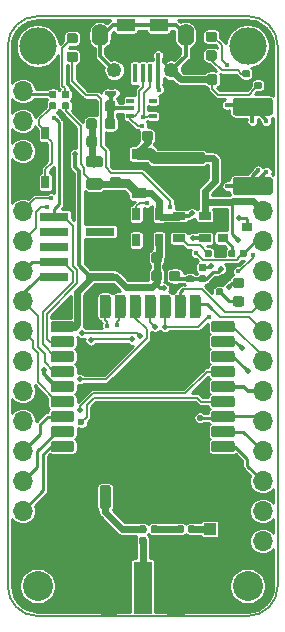
<source format=gtl>
G04 #@! TF.GenerationSoftware,KiCad,Pcbnew,(5.1.2-1)-1*
G04 #@! TF.CreationDate,2019-07-04T12:10:22+02:00*
G04 #@! TF.ProjectId,TLM-breakout-v1_2,544c4d2d-6272-4656-916b-6f75742d7631,1.1*
G04 #@! TF.SameCoordinates,Original*
G04 #@! TF.FileFunction,Copper,L1,Top*
G04 #@! TF.FilePolarity,Positive*
%FSLAX46Y46*%
G04 Gerber Fmt 4.6, Leading zero omitted, Abs format (unit mm)*
G04 Created by KiCad (PCBNEW (5.1.2-1)-1) date 2019-07-04 12:10:22*
%MOMM*%
%LPD*%
G04 APERTURE LIST*
%ADD10C,0.150000*%
%ADD11C,0.100000*%
%ADD12C,0.590000*%
%ADD13C,0.875000*%
%ADD14R,1.200000X0.900000*%
%ADD15C,0.975000*%
%ADD16R,2.200000X1.050000*%
%ADD17R,1.050000X1.000000*%
%ADD18R,2.400000X0.740000*%
%ADD19R,1.060000X0.650000*%
%ADD20R,0.900000X0.800000*%
%ADD21R,0.650000X1.060000*%
%ADD22C,3.175000*%
%ADD23C,2.540000*%
%ADD24O,1.700000X1.700000*%
%ADD25C,1.000000*%
%ADD26C,1.500000*%
%ADD27R,1.350000X4.700000*%
%ADD28R,1.500000X4.700000*%
%ADD29R,1.500000X4.400000*%
%ADD30R,0.650000X0.400000*%
%ADD31R,0.660000X1.050000*%
%ADD32O,1.400000X1.900000*%
%ADD33R,1.500000X1.000000*%
%ADD34C,1.250000*%
%ADD35R,0.400000X1.600000*%
%ADD36C,0.900000*%
%ADD37C,0.450000*%
%ADD38C,0.550000*%
%ADD39C,0.500000*%
%ADD40C,0.600000*%
%ADD41C,0.400000*%
%ADD42C,0.350000*%
%ADD43C,0.300000*%
%ADD44C,0.600000*%
%ADD45C,0.350000*%
%ADD46C,0.200000*%
%ADD47C,0.250000*%
%ADD48C,0.180000*%
%ADD49C,1.000000*%
%ADD50C,0.152400*%
%ADD51C,0.101600*%
%ADD52C,0.254000*%
G04 APERTURE END LIST*
D10*
X127000000Y-119380000D02*
G75*
G02X124460000Y-116840000I0J2540000D01*
G01*
X147320000Y-116840000D02*
G75*
G02X144780000Y-119380000I-2540000J0D01*
G01*
X144780000Y-68580000D02*
G75*
G02X147320000Y-71120000I0J-2540000D01*
G01*
X124460000Y-71120000D02*
G75*
G02X127000000Y-68580000I2540000J0D01*
G01*
X124460000Y-116840000D02*
X124460000Y-71120000D01*
X144780000Y-119380000D02*
X127000000Y-119380000D01*
X147320000Y-71120000D02*
X147320000Y-116840000D01*
X127000000Y-68580000D02*
X144780000Y-68580000D01*
D11*
G36*
X138261358Y-111722110D02*
G01*
X138275676Y-111724234D01*
X138289717Y-111727751D01*
X138303346Y-111732628D01*
X138316431Y-111738817D01*
X138328847Y-111746258D01*
X138340473Y-111754881D01*
X138351198Y-111764602D01*
X138360919Y-111775327D01*
X138369542Y-111786953D01*
X138376983Y-111799369D01*
X138383172Y-111812454D01*
X138388049Y-111826083D01*
X138391566Y-111840124D01*
X138393690Y-111854442D01*
X138394400Y-111868900D01*
X138394400Y-112163900D01*
X138393690Y-112178358D01*
X138391566Y-112192676D01*
X138388049Y-112206717D01*
X138383172Y-112220346D01*
X138376983Y-112233431D01*
X138369542Y-112245847D01*
X138360919Y-112257473D01*
X138351198Y-112268198D01*
X138340473Y-112277919D01*
X138328847Y-112286542D01*
X138316431Y-112293983D01*
X138303346Y-112300172D01*
X138289717Y-112305049D01*
X138275676Y-112308566D01*
X138261358Y-112310690D01*
X138246900Y-112311400D01*
X137901900Y-112311400D01*
X137887442Y-112310690D01*
X137873124Y-112308566D01*
X137859083Y-112305049D01*
X137845454Y-112300172D01*
X137832369Y-112293983D01*
X137819953Y-112286542D01*
X137808327Y-112277919D01*
X137797602Y-112268198D01*
X137787881Y-112257473D01*
X137779258Y-112245847D01*
X137771817Y-112233431D01*
X137765628Y-112220346D01*
X137760751Y-112206717D01*
X137757234Y-112192676D01*
X137755110Y-112178358D01*
X137754400Y-112163900D01*
X137754400Y-111868900D01*
X137755110Y-111854442D01*
X137757234Y-111840124D01*
X137760751Y-111826083D01*
X137765628Y-111812454D01*
X137771817Y-111799369D01*
X137779258Y-111786953D01*
X137787881Y-111775327D01*
X137797602Y-111764602D01*
X137808327Y-111754881D01*
X137819953Y-111746258D01*
X137832369Y-111738817D01*
X137845454Y-111732628D01*
X137859083Y-111727751D01*
X137873124Y-111724234D01*
X137887442Y-111722110D01*
X137901900Y-111721400D01*
X138246900Y-111721400D01*
X138261358Y-111722110D01*
X138261358Y-111722110D01*
G37*
D12*
X138074400Y-112016400D03*
D11*
G36*
X138261358Y-110752110D02*
G01*
X138275676Y-110754234D01*
X138289717Y-110757751D01*
X138303346Y-110762628D01*
X138316431Y-110768817D01*
X138328847Y-110776258D01*
X138340473Y-110784881D01*
X138351198Y-110794602D01*
X138360919Y-110805327D01*
X138369542Y-110816953D01*
X138376983Y-110829369D01*
X138383172Y-110842454D01*
X138388049Y-110856083D01*
X138391566Y-110870124D01*
X138393690Y-110884442D01*
X138394400Y-110898900D01*
X138394400Y-111193900D01*
X138393690Y-111208358D01*
X138391566Y-111222676D01*
X138388049Y-111236717D01*
X138383172Y-111250346D01*
X138376983Y-111263431D01*
X138369542Y-111275847D01*
X138360919Y-111287473D01*
X138351198Y-111298198D01*
X138340473Y-111307919D01*
X138328847Y-111316542D01*
X138316431Y-111323983D01*
X138303346Y-111330172D01*
X138289717Y-111335049D01*
X138275676Y-111338566D01*
X138261358Y-111340690D01*
X138246900Y-111341400D01*
X137901900Y-111341400D01*
X137887442Y-111340690D01*
X137873124Y-111338566D01*
X137859083Y-111335049D01*
X137845454Y-111330172D01*
X137832369Y-111323983D01*
X137819953Y-111316542D01*
X137808327Y-111307919D01*
X137797602Y-111298198D01*
X137787881Y-111287473D01*
X137779258Y-111275847D01*
X137771817Y-111263431D01*
X137765628Y-111250346D01*
X137760751Y-111236717D01*
X137757234Y-111222676D01*
X137755110Y-111208358D01*
X137754400Y-111193900D01*
X137754400Y-110898900D01*
X137755110Y-110884442D01*
X137757234Y-110870124D01*
X137760751Y-110856083D01*
X137765628Y-110842454D01*
X137771817Y-110829369D01*
X137779258Y-110816953D01*
X137787881Y-110805327D01*
X137797602Y-110794602D01*
X137808327Y-110784881D01*
X137819953Y-110776258D01*
X137832369Y-110768817D01*
X137845454Y-110762628D01*
X137859083Y-110757751D01*
X137873124Y-110754234D01*
X137887442Y-110752110D01*
X137901900Y-110751400D01*
X138246900Y-110751400D01*
X138261358Y-110752110D01*
X138261358Y-110752110D01*
G37*
D12*
X138074400Y-111046400D03*
D11*
G36*
X136540190Y-78276053D02*
G01*
X136561425Y-78279203D01*
X136582249Y-78284419D01*
X136602461Y-78291651D01*
X136621867Y-78300830D01*
X136640280Y-78311866D01*
X136657523Y-78324654D01*
X136673429Y-78339070D01*
X136687845Y-78354976D01*
X136700633Y-78372219D01*
X136711669Y-78390632D01*
X136720848Y-78410038D01*
X136728080Y-78430250D01*
X136733296Y-78451074D01*
X136736446Y-78472309D01*
X136737499Y-78493750D01*
X136737499Y-79006250D01*
X136736446Y-79027691D01*
X136733296Y-79048926D01*
X136728080Y-79069750D01*
X136720848Y-79089962D01*
X136711669Y-79109368D01*
X136700633Y-79127781D01*
X136687845Y-79145024D01*
X136673429Y-79160930D01*
X136657523Y-79175346D01*
X136640280Y-79188134D01*
X136621867Y-79199170D01*
X136602461Y-79208349D01*
X136582249Y-79215581D01*
X136561425Y-79220797D01*
X136540190Y-79223947D01*
X136518749Y-79225000D01*
X136081249Y-79225000D01*
X136059808Y-79223947D01*
X136038573Y-79220797D01*
X136017749Y-79215581D01*
X135997537Y-79208349D01*
X135978131Y-79199170D01*
X135959718Y-79188134D01*
X135942475Y-79175346D01*
X135926569Y-79160930D01*
X135912153Y-79145024D01*
X135899365Y-79127781D01*
X135888329Y-79109368D01*
X135879150Y-79089962D01*
X135871918Y-79069750D01*
X135866702Y-79048926D01*
X135863552Y-79027691D01*
X135862499Y-79006250D01*
X135862499Y-78493750D01*
X135863552Y-78472309D01*
X135866702Y-78451074D01*
X135871918Y-78430250D01*
X135879150Y-78410038D01*
X135888329Y-78390632D01*
X135899365Y-78372219D01*
X135912153Y-78354976D01*
X135926569Y-78339070D01*
X135942475Y-78324654D01*
X135959718Y-78311866D01*
X135978131Y-78300830D01*
X135997537Y-78291651D01*
X136017749Y-78284419D01*
X136038573Y-78279203D01*
X136059808Y-78276053D01*
X136081249Y-78275000D01*
X136518749Y-78275000D01*
X136540190Y-78276053D01*
X136540190Y-78276053D01*
G37*
D13*
X136299999Y-78750000D03*
D11*
G36*
X134965190Y-78276053D02*
G01*
X134986425Y-78279203D01*
X135007249Y-78284419D01*
X135027461Y-78291651D01*
X135046867Y-78300830D01*
X135065280Y-78311866D01*
X135082523Y-78324654D01*
X135098429Y-78339070D01*
X135112845Y-78354976D01*
X135125633Y-78372219D01*
X135136669Y-78390632D01*
X135145848Y-78410038D01*
X135153080Y-78430250D01*
X135158296Y-78451074D01*
X135161446Y-78472309D01*
X135162499Y-78493750D01*
X135162499Y-79006250D01*
X135161446Y-79027691D01*
X135158296Y-79048926D01*
X135153080Y-79069750D01*
X135145848Y-79089962D01*
X135136669Y-79109368D01*
X135125633Y-79127781D01*
X135112845Y-79145024D01*
X135098429Y-79160930D01*
X135082523Y-79175346D01*
X135065280Y-79188134D01*
X135046867Y-79199170D01*
X135027461Y-79208349D01*
X135007249Y-79215581D01*
X134986425Y-79220797D01*
X134965190Y-79223947D01*
X134943749Y-79225000D01*
X134506249Y-79225000D01*
X134484808Y-79223947D01*
X134463573Y-79220797D01*
X134442749Y-79215581D01*
X134422537Y-79208349D01*
X134403131Y-79199170D01*
X134384718Y-79188134D01*
X134367475Y-79175346D01*
X134351569Y-79160930D01*
X134337153Y-79145024D01*
X134324365Y-79127781D01*
X134313329Y-79109368D01*
X134304150Y-79089962D01*
X134296918Y-79069750D01*
X134291702Y-79048926D01*
X134288552Y-79027691D01*
X134287499Y-79006250D01*
X134287499Y-78493750D01*
X134288552Y-78472309D01*
X134291702Y-78451074D01*
X134296918Y-78430250D01*
X134304150Y-78410038D01*
X134313329Y-78390632D01*
X134324365Y-78372219D01*
X134337153Y-78354976D01*
X134351569Y-78339070D01*
X134367475Y-78324654D01*
X134384718Y-78311866D01*
X134403131Y-78300830D01*
X134422537Y-78291651D01*
X134442749Y-78284419D01*
X134463573Y-78279203D01*
X134484808Y-78276053D01*
X134506249Y-78275000D01*
X134943749Y-78275000D01*
X134965190Y-78276053D01*
X134965190Y-78276053D01*
G37*
D13*
X134724999Y-78750000D03*
D11*
G36*
X133867691Y-82201053D02*
G01*
X133888926Y-82204203D01*
X133909750Y-82209419D01*
X133929962Y-82216651D01*
X133949368Y-82225830D01*
X133967781Y-82236866D01*
X133985024Y-82249654D01*
X134000930Y-82264070D01*
X134015346Y-82279976D01*
X134028134Y-82297219D01*
X134039170Y-82315632D01*
X134048349Y-82335038D01*
X134055581Y-82355250D01*
X134060797Y-82376074D01*
X134063947Y-82397309D01*
X134065000Y-82418750D01*
X134065000Y-82856250D01*
X134063947Y-82877691D01*
X134060797Y-82898926D01*
X134055581Y-82919750D01*
X134048349Y-82939962D01*
X134039170Y-82959368D01*
X134028134Y-82977781D01*
X134015346Y-82995024D01*
X134000930Y-83010930D01*
X133985024Y-83025346D01*
X133967781Y-83038134D01*
X133949368Y-83049170D01*
X133929962Y-83058349D01*
X133909750Y-83065581D01*
X133888926Y-83070797D01*
X133867691Y-83073947D01*
X133846250Y-83075000D01*
X133333750Y-83075000D01*
X133312309Y-83073947D01*
X133291074Y-83070797D01*
X133270250Y-83065581D01*
X133250038Y-83058349D01*
X133230632Y-83049170D01*
X133212219Y-83038134D01*
X133194976Y-83025346D01*
X133179070Y-83010930D01*
X133164654Y-82995024D01*
X133151866Y-82977781D01*
X133140830Y-82959368D01*
X133131651Y-82939962D01*
X133124419Y-82919750D01*
X133119203Y-82898926D01*
X133116053Y-82877691D01*
X133115000Y-82856250D01*
X133115000Y-82418750D01*
X133116053Y-82397309D01*
X133119203Y-82376074D01*
X133124419Y-82355250D01*
X133131651Y-82335038D01*
X133140830Y-82315632D01*
X133151866Y-82297219D01*
X133164654Y-82279976D01*
X133179070Y-82264070D01*
X133194976Y-82249654D01*
X133212219Y-82236866D01*
X133230632Y-82225830D01*
X133250038Y-82216651D01*
X133270250Y-82209419D01*
X133291074Y-82204203D01*
X133312309Y-82201053D01*
X133333750Y-82200000D01*
X133846250Y-82200000D01*
X133867691Y-82201053D01*
X133867691Y-82201053D01*
G37*
D13*
X133590000Y-82637500D03*
D11*
G36*
X133867691Y-80626053D02*
G01*
X133888926Y-80629203D01*
X133909750Y-80634419D01*
X133929962Y-80641651D01*
X133949368Y-80650830D01*
X133967781Y-80661866D01*
X133985024Y-80674654D01*
X134000930Y-80689070D01*
X134015346Y-80704976D01*
X134028134Y-80722219D01*
X134039170Y-80740632D01*
X134048349Y-80760038D01*
X134055581Y-80780250D01*
X134060797Y-80801074D01*
X134063947Y-80822309D01*
X134065000Y-80843750D01*
X134065000Y-81281250D01*
X134063947Y-81302691D01*
X134060797Y-81323926D01*
X134055581Y-81344750D01*
X134048349Y-81364962D01*
X134039170Y-81384368D01*
X134028134Y-81402781D01*
X134015346Y-81420024D01*
X134000930Y-81435930D01*
X133985024Y-81450346D01*
X133967781Y-81463134D01*
X133949368Y-81474170D01*
X133929962Y-81483349D01*
X133909750Y-81490581D01*
X133888926Y-81495797D01*
X133867691Y-81498947D01*
X133846250Y-81500000D01*
X133333750Y-81500000D01*
X133312309Y-81498947D01*
X133291074Y-81495797D01*
X133270250Y-81490581D01*
X133250038Y-81483349D01*
X133230632Y-81474170D01*
X133212219Y-81463134D01*
X133194976Y-81450346D01*
X133179070Y-81435930D01*
X133164654Y-81420024D01*
X133151866Y-81402781D01*
X133140830Y-81384368D01*
X133131651Y-81364962D01*
X133124419Y-81344750D01*
X133119203Y-81323926D01*
X133116053Y-81302691D01*
X133115000Y-81281250D01*
X133115000Y-80843750D01*
X133116053Y-80822309D01*
X133119203Y-80801074D01*
X133124419Y-80780250D01*
X133131651Y-80760038D01*
X133140830Y-80740632D01*
X133151866Y-80722219D01*
X133164654Y-80704976D01*
X133179070Y-80689070D01*
X133194976Y-80674654D01*
X133212219Y-80661866D01*
X133230632Y-80650830D01*
X133250038Y-80641651D01*
X133270250Y-80634419D01*
X133291074Y-80629203D01*
X133312309Y-80626053D01*
X133333750Y-80625000D01*
X133846250Y-80625000D01*
X133867691Y-80626053D01*
X133867691Y-80626053D01*
G37*
D13*
X133590000Y-81062500D03*
D11*
G36*
X135727191Y-90076053D02*
G01*
X135748426Y-90079203D01*
X135769250Y-90084419D01*
X135789462Y-90091651D01*
X135808868Y-90100830D01*
X135827281Y-90111866D01*
X135844524Y-90124654D01*
X135860430Y-90139070D01*
X135874846Y-90154976D01*
X135887634Y-90172219D01*
X135898670Y-90190632D01*
X135907849Y-90210038D01*
X135915081Y-90230250D01*
X135920297Y-90251074D01*
X135923447Y-90272309D01*
X135924500Y-90293750D01*
X135924500Y-90806250D01*
X135923447Y-90827691D01*
X135920297Y-90848926D01*
X135915081Y-90869750D01*
X135907849Y-90889962D01*
X135898670Y-90909368D01*
X135887634Y-90927781D01*
X135874846Y-90945024D01*
X135860430Y-90960930D01*
X135844524Y-90975346D01*
X135827281Y-90988134D01*
X135808868Y-90999170D01*
X135789462Y-91008349D01*
X135769250Y-91015581D01*
X135748426Y-91020797D01*
X135727191Y-91023947D01*
X135705750Y-91025000D01*
X135268250Y-91025000D01*
X135246809Y-91023947D01*
X135225574Y-91020797D01*
X135204750Y-91015581D01*
X135184538Y-91008349D01*
X135165132Y-90999170D01*
X135146719Y-90988134D01*
X135129476Y-90975346D01*
X135113570Y-90960930D01*
X135099154Y-90945024D01*
X135086366Y-90927781D01*
X135075330Y-90909368D01*
X135066151Y-90889962D01*
X135058919Y-90869750D01*
X135053703Y-90848926D01*
X135050553Y-90827691D01*
X135049500Y-90806250D01*
X135049500Y-90293750D01*
X135050553Y-90272309D01*
X135053703Y-90251074D01*
X135058919Y-90230250D01*
X135066151Y-90210038D01*
X135075330Y-90190632D01*
X135086366Y-90172219D01*
X135099154Y-90154976D01*
X135113570Y-90139070D01*
X135129476Y-90124654D01*
X135146719Y-90111866D01*
X135165132Y-90100830D01*
X135184538Y-90091651D01*
X135204750Y-90084419D01*
X135225574Y-90079203D01*
X135246809Y-90076053D01*
X135268250Y-90075000D01*
X135705750Y-90075000D01*
X135727191Y-90076053D01*
X135727191Y-90076053D01*
G37*
D13*
X135487000Y-90550000D03*
D11*
G36*
X137302191Y-90076053D02*
G01*
X137323426Y-90079203D01*
X137344250Y-90084419D01*
X137364462Y-90091651D01*
X137383868Y-90100830D01*
X137402281Y-90111866D01*
X137419524Y-90124654D01*
X137435430Y-90139070D01*
X137449846Y-90154976D01*
X137462634Y-90172219D01*
X137473670Y-90190632D01*
X137482849Y-90210038D01*
X137490081Y-90230250D01*
X137495297Y-90251074D01*
X137498447Y-90272309D01*
X137499500Y-90293750D01*
X137499500Y-90806250D01*
X137498447Y-90827691D01*
X137495297Y-90848926D01*
X137490081Y-90869750D01*
X137482849Y-90889962D01*
X137473670Y-90909368D01*
X137462634Y-90927781D01*
X137449846Y-90945024D01*
X137435430Y-90960930D01*
X137419524Y-90975346D01*
X137402281Y-90988134D01*
X137383868Y-90999170D01*
X137364462Y-91008349D01*
X137344250Y-91015581D01*
X137323426Y-91020797D01*
X137302191Y-91023947D01*
X137280750Y-91025000D01*
X136843250Y-91025000D01*
X136821809Y-91023947D01*
X136800574Y-91020797D01*
X136779750Y-91015581D01*
X136759538Y-91008349D01*
X136740132Y-90999170D01*
X136721719Y-90988134D01*
X136704476Y-90975346D01*
X136688570Y-90960930D01*
X136674154Y-90945024D01*
X136661366Y-90927781D01*
X136650330Y-90909368D01*
X136641151Y-90889962D01*
X136633919Y-90869750D01*
X136628703Y-90848926D01*
X136625553Y-90827691D01*
X136624500Y-90806250D01*
X136624500Y-90293750D01*
X136625553Y-90272309D01*
X136628703Y-90251074D01*
X136633919Y-90230250D01*
X136641151Y-90210038D01*
X136650330Y-90190632D01*
X136661366Y-90172219D01*
X136674154Y-90154976D01*
X136688570Y-90139070D01*
X136704476Y-90124654D01*
X136721719Y-90111866D01*
X136740132Y-90100830D01*
X136759538Y-90091651D01*
X136779750Y-90084419D01*
X136800574Y-90079203D01*
X136821809Y-90076053D01*
X136843250Y-90075000D01*
X137280750Y-90075000D01*
X137302191Y-90076053D01*
X137302191Y-90076053D01*
G37*
D13*
X137062000Y-90550000D03*
D11*
G36*
X137302191Y-88570153D02*
G01*
X137323426Y-88573303D01*
X137344250Y-88578519D01*
X137364462Y-88585751D01*
X137383868Y-88594930D01*
X137402281Y-88605966D01*
X137419524Y-88618754D01*
X137435430Y-88633170D01*
X137449846Y-88649076D01*
X137462634Y-88666319D01*
X137473670Y-88684732D01*
X137482849Y-88704138D01*
X137490081Y-88724350D01*
X137495297Y-88745174D01*
X137498447Y-88766409D01*
X137499500Y-88787850D01*
X137499500Y-89300350D01*
X137498447Y-89321791D01*
X137495297Y-89343026D01*
X137490081Y-89363850D01*
X137482849Y-89384062D01*
X137473670Y-89403468D01*
X137462634Y-89421881D01*
X137449846Y-89439124D01*
X137435430Y-89455030D01*
X137419524Y-89469446D01*
X137402281Y-89482234D01*
X137383868Y-89493270D01*
X137364462Y-89502449D01*
X137344250Y-89509681D01*
X137323426Y-89514897D01*
X137302191Y-89518047D01*
X137280750Y-89519100D01*
X136843250Y-89519100D01*
X136821809Y-89518047D01*
X136800574Y-89514897D01*
X136779750Y-89509681D01*
X136759538Y-89502449D01*
X136740132Y-89493270D01*
X136721719Y-89482234D01*
X136704476Y-89469446D01*
X136688570Y-89455030D01*
X136674154Y-89439124D01*
X136661366Y-89421881D01*
X136650330Y-89403468D01*
X136641151Y-89384062D01*
X136633919Y-89363850D01*
X136628703Y-89343026D01*
X136625553Y-89321791D01*
X136624500Y-89300350D01*
X136624500Y-88787850D01*
X136625553Y-88766409D01*
X136628703Y-88745174D01*
X136633919Y-88724350D01*
X136641151Y-88704138D01*
X136650330Y-88684732D01*
X136661366Y-88666319D01*
X136674154Y-88649076D01*
X136688570Y-88633170D01*
X136704476Y-88618754D01*
X136721719Y-88605966D01*
X136740132Y-88594930D01*
X136759538Y-88585751D01*
X136779750Y-88578519D01*
X136800574Y-88573303D01*
X136821809Y-88570153D01*
X136843250Y-88569100D01*
X137280750Y-88569100D01*
X137302191Y-88570153D01*
X137302191Y-88570153D01*
G37*
D13*
X137062000Y-89044100D03*
D11*
G36*
X135727191Y-88570153D02*
G01*
X135748426Y-88573303D01*
X135769250Y-88578519D01*
X135789462Y-88585751D01*
X135808868Y-88594930D01*
X135827281Y-88605966D01*
X135844524Y-88618754D01*
X135860430Y-88633170D01*
X135874846Y-88649076D01*
X135887634Y-88666319D01*
X135898670Y-88684732D01*
X135907849Y-88704138D01*
X135915081Y-88724350D01*
X135920297Y-88745174D01*
X135923447Y-88766409D01*
X135924500Y-88787850D01*
X135924500Y-89300350D01*
X135923447Y-89321791D01*
X135920297Y-89343026D01*
X135915081Y-89363850D01*
X135907849Y-89384062D01*
X135898670Y-89403468D01*
X135887634Y-89421881D01*
X135874846Y-89439124D01*
X135860430Y-89455030D01*
X135844524Y-89469446D01*
X135827281Y-89482234D01*
X135808868Y-89493270D01*
X135789462Y-89502449D01*
X135769250Y-89509681D01*
X135748426Y-89514897D01*
X135727191Y-89518047D01*
X135705750Y-89519100D01*
X135268250Y-89519100D01*
X135246809Y-89518047D01*
X135225574Y-89514897D01*
X135204750Y-89509681D01*
X135184538Y-89502449D01*
X135165132Y-89493270D01*
X135146719Y-89482234D01*
X135129476Y-89469446D01*
X135113570Y-89455030D01*
X135099154Y-89439124D01*
X135086366Y-89421881D01*
X135075330Y-89403468D01*
X135066151Y-89384062D01*
X135058919Y-89363850D01*
X135053703Y-89343026D01*
X135050553Y-89321791D01*
X135049500Y-89300350D01*
X135049500Y-88787850D01*
X135050553Y-88766409D01*
X135053703Y-88745174D01*
X135058919Y-88724350D01*
X135066151Y-88704138D01*
X135075330Y-88684732D01*
X135086366Y-88666319D01*
X135099154Y-88649076D01*
X135113570Y-88633170D01*
X135129476Y-88618754D01*
X135146719Y-88605966D01*
X135165132Y-88594930D01*
X135184538Y-88585751D01*
X135204750Y-88578519D01*
X135225574Y-88573303D01*
X135246809Y-88570153D01*
X135268250Y-88569100D01*
X135705750Y-88569100D01*
X135727191Y-88570153D01*
X135727191Y-88570153D01*
G37*
D13*
X135487000Y-89044100D03*
D11*
G36*
X131802691Y-75726053D02*
G01*
X131823926Y-75729203D01*
X131844750Y-75734419D01*
X131864962Y-75741651D01*
X131884368Y-75750830D01*
X131902781Y-75761866D01*
X131920024Y-75774654D01*
X131935930Y-75789070D01*
X131950346Y-75804976D01*
X131963134Y-75822219D01*
X131974170Y-75840632D01*
X131983349Y-75860038D01*
X131990581Y-75880250D01*
X131995797Y-75901074D01*
X131998947Y-75922309D01*
X132000000Y-75943750D01*
X132000000Y-76456250D01*
X131998947Y-76477691D01*
X131995797Y-76498926D01*
X131990581Y-76519750D01*
X131983349Y-76539962D01*
X131974170Y-76559368D01*
X131963134Y-76577781D01*
X131950346Y-76595024D01*
X131935930Y-76610930D01*
X131920024Y-76625346D01*
X131902781Y-76638134D01*
X131884368Y-76649170D01*
X131864962Y-76658349D01*
X131844750Y-76665581D01*
X131823926Y-76670797D01*
X131802691Y-76673947D01*
X131781250Y-76675000D01*
X131343750Y-76675000D01*
X131322309Y-76673947D01*
X131301074Y-76670797D01*
X131280250Y-76665581D01*
X131260038Y-76658349D01*
X131240632Y-76649170D01*
X131222219Y-76638134D01*
X131204976Y-76625346D01*
X131189070Y-76610930D01*
X131174654Y-76595024D01*
X131161866Y-76577781D01*
X131150830Y-76559368D01*
X131141651Y-76539962D01*
X131134419Y-76519750D01*
X131129203Y-76498926D01*
X131126053Y-76477691D01*
X131125000Y-76456250D01*
X131125000Y-75943750D01*
X131126053Y-75922309D01*
X131129203Y-75901074D01*
X131134419Y-75880250D01*
X131141651Y-75860038D01*
X131150830Y-75840632D01*
X131161866Y-75822219D01*
X131174654Y-75804976D01*
X131189070Y-75789070D01*
X131204976Y-75774654D01*
X131222219Y-75761866D01*
X131240632Y-75750830D01*
X131260038Y-75741651D01*
X131280250Y-75734419D01*
X131301074Y-75729203D01*
X131322309Y-75726053D01*
X131343750Y-75725000D01*
X131781250Y-75725000D01*
X131802691Y-75726053D01*
X131802691Y-75726053D01*
G37*
D13*
X131562500Y-76200000D03*
D11*
G36*
X133377691Y-75726053D02*
G01*
X133398926Y-75729203D01*
X133419750Y-75734419D01*
X133439962Y-75741651D01*
X133459368Y-75750830D01*
X133477781Y-75761866D01*
X133495024Y-75774654D01*
X133510930Y-75789070D01*
X133525346Y-75804976D01*
X133538134Y-75822219D01*
X133549170Y-75840632D01*
X133558349Y-75860038D01*
X133565581Y-75880250D01*
X133570797Y-75901074D01*
X133573947Y-75922309D01*
X133575000Y-75943750D01*
X133575000Y-76456250D01*
X133573947Y-76477691D01*
X133570797Y-76498926D01*
X133565581Y-76519750D01*
X133558349Y-76539962D01*
X133549170Y-76559368D01*
X133538134Y-76577781D01*
X133525346Y-76595024D01*
X133510930Y-76610930D01*
X133495024Y-76625346D01*
X133477781Y-76638134D01*
X133459368Y-76649170D01*
X133439962Y-76658349D01*
X133419750Y-76665581D01*
X133398926Y-76670797D01*
X133377691Y-76673947D01*
X133356250Y-76675000D01*
X132918750Y-76675000D01*
X132897309Y-76673947D01*
X132876074Y-76670797D01*
X132855250Y-76665581D01*
X132835038Y-76658349D01*
X132815632Y-76649170D01*
X132797219Y-76638134D01*
X132779976Y-76625346D01*
X132764070Y-76610930D01*
X132749654Y-76595024D01*
X132736866Y-76577781D01*
X132725830Y-76559368D01*
X132716651Y-76539962D01*
X132709419Y-76519750D01*
X132704203Y-76498926D01*
X132701053Y-76477691D01*
X132700000Y-76456250D01*
X132700000Y-75943750D01*
X132701053Y-75922309D01*
X132704203Y-75901074D01*
X132709419Y-75880250D01*
X132716651Y-75860038D01*
X132725830Y-75840632D01*
X132736866Y-75822219D01*
X132749654Y-75804976D01*
X132764070Y-75789070D01*
X132779976Y-75774654D01*
X132797219Y-75761866D01*
X132815632Y-75750830D01*
X132835038Y-75741651D01*
X132855250Y-75734419D01*
X132876074Y-75729203D01*
X132897309Y-75726053D01*
X132918750Y-75725000D01*
X133356250Y-75725000D01*
X133377691Y-75726053D01*
X133377691Y-75726053D01*
G37*
D13*
X133137500Y-76200000D03*
D11*
G36*
X131802691Y-78727253D02*
G01*
X131823926Y-78730403D01*
X131844750Y-78735619D01*
X131864962Y-78742851D01*
X131884368Y-78752030D01*
X131902781Y-78763066D01*
X131920024Y-78775854D01*
X131935930Y-78790270D01*
X131950346Y-78806176D01*
X131963134Y-78823419D01*
X131974170Y-78841832D01*
X131983349Y-78861238D01*
X131990581Y-78881450D01*
X131995797Y-78902274D01*
X131998947Y-78923509D01*
X132000000Y-78944950D01*
X132000000Y-79457450D01*
X131998947Y-79478891D01*
X131995797Y-79500126D01*
X131990581Y-79520950D01*
X131983349Y-79541162D01*
X131974170Y-79560568D01*
X131963134Y-79578981D01*
X131950346Y-79596224D01*
X131935930Y-79612130D01*
X131920024Y-79626546D01*
X131902781Y-79639334D01*
X131884368Y-79650370D01*
X131864962Y-79659549D01*
X131844750Y-79666781D01*
X131823926Y-79671997D01*
X131802691Y-79675147D01*
X131781250Y-79676200D01*
X131343750Y-79676200D01*
X131322309Y-79675147D01*
X131301074Y-79671997D01*
X131280250Y-79666781D01*
X131260038Y-79659549D01*
X131240632Y-79650370D01*
X131222219Y-79639334D01*
X131204976Y-79626546D01*
X131189070Y-79612130D01*
X131174654Y-79596224D01*
X131161866Y-79578981D01*
X131150830Y-79560568D01*
X131141651Y-79541162D01*
X131134419Y-79520950D01*
X131129203Y-79500126D01*
X131126053Y-79478891D01*
X131125000Y-79457450D01*
X131125000Y-78944950D01*
X131126053Y-78923509D01*
X131129203Y-78902274D01*
X131134419Y-78881450D01*
X131141651Y-78861238D01*
X131150830Y-78841832D01*
X131161866Y-78823419D01*
X131174654Y-78806176D01*
X131189070Y-78790270D01*
X131204976Y-78775854D01*
X131222219Y-78763066D01*
X131240632Y-78752030D01*
X131260038Y-78742851D01*
X131280250Y-78735619D01*
X131301074Y-78730403D01*
X131322309Y-78727253D01*
X131343750Y-78726200D01*
X131781250Y-78726200D01*
X131802691Y-78727253D01*
X131802691Y-78727253D01*
G37*
D13*
X131562500Y-79201200D03*
D11*
G36*
X133377691Y-78727253D02*
G01*
X133398926Y-78730403D01*
X133419750Y-78735619D01*
X133439962Y-78742851D01*
X133459368Y-78752030D01*
X133477781Y-78763066D01*
X133495024Y-78775854D01*
X133510930Y-78790270D01*
X133525346Y-78806176D01*
X133538134Y-78823419D01*
X133549170Y-78841832D01*
X133558349Y-78861238D01*
X133565581Y-78881450D01*
X133570797Y-78902274D01*
X133573947Y-78923509D01*
X133575000Y-78944950D01*
X133575000Y-79457450D01*
X133573947Y-79478891D01*
X133570797Y-79500126D01*
X133565581Y-79520950D01*
X133558349Y-79541162D01*
X133549170Y-79560568D01*
X133538134Y-79578981D01*
X133525346Y-79596224D01*
X133510930Y-79612130D01*
X133495024Y-79626546D01*
X133477781Y-79639334D01*
X133459368Y-79650370D01*
X133439962Y-79659549D01*
X133419750Y-79666781D01*
X133398926Y-79671997D01*
X133377691Y-79675147D01*
X133356250Y-79676200D01*
X132918750Y-79676200D01*
X132897309Y-79675147D01*
X132876074Y-79671997D01*
X132855250Y-79666781D01*
X132835038Y-79659549D01*
X132815632Y-79650370D01*
X132797219Y-79639334D01*
X132779976Y-79626546D01*
X132764070Y-79612130D01*
X132749654Y-79596224D01*
X132736866Y-79578981D01*
X132725830Y-79560568D01*
X132716651Y-79541162D01*
X132709419Y-79520950D01*
X132704203Y-79500126D01*
X132701053Y-79478891D01*
X132700000Y-79457450D01*
X132700000Y-78944950D01*
X132701053Y-78923509D01*
X132704203Y-78902274D01*
X132709419Y-78881450D01*
X132716651Y-78861238D01*
X132725830Y-78841832D01*
X132736866Y-78823419D01*
X132749654Y-78806176D01*
X132764070Y-78790270D01*
X132779976Y-78775854D01*
X132797219Y-78763066D01*
X132815632Y-78752030D01*
X132835038Y-78742851D01*
X132855250Y-78735619D01*
X132876074Y-78730403D01*
X132897309Y-78727253D01*
X132918750Y-78726200D01*
X133356250Y-78726200D01*
X133377691Y-78727253D01*
X133377691Y-78727253D01*
G37*
D13*
X133137500Y-79201200D03*
D11*
G36*
X143577691Y-73476053D02*
G01*
X143598926Y-73479203D01*
X143619750Y-73484419D01*
X143639962Y-73491651D01*
X143659368Y-73500830D01*
X143677781Y-73511866D01*
X143695024Y-73524654D01*
X143710930Y-73539070D01*
X143725346Y-73554976D01*
X143738134Y-73572219D01*
X143749170Y-73590632D01*
X143758349Y-73610038D01*
X143765581Y-73630250D01*
X143770797Y-73651074D01*
X143773947Y-73672309D01*
X143775000Y-73693750D01*
X143775000Y-74206250D01*
X143773947Y-74227691D01*
X143770797Y-74248926D01*
X143765581Y-74269750D01*
X143758349Y-74289962D01*
X143749170Y-74309368D01*
X143738134Y-74327781D01*
X143725346Y-74345024D01*
X143710930Y-74360930D01*
X143695024Y-74375346D01*
X143677781Y-74388134D01*
X143659368Y-74399170D01*
X143639962Y-74408349D01*
X143619750Y-74415581D01*
X143598926Y-74420797D01*
X143577691Y-74423947D01*
X143556250Y-74425000D01*
X143118750Y-74425000D01*
X143097309Y-74423947D01*
X143076074Y-74420797D01*
X143055250Y-74415581D01*
X143035038Y-74408349D01*
X143015632Y-74399170D01*
X142997219Y-74388134D01*
X142979976Y-74375346D01*
X142964070Y-74360930D01*
X142949654Y-74345024D01*
X142936866Y-74327781D01*
X142925830Y-74309368D01*
X142916651Y-74289962D01*
X142909419Y-74269750D01*
X142904203Y-74248926D01*
X142901053Y-74227691D01*
X142900000Y-74206250D01*
X142900000Y-73693750D01*
X142901053Y-73672309D01*
X142904203Y-73651074D01*
X142909419Y-73630250D01*
X142916651Y-73610038D01*
X142925830Y-73590632D01*
X142936866Y-73572219D01*
X142949654Y-73554976D01*
X142964070Y-73539070D01*
X142979976Y-73524654D01*
X142997219Y-73511866D01*
X143015632Y-73500830D01*
X143035038Y-73491651D01*
X143055250Y-73484419D01*
X143076074Y-73479203D01*
X143097309Y-73476053D01*
X143118750Y-73475000D01*
X143556250Y-73475000D01*
X143577691Y-73476053D01*
X143577691Y-73476053D01*
G37*
D13*
X143337500Y-73950000D03*
D11*
G36*
X142002691Y-73476053D02*
G01*
X142023926Y-73479203D01*
X142044750Y-73484419D01*
X142064962Y-73491651D01*
X142084368Y-73500830D01*
X142102781Y-73511866D01*
X142120024Y-73524654D01*
X142135930Y-73539070D01*
X142150346Y-73554976D01*
X142163134Y-73572219D01*
X142174170Y-73590632D01*
X142183349Y-73610038D01*
X142190581Y-73630250D01*
X142195797Y-73651074D01*
X142198947Y-73672309D01*
X142200000Y-73693750D01*
X142200000Y-74206250D01*
X142198947Y-74227691D01*
X142195797Y-74248926D01*
X142190581Y-74269750D01*
X142183349Y-74289962D01*
X142174170Y-74309368D01*
X142163134Y-74327781D01*
X142150346Y-74345024D01*
X142135930Y-74360930D01*
X142120024Y-74375346D01*
X142102781Y-74388134D01*
X142084368Y-74399170D01*
X142064962Y-74408349D01*
X142044750Y-74415581D01*
X142023926Y-74420797D01*
X142002691Y-74423947D01*
X141981250Y-74425000D01*
X141543750Y-74425000D01*
X141522309Y-74423947D01*
X141501074Y-74420797D01*
X141480250Y-74415581D01*
X141460038Y-74408349D01*
X141440632Y-74399170D01*
X141422219Y-74388134D01*
X141404976Y-74375346D01*
X141389070Y-74360930D01*
X141374654Y-74345024D01*
X141361866Y-74327781D01*
X141350830Y-74309368D01*
X141341651Y-74289962D01*
X141334419Y-74269750D01*
X141329203Y-74248926D01*
X141326053Y-74227691D01*
X141325000Y-74206250D01*
X141325000Y-73693750D01*
X141326053Y-73672309D01*
X141329203Y-73651074D01*
X141334419Y-73630250D01*
X141341651Y-73610038D01*
X141350830Y-73590632D01*
X141361866Y-73572219D01*
X141374654Y-73554976D01*
X141389070Y-73539070D01*
X141404976Y-73524654D01*
X141422219Y-73511866D01*
X141440632Y-73500830D01*
X141460038Y-73491651D01*
X141480250Y-73484419D01*
X141501074Y-73479203D01*
X141522309Y-73476053D01*
X141543750Y-73475000D01*
X141981250Y-73475000D01*
X142002691Y-73476053D01*
X142002691Y-73476053D01*
G37*
D13*
X141762500Y-73950000D03*
D11*
G36*
X138877691Y-90151053D02*
G01*
X138898926Y-90154203D01*
X138919750Y-90159419D01*
X138939962Y-90166651D01*
X138959368Y-90175830D01*
X138977781Y-90186866D01*
X138995024Y-90199654D01*
X139010930Y-90214070D01*
X139025346Y-90229976D01*
X139038134Y-90247219D01*
X139049170Y-90265632D01*
X139058349Y-90285038D01*
X139065581Y-90305250D01*
X139070797Y-90326074D01*
X139073947Y-90347309D01*
X139075000Y-90368750D01*
X139075000Y-90806250D01*
X139073947Y-90827691D01*
X139070797Y-90848926D01*
X139065581Y-90869750D01*
X139058349Y-90889962D01*
X139049170Y-90909368D01*
X139038134Y-90927781D01*
X139025346Y-90945024D01*
X139010930Y-90960930D01*
X138995024Y-90975346D01*
X138977781Y-90988134D01*
X138959368Y-90999170D01*
X138939962Y-91008349D01*
X138919750Y-91015581D01*
X138898926Y-91020797D01*
X138877691Y-91023947D01*
X138856250Y-91025000D01*
X138343750Y-91025000D01*
X138322309Y-91023947D01*
X138301074Y-91020797D01*
X138280250Y-91015581D01*
X138260038Y-91008349D01*
X138240632Y-90999170D01*
X138222219Y-90988134D01*
X138204976Y-90975346D01*
X138189070Y-90960930D01*
X138174654Y-90945024D01*
X138161866Y-90927781D01*
X138150830Y-90909368D01*
X138141651Y-90889962D01*
X138134419Y-90869750D01*
X138129203Y-90848926D01*
X138126053Y-90827691D01*
X138125000Y-90806250D01*
X138125000Y-90368750D01*
X138126053Y-90347309D01*
X138129203Y-90326074D01*
X138134419Y-90305250D01*
X138141651Y-90285038D01*
X138150830Y-90265632D01*
X138161866Y-90247219D01*
X138174654Y-90229976D01*
X138189070Y-90214070D01*
X138204976Y-90199654D01*
X138222219Y-90186866D01*
X138240632Y-90175830D01*
X138260038Y-90166651D01*
X138280250Y-90159419D01*
X138301074Y-90154203D01*
X138322309Y-90151053D01*
X138343750Y-90150000D01*
X138856250Y-90150000D01*
X138877691Y-90151053D01*
X138877691Y-90151053D01*
G37*
D13*
X138600000Y-90587500D03*
D11*
G36*
X138877691Y-88576053D02*
G01*
X138898926Y-88579203D01*
X138919750Y-88584419D01*
X138939962Y-88591651D01*
X138959368Y-88600830D01*
X138977781Y-88611866D01*
X138995024Y-88624654D01*
X139010930Y-88639070D01*
X139025346Y-88654976D01*
X139038134Y-88672219D01*
X139049170Y-88690632D01*
X139058349Y-88710038D01*
X139065581Y-88730250D01*
X139070797Y-88751074D01*
X139073947Y-88772309D01*
X139075000Y-88793750D01*
X139075000Y-89231250D01*
X139073947Y-89252691D01*
X139070797Y-89273926D01*
X139065581Y-89294750D01*
X139058349Y-89314962D01*
X139049170Y-89334368D01*
X139038134Y-89352781D01*
X139025346Y-89370024D01*
X139010930Y-89385930D01*
X138995024Y-89400346D01*
X138977781Y-89413134D01*
X138959368Y-89424170D01*
X138939962Y-89433349D01*
X138919750Y-89440581D01*
X138898926Y-89445797D01*
X138877691Y-89448947D01*
X138856250Y-89450000D01*
X138343750Y-89450000D01*
X138322309Y-89448947D01*
X138301074Y-89445797D01*
X138280250Y-89440581D01*
X138260038Y-89433349D01*
X138240632Y-89424170D01*
X138222219Y-89413134D01*
X138204976Y-89400346D01*
X138189070Y-89385930D01*
X138174654Y-89370024D01*
X138161866Y-89352781D01*
X138150830Y-89334368D01*
X138141651Y-89314962D01*
X138134419Y-89294750D01*
X138129203Y-89273926D01*
X138126053Y-89252691D01*
X138125000Y-89231250D01*
X138125000Y-88793750D01*
X138126053Y-88772309D01*
X138129203Y-88751074D01*
X138134419Y-88730250D01*
X138141651Y-88710038D01*
X138150830Y-88690632D01*
X138161866Y-88672219D01*
X138174654Y-88654976D01*
X138189070Y-88639070D01*
X138204976Y-88624654D01*
X138222219Y-88611866D01*
X138240632Y-88600830D01*
X138260038Y-88591651D01*
X138280250Y-88584419D01*
X138301074Y-88579203D01*
X138322309Y-88576053D01*
X138343750Y-88575000D01*
X138856250Y-88575000D01*
X138877691Y-88576053D01*
X138877691Y-88576053D01*
G37*
D13*
X138600000Y-89012500D03*
D14*
X135570000Y-83550000D03*
X135570000Y-80250000D03*
D11*
G36*
X130198691Y-71598053D02*
G01*
X130219926Y-71601203D01*
X130240750Y-71606419D01*
X130260962Y-71613651D01*
X130280368Y-71622830D01*
X130298781Y-71633866D01*
X130316024Y-71646654D01*
X130331930Y-71661070D01*
X130346346Y-71676976D01*
X130359134Y-71694219D01*
X130370170Y-71712632D01*
X130379349Y-71732038D01*
X130386581Y-71752250D01*
X130391797Y-71773074D01*
X130394947Y-71794309D01*
X130396000Y-71815750D01*
X130396000Y-72253250D01*
X130394947Y-72274691D01*
X130391797Y-72295926D01*
X130386581Y-72316750D01*
X130379349Y-72336962D01*
X130370170Y-72356368D01*
X130359134Y-72374781D01*
X130346346Y-72392024D01*
X130331930Y-72407930D01*
X130316024Y-72422346D01*
X130298781Y-72435134D01*
X130280368Y-72446170D01*
X130260962Y-72455349D01*
X130240750Y-72462581D01*
X130219926Y-72467797D01*
X130198691Y-72470947D01*
X130177250Y-72472000D01*
X129664750Y-72472000D01*
X129643309Y-72470947D01*
X129622074Y-72467797D01*
X129601250Y-72462581D01*
X129581038Y-72455349D01*
X129561632Y-72446170D01*
X129543219Y-72435134D01*
X129525976Y-72422346D01*
X129510070Y-72407930D01*
X129495654Y-72392024D01*
X129482866Y-72374781D01*
X129471830Y-72356368D01*
X129462651Y-72336962D01*
X129455419Y-72316750D01*
X129450203Y-72295926D01*
X129447053Y-72274691D01*
X129446000Y-72253250D01*
X129446000Y-71815750D01*
X129447053Y-71794309D01*
X129450203Y-71773074D01*
X129455419Y-71752250D01*
X129462651Y-71732038D01*
X129471830Y-71712632D01*
X129482866Y-71694219D01*
X129495654Y-71676976D01*
X129510070Y-71661070D01*
X129525976Y-71646654D01*
X129543219Y-71633866D01*
X129561632Y-71622830D01*
X129581038Y-71613651D01*
X129601250Y-71606419D01*
X129622074Y-71601203D01*
X129643309Y-71598053D01*
X129664750Y-71597000D01*
X130177250Y-71597000D01*
X130198691Y-71598053D01*
X130198691Y-71598053D01*
G37*
D13*
X129921000Y-72034500D03*
D11*
G36*
X130198691Y-70023053D02*
G01*
X130219926Y-70026203D01*
X130240750Y-70031419D01*
X130260962Y-70038651D01*
X130280368Y-70047830D01*
X130298781Y-70058866D01*
X130316024Y-70071654D01*
X130331930Y-70086070D01*
X130346346Y-70101976D01*
X130359134Y-70119219D01*
X130370170Y-70137632D01*
X130379349Y-70157038D01*
X130386581Y-70177250D01*
X130391797Y-70198074D01*
X130394947Y-70219309D01*
X130396000Y-70240750D01*
X130396000Y-70678250D01*
X130394947Y-70699691D01*
X130391797Y-70720926D01*
X130386581Y-70741750D01*
X130379349Y-70761962D01*
X130370170Y-70781368D01*
X130359134Y-70799781D01*
X130346346Y-70817024D01*
X130331930Y-70832930D01*
X130316024Y-70847346D01*
X130298781Y-70860134D01*
X130280368Y-70871170D01*
X130260962Y-70880349D01*
X130240750Y-70887581D01*
X130219926Y-70892797D01*
X130198691Y-70895947D01*
X130177250Y-70897000D01*
X129664750Y-70897000D01*
X129643309Y-70895947D01*
X129622074Y-70892797D01*
X129601250Y-70887581D01*
X129581038Y-70880349D01*
X129561632Y-70871170D01*
X129543219Y-70860134D01*
X129525976Y-70847346D01*
X129510070Y-70832930D01*
X129495654Y-70817024D01*
X129482866Y-70799781D01*
X129471830Y-70781368D01*
X129462651Y-70761962D01*
X129455419Y-70741750D01*
X129450203Y-70720926D01*
X129447053Y-70699691D01*
X129446000Y-70678250D01*
X129446000Y-70240750D01*
X129447053Y-70219309D01*
X129450203Y-70198074D01*
X129455419Y-70177250D01*
X129462651Y-70157038D01*
X129471830Y-70137632D01*
X129482866Y-70119219D01*
X129495654Y-70101976D01*
X129510070Y-70086070D01*
X129525976Y-70071654D01*
X129543219Y-70058866D01*
X129561632Y-70047830D01*
X129581038Y-70038651D01*
X129601250Y-70031419D01*
X129622074Y-70026203D01*
X129643309Y-70023053D01*
X129664750Y-70022000D01*
X130177250Y-70022000D01*
X130198691Y-70023053D01*
X130198691Y-70023053D01*
G37*
D13*
X129921000Y-70459500D03*
D11*
G36*
X144277691Y-92301053D02*
G01*
X144298926Y-92304203D01*
X144319750Y-92309419D01*
X144339962Y-92316651D01*
X144359368Y-92325830D01*
X144377781Y-92336866D01*
X144395024Y-92349654D01*
X144410930Y-92364070D01*
X144425346Y-92379976D01*
X144438134Y-92397219D01*
X144449170Y-92415632D01*
X144458349Y-92435038D01*
X144465581Y-92455250D01*
X144470797Y-92476074D01*
X144473947Y-92497309D01*
X144475000Y-92518750D01*
X144475000Y-92956250D01*
X144473947Y-92977691D01*
X144470797Y-92998926D01*
X144465581Y-93019750D01*
X144458349Y-93039962D01*
X144449170Y-93059368D01*
X144438134Y-93077781D01*
X144425346Y-93095024D01*
X144410930Y-93110930D01*
X144395024Y-93125346D01*
X144377781Y-93138134D01*
X144359368Y-93149170D01*
X144339962Y-93158349D01*
X144319750Y-93165581D01*
X144298926Y-93170797D01*
X144277691Y-93173947D01*
X144256250Y-93175000D01*
X143743750Y-93175000D01*
X143722309Y-93173947D01*
X143701074Y-93170797D01*
X143680250Y-93165581D01*
X143660038Y-93158349D01*
X143640632Y-93149170D01*
X143622219Y-93138134D01*
X143604976Y-93125346D01*
X143589070Y-93110930D01*
X143574654Y-93095024D01*
X143561866Y-93077781D01*
X143550830Y-93059368D01*
X143541651Y-93039962D01*
X143534419Y-93019750D01*
X143529203Y-92998926D01*
X143526053Y-92977691D01*
X143525000Y-92956250D01*
X143525000Y-92518750D01*
X143526053Y-92497309D01*
X143529203Y-92476074D01*
X143534419Y-92455250D01*
X143541651Y-92435038D01*
X143550830Y-92415632D01*
X143561866Y-92397219D01*
X143574654Y-92379976D01*
X143589070Y-92364070D01*
X143604976Y-92349654D01*
X143622219Y-92336866D01*
X143640632Y-92325830D01*
X143660038Y-92316651D01*
X143680250Y-92309419D01*
X143701074Y-92304203D01*
X143722309Y-92301053D01*
X143743750Y-92300000D01*
X144256250Y-92300000D01*
X144277691Y-92301053D01*
X144277691Y-92301053D01*
G37*
D13*
X144000000Y-92737500D03*
D11*
G36*
X144277691Y-90726053D02*
G01*
X144298926Y-90729203D01*
X144319750Y-90734419D01*
X144339962Y-90741651D01*
X144359368Y-90750830D01*
X144377781Y-90761866D01*
X144395024Y-90774654D01*
X144410930Y-90789070D01*
X144425346Y-90804976D01*
X144438134Y-90822219D01*
X144449170Y-90840632D01*
X144458349Y-90860038D01*
X144465581Y-90880250D01*
X144470797Y-90901074D01*
X144473947Y-90922309D01*
X144475000Y-90943750D01*
X144475000Y-91381250D01*
X144473947Y-91402691D01*
X144470797Y-91423926D01*
X144465581Y-91444750D01*
X144458349Y-91464962D01*
X144449170Y-91484368D01*
X144438134Y-91502781D01*
X144425346Y-91520024D01*
X144410930Y-91535930D01*
X144395024Y-91550346D01*
X144377781Y-91563134D01*
X144359368Y-91574170D01*
X144339962Y-91583349D01*
X144319750Y-91590581D01*
X144298926Y-91595797D01*
X144277691Y-91598947D01*
X144256250Y-91600000D01*
X143743750Y-91600000D01*
X143722309Y-91598947D01*
X143701074Y-91595797D01*
X143680250Y-91590581D01*
X143660038Y-91583349D01*
X143640632Y-91574170D01*
X143622219Y-91563134D01*
X143604976Y-91550346D01*
X143589070Y-91535930D01*
X143574654Y-91520024D01*
X143561866Y-91502781D01*
X143550830Y-91484368D01*
X143541651Y-91464962D01*
X143534419Y-91444750D01*
X143529203Y-91423926D01*
X143526053Y-91402691D01*
X143525000Y-91381250D01*
X143525000Y-90943750D01*
X143526053Y-90922309D01*
X143529203Y-90901074D01*
X143534419Y-90880250D01*
X143541651Y-90860038D01*
X143550830Y-90840632D01*
X143561866Y-90822219D01*
X143574654Y-90804976D01*
X143589070Y-90789070D01*
X143604976Y-90774654D01*
X143622219Y-90761866D01*
X143640632Y-90750830D01*
X143660038Y-90741651D01*
X143680250Y-90734419D01*
X143701074Y-90729203D01*
X143722309Y-90726053D01*
X143743750Y-90725000D01*
X144256250Y-90725000D01*
X144277691Y-90726053D01*
X144277691Y-90726053D01*
G37*
D13*
X144000000Y-91162500D03*
D11*
G36*
X141977691Y-69896053D02*
G01*
X141998926Y-69899203D01*
X142019750Y-69904419D01*
X142039962Y-69911651D01*
X142059368Y-69920830D01*
X142077781Y-69931866D01*
X142095024Y-69944654D01*
X142110930Y-69959070D01*
X142125346Y-69974976D01*
X142138134Y-69992219D01*
X142149170Y-70010632D01*
X142158349Y-70030038D01*
X142165581Y-70050250D01*
X142170797Y-70071074D01*
X142173947Y-70092309D01*
X142175000Y-70113750D01*
X142175000Y-70551250D01*
X142173947Y-70572691D01*
X142170797Y-70593926D01*
X142165581Y-70614750D01*
X142158349Y-70634962D01*
X142149170Y-70654368D01*
X142138134Y-70672781D01*
X142125346Y-70690024D01*
X142110930Y-70705930D01*
X142095024Y-70720346D01*
X142077781Y-70733134D01*
X142059368Y-70744170D01*
X142039962Y-70753349D01*
X142019750Y-70760581D01*
X141998926Y-70765797D01*
X141977691Y-70768947D01*
X141956250Y-70770000D01*
X141443750Y-70770000D01*
X141422309Y-70768947D01*
X141401074Y-70765797D01*
X141380250Y-70760581D01*
X141360038Y-70753349D01*
X141340632Y-70744170D01*
X141322219Y-70733134D01*
X141304976Y-70720346D01*
X141289070Y-70705930D01*
X141274654Y-70690024D01*
X141261866Y-70672781D01*
X141250830Y-70654368D01*
X141241651Y-70634962D01*
X141234419Y-70614750D01*
X141229203Y-70593926D01*
X141226053Y-70572691D01*
X141225000Y-70551250D01*
X141225000Y-70113750D01*
X141226053Y-70092309D01*
X141229203Y-70071074D01*
X141234419Y-70050250D01*
X141241651Y-70030038D01*
X141250830Y-70010632D01*
X141261866Y-69992219D01*
X141274654Y-69974976D01*
X141289070Y-69959070D01*
X141304976Y-69944654D01*
X141322219Y-69931866D01*
X141340632Y-69920830D01*
X141360038Y-69911651D01*
X141380250Y-69904419D01*
X141401074Y-69899203D01*
X141422309Y-69896053D01*
X141443750Y-69895000D01*
X141956250Y-69895000D01*
X141977691Y-69896053D01*
X141977691Y-69896053D01*
G37*
D13*
X141700000Y-70332500D03*
D11*
G36*
X141977691Y-71471053D02*
G01*
X141998926Y-71474203D01*
X142019750Y-71479419D01*
X142039962Y-71486651D01*
X142059368Y-71495830D01*
X142077781Y-71506866D01*
X142095024Y-71519654D01*
X142110930Y-71534070D01*
X142125346Y-71549976D01*
X142138134Y-71567219D01*
X142149170Y-71585632D01*
X142158349Y-71605038D01*
X142165581Y-71625250D01*
X142170797Y-71646074D01*
X142173947Y-71667309D01*
X142175000Y-71688750D01*
X142175000Y-72126250D01*
X142173947Y-72147691D01*
X142170797Y-72168926D01*
X142165581Y-72189750D01*
X142158349Y-72209962D01*
X142149170Y-72229368D01*
X142138134Y-72247781D01*
X142125346Y-72265024D01*
X142110930Y-72280930D01*
X142095024Y-72295346D01*
X142077781Y-72308134D01*
X142059368Y-72319170D01*
X142039962Y-72328349D01*
X142019750Y-72335581D01*
X141998926Y-72340797D01*
X141977691Y-72343947D01*
X141956250Y-72345000D01*
X141443750Y-72345000D01*
X141422309Y-72343947D01*
X141401074Y-72340797D01*
X141380250Y-72335581D01*
X141360038Y-72328349D01*
X141340632Y-72319170D01*
X141322219Y-72308134D01*
X141304976Y-72295346D01*
X141289070Y-72280930D01*
X141274654Y-72265024D01*
X141261866Y-72247781D01*
X141250830Y-72229368D01*
X141241651Y-72209962D01*
X141234419Y-72189750D01*
X141229203Y-72168926D01*
X141226053Y-72147691D01*
X141225000Y-72126250D01*
X141225000Y-71688750D01*
X141226053Y-71667309D01*
X141229203Y-71646074D01*
X141234419Y-71625250D01*
X141241651Y-71605038D01*
X141250830Y-71585632D01*
X141261866Y-71567219D01*
X141274654Y-71549976D01*
X141289070Y-71534070D01*
X141304976Y-71519654D01*
X141322219Y-71506866D01*
X141340632Y-71495830D01*
X141360038Y-71486651D01*
X141380250Y-71479419D01*
X141401074Y-71474203D01*
X141422309Y-71471053D01*
X141443750Y-71470000D01*
X141956250Y-71470000D01*
X141977691Y-71471053D01*
X141977691Y-71471053D01*
G37*
D13*
X141700000Y-71907500D03*
D11*
G36*
X132280142Y-80426174D02*
G01*
X132303803Y-80429684D01*
X132327007Y-80435496D01*
X132349529Y-80443554D01*
X132371153Y-80453782D01*
X132391670Y-80466079D01*
X132410883Y-80480329D01*
X132428607Y-80496393D01*
X132444671Y-80514117D01*
X132458921Y-80533330D01*
X132471218Y-80553847D01*
X132481446Y-80575471D01*
X132489504Y-80597993D01*
X132495316Y-80621197D01*
X132498826Y-80644858D01*
X132500000Y-80668750D01*
X132500000Y-81156250D01*
X132498826Y-81180142D01*
X132495316Y-81203803D01*
X132489504Y-81227007D01*
X132481446Y-81249529D01*
X132471218Y-81271153D01*
X132458921Y-81291670D01*
X132444671Y-81310883D01*
X132428607Y-81328607D01*
X132410883Y-81344671D01*
X132391670Y-81358921D01*
X132371153Y-81371218D01*
X132349529Y-81381446D01*
X132327007Y-81389504D01*
X132303803Y-81395316D01*
X132280142Y-81398826D01*
X132256250Y-81400000D01*
X131343750Y-81400000D01*
X131319858Y-81398826D01*
X131296197Y-81395316D01*
X131272993Y-81389504D01*
X131250471Y-81381446D01*
X131228847Y-81371218D01*
X131208330Y-81358921D01*
X131189117Y-81344671D01*
X131171393Y-81328607D01*
X131155329Y-81310883D01*
X131141079Y-81291670D01*
X131128782Y-81271153D01*
X131118554Y-81249529D01*
X131110496Y-81227007D01*
X131104684Y-81203803D01*
X131101174Y-81180142D01*
X131100000Y-81156250D01*
X131100000Y-80668750D01*
X131101174Y-80644858D01*
X131104684Y-80621197D01*
X131110496Y-80597993D01*
X131118554Y-80575471D01*
X131128782Y-80553847D01*
X131141079Y-80533330D01*
X131155329Y-80514117D01*
X131171393Y-80496393D01*
X131189117Y-80480329D01*
X131208330Y-80466079D01*
X131228847Y-80453782D01*
X131250471Y-80443554D01*
X131272993Y-80435496D01*
X131296197Y-80429684D01*
X131319858Y-80426174D01*
X131343750Y-80425000D01*
X132256250Y-80425000D01*
X132280142Y-80426174D01*
X132280142Y-80426174D01*
G37*
D15*
X131800000Y-80912500D03*
D11*
G36*
X132280142Y-82301174D02*
G01*
X132303803Y-82304684D01*
X132327007Y-82310496D01*
X132349529Y-82318554D01*
X132371153Y-82328782D01*
X132391670Y-82341079D01*
X132410883Y-82355329D01*
X132428607Y-82371393D01*
X132444671Y-82389117D01*
X132458921Y-82408330D01*
X132471218Y-82428847D01*
X132481446Y-82450471D01*
X132489504Y-82472993D01*
X132495316Y-82496197D01*
X132498826Y-82519858D01*
X132500000Y-82543750D01*
X132500000Y-83031250D01*
X132498826Y-83055142D01*
X132495316Y-83078803D01*
X132489504Y-83102007D01*
X132481446Y-83124529D01*
X132471218Y-83146153D01*
X132458921Y-83166670D01*
X132444671Y-83185883D01*
X132428607Y-83203607D01*
X132410883Y-83219671D01*
X132391670Y-83233921D01*
X132371153Y-83246218D01*
X132349529Y-83256446D01*
X132327007Y-83264504D01*
X132303803Y-83270316D01*
X132280142Y-83273826D01*
X132256250Y-83275000D01*
X131343750Y-83275000D01*
X131319858Y-83273826D01*
X131296197Y-83270316D01*
X131272993Y-83264504D01*
X131250471Y-83256446D01*
X131228847Y-83246218D01*
X131208330Y-83233921D01*
X131189117Y-83219671D01*
X131171393Y-83203607D01*
X131155329Y-83185883D01*
X131141079Y-83166670D01*
X131128782Y-83146153D01*
X131118554Y-83124529D01*
X131110496Y-83102007D01*
X131104684Y-83078803D01*
X131101174Y-83055142D01*
X131100000Y-83031250D01*
X131100000Y-82543750D01*
X131101174Y-82519858D01*
X131104684Y-82496197D01*
X131110496Y-82472993D01*
X131118554Y-82450471D01*
X131128782Y-82428847D01*
X131141079Y-82408330D01*
X131155329Y-82389117D01*
X131171393Y-82371393D01*
X131189117Y-82355329D01*
X131208330Y-82341079D01*
X131228847Y-82328782D01*
X131250471Y-82318554D01*
X131272993Y-82310496D01*
X131296197Y-82304684D01*
X131319858Y-82301174D01*
X131343750Y-82300000D01*
X132256250Y-82300000D01*
X132280142Y-82301174D01*
X132280142Y-82301174D01*
G37*
D15*
X131800000Y-82787500D03*
D11*
G36*
X133377691Y-77226053D02*
G01*
X133398926Y-77229203D01*
X133419750Y-77234419D01*
X133439962Y-77241651D01*
X133459368Y-77250830D01*
X133477781Y-77261866D01*
X133495024Y-77274654D01*
X133510930Y-77289070D01*
X133525346Y-77304976D01*
X133538134Y-77322219D01*
X133549170Y-77340632D01*
X133558349Y-77360038D01*
X133565581Y-77380250D01*
X133570797Y-77401074D01*
X133573947Y-77422309D01*
X133575000Y-77443750D01*
X133575000Y-77956250D01*
X133573947Y-77977691D01*
X133570797Y-77998926D01*
X133565581Y-78019750D01*
X133558349Y-78039962D01*
X133549170Y-78059368D01*
X133538134Y-78077781D01*
X133525346Y-78095024D01*
X133510930Y-78110930D01*
X133495024Y-78125346D01*
X133477781Y-78138134D01*
X133459368Y-78149170D01*
X133439962Y-78158349D01*
X133419750Y-78165581D01*
X133398926Y-78170797D01*
X133377691Y-78173947D01*
X133356250Y-78175000D01*
X132918750Y-78175000D01*
X132897309Y-78173947D01*
X132876074Y-78170797D01*
X132855250Y-78165581D01*
X132835038Y-78158349D01*
X132815632Y-78149170D01*
X132797219Y-78138134D01*
X132779976Y-78125346D01*
X132764070Y-78110930D01*
X132749654Y-78095024D01*
X132736866Y-78077781D01*
X132725830Y-78059368D01*
X132716651Y-78039962D01*
X132709419Y-78019750D01*
X132704203Y-77998926D01*
X132701053Y-77977691D01*
X132700000Y-77956250D01*
X132700000Y-77443750D01*
X132701053Y-77422309D01*
X132704203Y-77401074D01*
X132709419Y-77380250D01*
X132716651Y-77360038D01*
X132725830Y-77340632D01*
X132736866Y-77322219D01*
X132749654Y-77304976D01*
X132764070Y-77289070D01*
X132779976Y-77274654D01*
X132797219Y-77261866D01*
X132815632Y-77250830D01*
X132835038Y-77241651D01*
X132855250Y-77234419D01*
X132876074Y-77229203D01*
X132897309Y-77226053D01*
X132918750Y-77225000D01*
X133356250Y-77225000D01*
X133377691Y-77226053D01*
X133377691Y-77226053D01*
G37*
D13*
X133137500Y-77700000D03*
D11*
G36*
X131802691Y-77226053D02*
G01*
X131823926Y-77229203D01*
X131844750Y-77234419D01*
X131864962Y-77241651D01*
X131884368Y-77250830D01*
X131902781Y-77261866D01*
X131920024Y-77274654D01*
X131935930Y-77289070D01*
X131950346Y-77304976D01*
X131963134Y-77322219D01*
X131974170Y-77340632D01*
X131983349Y-77360038D01*
X131990581Y-77380250D01*
X131995797Y-77401074D01*
X131998947Y-77422309D01*
X132000000Y-77443750D01*
X132000000Y-77956250D01*
X131998947Y-77977691D01*
X131995797Y-77998926D01*
X131990581Y-78019750D01*
X131983349Y-78039962D01*
X131974170Y-78059368D01*
X131963134Y-78077781D01*
X131950346Y-78095024D01*
X131935930Y-78110930D01*
X131920024Y-78125346D01*
X131902781Y-78138134D01*
X131884368Y-78149170D01*
X131864962Y-78158349D01*
X131844750Y-78165581D01*
X131823926Y-78170797D01*
X131802691Y-78173947D01*
X131781250Y-78175000D01*
X131343750Y-78175000D01*
X131322309Y-78173947D01*
X131301074Y-78170797D01*
X131280250Y-78165581D01*
X131260038Y-78158349D01*
X131240632Y-78149170D01*
X131222219Y-78138134D01*
X131204976Y-78125346D01*
X131189070Y-78110930D01*
X131174654Y-78095024D01*
X131161866Y-78077781D01*
X131150830Y-78059368D01*
X131141651Y-78039962D01*
X131134419Y-78019750D01*
X131129203Y-77998926D01*
X131126053Y-77977691D01*
X131125000Y-77956250D01*
X131125000Y-77443750D01*
X131126053Y-77422309D01*
X131129203Y-77401074D01*
X131134419Y-77380250D01*
X131141651Y-77360038D01*
X131150830Y-77340632D01*
X131161866Y-77322219D01*
X131174654Y-77304976D01*
X131189070Y-77289070D01*
X131204976Y-77274654D01*
X131222219Y-77261866D01*
X131240632Y-77250830D01*
X131260038Y-77241651D01*
X131280250Y-77234419D01*
X131301074Y-77229203D01*
X131322309Y-77226053D01*
X131343750Y-77225000D01*
X131781250Y-77225000D01*
X131802691Y-77226053D01*
X131802691Y-77226053D01*
G37*
D13*
X131562500Y-77700000D03*
D16*
X143096000Y-113489000D03*
D17*
X141571000Y-112014000D03*
D16*
X143096000Y-110539000D03*
D18*
X132300000Y-90640000D03*
X128400000Y-90640000D03*
X132300000Y-89370000D03*
X128400000Y-89370000D03*
X132300000Y-88100000D03*
X128400000Y-88100000D03*
X132300000Y-86830000D03*
X128400000Y-86830000D03*
X132300000Y-85560000D03*
X128400000Y-85560000D03*
D11*
G36*
X140194558Y-111694710D02*
G01*
X140208876Y-111696834D01*
X140222917Y-111700351D01*
X140236546Y-111705228D01*
X140249631Y-111711417D01*
X140262047Y-111718858D01*
X140273673Y-111727481D01*
X140284398Y-111737202D01*
X140294119Y-111747927D01*
X140302742Y-111759553D01*
X140310183Y-111771969D01*
X140316372Y-111785054D01*
X140321249Y-111798683D01*
X140324766Y-111812724D01*
X140326890Y-111827042D01*
X140327600Y-111841500D01*
X140327600Y-112186500D01*
X140326890Y-112200958D01*
X140324766Y-112215276D01*
X140321249Y-112229317D01*
X140316372Y-112242946D01*
X140310183Y-112256031D01*
X140302742Y-112268447D01*
X140294119Y-112280073D01*
X140284398Y-112290798D01*
X140273673Y-112300519D01*
X140262047Y-112309142D01*
X140249631Y-112316583D01*
X140236546Y-112322772D01*
X140222917Y-112327649D01*
X140208876Y-112331166D01*
X140194558Y-112333290D01*
X140180100Y-112334000D01*
X139885100Y-112334000D01*
X139870642Y-112333290D01*
X139856324Y-112331166D01*
X139842283Y-112327649D01*
X139828654Y-112322772D01*
X139815569Y-112316583D01*
X139803153Y-112309142D01*
X139791527Y-112300519D01*
X139780802Y-112290798D01*
X139771081Y-112280073D01*
X139762458Y-112268447D01*
X139755017Y-112256031D01*
X139748828Y-112242946D01*
X139743951Y-112229317D01*
X139740434Y-112215276D01*
X139738310Y-112200958D01*
X139737600Y-112186500D01*
X139737600Y-111841500D01*
X139738310Y-111827042D01*
X139740434Y-111812724D01*
X139743951Y-111798683D01*
X139748828Y-111785054D01*
X139755017Y-111771969D01*
X139762458Y-111759553D01*
X139771081Y-111747927D01*
X139780802Y-111737202D01*
X139791527Y-111727481D01*
X139803153Y-111718858D01*
X139815569Y-111711417D01*
X139828654Y-111705228D01*
X139842283Y-111700351D01*
X139856324Y-111696834D01*
X139870642Y-111694710D01*
X139885100Y-111694000D01*
X140180100Y-111694000D01*
X140194558Y-111694710D01*
X140194558Y-111694710D01*
G37*
D12*
X140032600Y-112014000D03*
D11*
G36*
X139224558Y-111694710D02*
G01*
X139238876Y-111696834D01*
X139252917Y-111700351D01*
X139266546Y-111705228D01*
X139279631Y-111711417D01*
X139292047Y-111718858D01*
X139303673Y-111727481D01*
X139314398Y-111737202D01*
X139324119Y-111747927D01*
X139332742Y-111759553D01*
X139340183Y-111771969D01*
X139346372Y-111785054D01*
X139351249Y-111798683D01*
X139354766Y-111812724D01*
X139356890Y-111827042D01*
X139357600Y-111841500D01*
X139357600Y-112186500D01*
X139356890Y-112200958D01*
X139354766Y-112215276D01*
X139351249Y-112229317D01*
X139346372Y-112242946D01*
X139340183Y-112256031D01*
X139332742Y-112268447D01*
X139324119Y-112280073D01*
X139314398Y-112290798D01*
X139303673Y-112300519D01*
X139292047Y-112309142D01*
X139279631Y-112316583D01*
X139266546Y-112322772D01*
X139252917Y-112327649D01*
X139238876Y-112331166D01*
X139224558Y-112333290D01*
X139210100Y-112334000D01*
X138915100Y-112334000D01*
X138900642Y-112333290D01*
X138886324Y-112331166D01*
X138872283Y-112327649D01*
X138858654Y-112322772D01*
X138845569Y-112316583D01*
X138833153Y-112309142D01*
X138821527Y-112300519D01*
X138810802Y-112290798D01*
X138801081Y-112280073D01*
X138792458Y-112268447D01*
X138785017Y-112256031D01*
X138778828Y-112242946D01*
X138773951Y-112229317D01*
X138770434Y-112215276D01*
X138768310Y-112200958D01*
X138767600Y-112186500D01*
X138767600Y-111841500D01*
X138768310Y-111827042D01*
X138770434Y-111812724D01*
X138773951Y-111798683D01*
X138778828Y-111785054D01*
X138785017Y-111771969D01*
X138792458Y-111759553D01*
X138801081Y-111747927D01*
X138810802Y-111737202D01*
X138821527Y-111727481D01*
X138833153Y-111718858D01*
X138845569Y-111711417D01*
X138858654Y-111705228D01*
X138872283Y-111700351D01*
X138886324Y-111696834D01*
X138900642Y-111694710D01*
X138915100Y-111694000D01*
X139210100Y-111694000D01*
X139224558Y-111694710D01*
X139224558Y-111694710D01*
G37*
D12*
X139062600Y-112014000D03*
D11*
G36*
X137019558Y-111694710D02*
G01*
X137033876Y-111696834D01*
X137047917Y-111700351D01*
X137061546Y-111705228D01*
X137074631Y-111711417D01*
X137087047Y-111718858D01*
X137098673Y-111727481D01*
X137109398Y-111737202D01*
X137119119Y-111747927D01*
X137127742Y-111759553D01*
X137135183Y-111771969D01*
X137141372Y-111785054D01*
X137146249Y-111798683D01*
X137149766Y-111812724D01*
X137151890Y-111827042D01*
X137152600Y-111841500D01*
X137152600Y-112186500D01*
X137151890Y-112200958D01*
X137149766Y-112215276D01*
X137146249Y-112229317D01*
X137141372Y-112242946D01*
X137135183Y-112256031D01*
X137127742Y-112268447D01*
X137119119Y-112280073D01*
X137109398Y-112290798D01*
X137098673Y-112300519D01*
X137087047Y-112309142D01*
X137074631Y-112316583D01*
X137061546Y-112322772D01*
X137047917Y-112327649D01*
X137033876Y-112331166D01*
X137019558Y-112333290D01*
X137005100Y-112334000D01*
X136710100Y-112334000D01*
X136695642Y-112333290D01*
X136681324Y-112331166D01*
X136667283Y-112327649D01*
X136653654Y-112322772D01*
X136640569Y-112316583D01*
X136628153Y-112309142D01*
X136616527Y-112300519D01*
X136605802Y-112290798D01*
X136596081Y-112280073D01*
X136587458Y-112268447D01*
X136580017Y-112256031D01*
X136573828Y-112242946D01*
X136568951Y-112229317D01*
X136565434Y-112215276D01*
X136563310Y-112200958D01*
X136562600Y-112186500D01*
X136562600Y-111841500D01*
X136563310Y-111827042D01*
X136565434Y-111812724D01*
X136568951Y-111798683D01*
X136573828Y-111785054D01*
X136580017Y-111771969D01*
X136587458Y-111759553D01*
X136596081Y-111747927D01*
X136605802Y-111737202D01*
X136616527Y-111727481D01*
X136628153Y-111718858D01*
X136640569Y-111711417D01*
X136653654Y-111705228D01*
X136667283Y-111700351D01*
X136681324Y-111696834D01*
X136695642Y-111694710D01*
X136710100Y-111694000D01*
X137005100Y-111694000D01*
X137019558Y-111694710D01*
X137019558Y-111694710D01*
G37*
D12*
X136857600Y-112014000D03*
D11*
G36*
X136049558Y-111694710D02*
G01*
X136063876Y-111696834D01*
X136077917Y-111700351D01*
X136091546Y-111705228D01*
X136104631Y-111711417D01*
X136117047Y-111718858D01*
X136128673Y-111727481D01*
X136139398Y-111737202D01*
X136149119Y-111747927D01*
X136157742Y-111759553D01*
X136165183Y-111771969D01*
X136171372Y-111785054D01*
X136176249Y-111798683D01*
X136179766Y-111812724D01*
X136181890Y-111827042D01*
X136182600Y-111841500D01*
X136182600Y-112186500D01*
X136181890Y-112200958D01*
X136179766Y-112215276D01*
X136176249Y-112229317D01*
X136171372Y-112242946D01*
X136165183Y-112256031D01*
X136157742Y-112268447D01*
X136149119Y-112280073D01*
X136139398Y-112290798D01*
X136128673Y-112300519D01*
X136117047Y-112309142D01*
X136104631Y-112316583D01*
X136091546Y-112322772D01*
X136077917Y-112327649D01*
X136063876Y-112331166D01*
X136049558Y-112333290D01*
X136035100Y-112334000D01*
X135740100Y-112334000D01*
X135725642Y-112333290D01*
X135711324Y-112331166D01*
X135697283Y-112327649D01*
X135683654Y-112322772D01*
X135670569Y-112316583D01*
X135658153Y-112309142D01*
X135646527Y-112300519D01*
X135635802Y-112290798D01*
X135626081Y-112280073D01*
X135617458Y-112268447D01*
X135610017Y-112256031D01*
X135603828Y-112242946D01*
X135598951Y-112229317D01*
X135595434Y-112215276D01*
X135593310Y-112200958D01*
X135592600Y-112186500D01*
X135592600Y-111841500D01*
X135593310Y-111827042D01*
X135595434Y-111812724D01*
X135598951Y-111798683D01*
X135603828Y-111785054D01*
X135610017Y-111771969D01*
X135617458Y-111759553D01*
X135626081Y-111747927D01*
X135635802Y-111737202D01*
X135646527Y-111727481D01*
X135658153Y-111718858D01*
X135670569Y-111711417D01*
X135683654Y-111705228D01*
X135697283Y-111700351D01*
X135711324Y-111696834D01*
X135725642Y-111694710D01*
X135740100Y-111694000D01*
X136035100Y-111694000D01*
X136049558Y-111694710D01*
X136049558Y-111694710D01*
G37*
D12*
X135887600Y-112014000D03*
D11*
G36*
X136076958Y-112687310D02*
G01*
X136091276Y-112689434D01*
X136105317Y-112692951D01*
X136118946Y-112697828D01*
X136132031Y-112704017D01*
X136144447Y-112711458D01*
X136156073Y-112720081D01*
X136166798Y-112729802D01*
X136176519Y-112740527D01*
X136185142Y-112752153D01*
X136192583Y-112764569D01*
X136198772Y-112777654D01*
X136203649Y-112791283D01*
X136207166Y-112805324D01*
X136209290Y-112819642D01*
X136210000Y-112834100D01*
X136210000Y-113129100D01*
X136209290Y-113143558D01*
X136207166Y-113157876D01*
X136203649Y-113171917D01*
X136198772Y-113185546D01*
X136192583Y-113198631D01*
X136185142Y-113211047D01*
X136176519Y-113222673D01*
X136166798Y-113233398D01*
X136156073Y-113243119D01*
X136144447Y-113251742D01*
X136132031Y-113259183D01*
X136118946Y-113265372D01*
X136105317Y-113270249D01*
X136091276Y-113273766D01*
X136076958Y-113275890D01*
X136062500Y-113276600D01*
X135717500Y-113276600D01*
X135703042Y-113275890D01*
X135688724Y-113273766D01*
X135674683Y-113270249D01*
X135661054Y-113265372D01*
X135647969Y-113259183D01*
X135635553Y-113251742D01*
X135623927Y-113243119D01*
X135613202Y-113233398D01*
X135603481Y-113222673D01*
X135594858Y-113211047D01*
X135587417Y-113198631D01*
X135581228Y-113185546D01*
X135576351Y-113171917D01*
X135572834Y-113157876D01*
X135570710Y-113143558D01*
X135570000Y-113129100D01*
X135570000Y-112834100D01*
X135570710Y-112819642D01*
X135572834Y-112805324D01*
X135576351Y-112791283D01*
X135581228Y-112777654D01*
X135587417Y-112764569D01*
X135594858Y-112752153D01*
X135603481Y-112740527D01*
X135613202Y-112729802D01*
X135623927Y-112720081D01*
X135635553Y-112711458D01*
X135647969Y-112704017D01*
X135661054Y-112697828D01*
X135674683Y-112692951D01*
X135688724Y-112689434D01*
X135703042Y-112687310D01*
X135717500Y-112686600D01*
X136062500Y-112686600D01*
X136076958Y-112687310D01*
X136076958Y-112687310D01*
G37*
D12*
X135890000Y-112981600D03*
D11*
G36*
X136076958Y-111717310D02*
G01*
X136091276Y-111719434D01*
X136105317Y-111722951D01*
X136118946Y-111727828D01*
X136132031Y-111734017D01*
X136144447Y-111741458D01*
X136156073Y-111750081D01*
X136166798Y-111759802D01*
X136176519Y-111770527D01*
X136185142Y-111782153D01*
X136192583Y-111794569D01*
X136198772Y-111807654D01*
X136203649Y-111821283D01*
X136207166Y-111835324D01*
X136209290Y-111849642D01*
X136210000Y-111864100D01*
X136210000Y-112159100D01*
X136209290Y-112173558D01*
X136207166Y-112187876D01*
X136203649Y-112201917D01*
X136198772Y-112215546D01*
X136192583Y-112228631D01*
X136185142Y-112241047D01*
X136176519Y-112252673D01*
X136166798Y-112263398D01*
X136156073Y-112273119D01*
X136144447Y-112281742D01*
X136132031Y-112289183D01*
X136118946Y-112295372D01*
X136105317Y-112300249D01*
X136091276Y-112303766D01*
X136076958Y-112305890D01*
X136062500Y-112306600D01*
X135717500Y-112306600D01*
X135703042Y-112305890D01*
X135688724Y-112303766D01*
X135674683Y-112300249D01*
X135661054Y-112295372D01*
X135647969Y-112289183D01*
X135635553Y-112281742D01*
X135623927Y-112273119D01*
X135613202Y-112263398D01*
X135603481Y-112252673D01*
X135594858Y-112241047D01*
X135587417Y-112228631D01*
X135581228Y-112215546D01*
X135576351Y-112201917D01*
X135572834Y-112187876D01*
X135570710Y-112173558D01*
X135570000Y-112159100D01*
X135570000Y-111864100D01*
X135570710Y-111849642D01*
X135572834Y-111835324D01*
X135576351Y-111821283D01*
X135581228Y-111807654D01*
X135587417Y-111794569D01*
X135594858Y-111782153D01*
X135603481Y-111770527D01*
X135613202Y-111759802D01*
X135623927Y-111750081D01*
X135635553Y-111741458D01*
X135647969Y-111734017D01*
X135661054Y-111727828D01*
X135674683Y-111722951D01*
X135688724Y-111719434D01*
X135703042Y-111717310D01*
X135717500Y-111716600D01*
X136062500Y-111716600D01*
X136076958Y-111717310D01*
X136076958Y-111717310D01*
G37*
D12*
X135890000Y-112011600D03*
D19*
X138950000Y-87400000D03*
X138950000Y-85500000D03*
X141150000Y-85500000D03*
X141150000Y-86450000D03*
X141150000Y-87400000D03*
D20*
X142700000Y-85450000D03*
X142700000Y-87350000D03*
X144700000Y-86400000D03*
D21*
X137250000Y-85350000D03*
X136300000Y-85350000D03*
X135350000Y-85350000D03*
X135350000Y-87550000D03*
X137250000Y-87550000D03*
D22*
X127000000Y-71116000D03*
X144780000Y-71116000D03*
D23*
X144780000Y-116836000D03*
X127000000Y-116836000D03*
D24*
X125730000Y-74926000D03*
X125730000Y-77466000D03*
X125730000Y-80006000D03*
X125730000Y-82546000D03*
X125730000Y-85086000D03*
X125730000Y-87626000D03*
X125730000Y-90166000D03*
X125730000Y-92706000D03*
X125730000Y-95246000D03*
X125730000Y-97786000D03*
X125730000Y-100326000D03*
X125730000Y-102866000D03*
X125730000Y-105406000D03*
X125730000Y-107946000D03*
X125730000Y-110486000D03*
X125730000Y-113026000D03*
X146050000Y-113026000D03*
X146050000Y-110486000D03*
X146050000Y-107946000D03*
X146050000Y-105406000D03*
X146050000Y-102866000D03*
X146050000Y-100326000D03*
X146050000Y-97786000D03*
X146050000Y-95246000D03*
X146050000Y-92706000D03*
X146050000Y-90166000D03*
X146050000Y-87626000D03*
X146050000Y-85086000D03*
D11*
G36*
X140974504Y-80101204D02*
G01*
X140998773Y-80104804D01*
X141022571Y-80110765D01*
X141045671Y-80119030D01*
X141067849Y-80129520D01*
X141088893Y-80142133D01*
X141108598Y-80156747D01*
X141126777Y-80173223D01*
X141143253Y-80191402D01*
X141157867Y-80211107D01*
X141170480Y-80232151D01*
X141180970Y-80254329D01*
X141189235Y-80277429D01*
X141195196Y-80301227D01*
X141198796Y-80325496D01*
X141200000Y-80350000D01*
X141200000Y-80850000D01*
X141198796Y-80874504D01*
X141195196Y-80898773D01*
X141189235Y-80922571D01*
X141180970Y-80945671D01*
X141170480Y-80967849D01*
X141157867Y-80988893D01*
X141143253Y-81008598D01*
X141126777Y-81026777D01*
X141108598Y-81043253D01*
X141088893Y-81057867D01*
X141067849Y-81070480D01*
X141045671Y-81080970D01*
X141022571Y-81089235D01*
X140998773Y-81095196D01*
X140974504Y-81098796D01*
X140950000Y-81100000D01*
X137950000Y-81100000D01*
X137925496Y-81098796D01*
X137901227Y-81095196D01*
X137877429Y-81089235D01*
X137854329Y-81080970D01*
X137832151Y-81070480D01*
X137811107Y-81057867D01*
X137791402Y-81043253D01*
X137773223Y-81026777D01*
X137756747Y-81008598D01*
X137742133Y-80988893D01*
X137729520Y-80967849D01*
X137719030Y-80945671D01*
X137710765Y-80922571D01*
X137704804Y-80898773D01*
X137701204Y-80874504D01*
X137700000Y-80850000D01*
X137700000Y-80350000D01*
X137701204Y-80325496D01*
X137704804Y-80301227D01*
X137710765Y-80277429D01*
X137719030Y-80254329D01*
X137729520Y-80232151D01*
X137742133Y-80211107D01*
X137756747Y-80191402D01*
X137773223Y-80173223D01*
X137791402Y-80156747D01*
X137811107Y-80142133D01*
X137832151Y-80129520D01*
X137854329Y-80119030D01*
X137877429Y-80110765D01*
X137901227Y-80104804D01*
X137925496Y-80101204D01*
X137950000Y-80100000D01*
X140950000Y-80100000D01*
X140974504Y-80101204D01*
X140974504Y-80101204D01*
G37*
D25*
X139450000Y-80600000D03*
D11*
G36*
X140974504Y-78101204D02*
G01*
X140998773Y-78104804D01*
X141022571Y-78110765D01*
X141045671Y-78119030D01*
X141067849Y-78129520D01*
X141088893Y-78142133D01*
X141108598Y-78156747D01*
X141126777Y-78173223D01*
X141143253Y-78191402D01*
X141157867Y-78211107D01*
X141170480Y-78232151D01*
X141180970Y-78254329D01*
X141189235Y-78277429D01*
X141195196Y-78301227D01*
X141198796Y-78325496D01*
X141200000Y-78350000D01*
X141200000Y-78850000D01*
X141198796Y-78874504D01*
X141195196Y-78898773D01*
X141189235Y-78922571D01*
X141180970Y-78945671D01*
X141170480Y-78967849D01*
X141157867Y-78988893D01*
X141143253Y-79008598D01*
X141126777Y-79026777D01*
X141108598Y-79043253D01*
X141088893Y-79057867D01*
X141067849Y-79070480D01*
X141045671Y-79080970D01*
X141022571Y-79089235D01*
X140998773Y-79095196D01*
X140974504Y-79098796D01*
X140950000Y-79100000D01*
X137950000Y-79100000D01*
X137925496Y-79098796D01*
X137901227Y-79095196D01*
X137877429Y-79089235D01*
X137854329Y-79080970D01*
X137832151Y-79070480D01*
X137811107Y-79057867D01*
X137791402Y-79043253D01*
X137773223Y-79026777D01*
X137756747Y-79008598D01*
X137742133Y-78988893D01*
X137729520Y-78967849D01*
X137719030Y-78945671D01*
X137710765Y-78922571D01*
X137704804Y-78898773D01*
X137701204Y-78874504D01*
X137700000Y-78850000D01*
X137700000Y-78350000D01*
X137701204Y-78325496D01*
X137704804Y-78301227D01*
X137710765Y-78277429D01*
X137719030Y-78254329D01*
X137729520Y-78232151D01*
X137742133Y-78211107D01*
X137756747Y-78191402D01*
X137773223Y-78173223D01*
X137791402Y-78156747D01*
X137811107Y-78142133D01*
X137832151Y-78129520D01*
X137854329Y-78119030D01*
X137877429Y-78110765D01*
X137901227Y-78104804D01*
X137925496Y-78101204D01*
X137950000Y-78100000D01*
X140950000Y-78100000D01*
X140974504Y-78101204D01*
X140974504Y-78101204D01*
G37*
D25*
X139450000Y-78600000D03*
D11*
G36*
X146674504Y-82201204D02*
G01*
X146698773Y-82204804D01*
X146722571Y-82210765D01*
X146745671Y-82219030D01*
X146767849Y-82229520D01*
X146788893Y-82242133D01*
X146808598Y-82256747D01*
X146826777Y-82273223D01*
X146843253Y-82291402D01*
X146857867Y-82311107D01*
X146870480Y-82332151D01*
X146880970Y-82354329D01*
X146889235Y-82377429D01*
X146895196Y-82401227D01*
X146898796Y-82425496D01*
X146900000Y-82450000D01*
X146900000Y-83450000D01*
X146898796Y-83474504D01*
X146895196Y-83498773D01*
X146889235Y-83522571D01*
X146880970Y-83545671D01*
X146870480Y-83567849D01*
X146857867Y-83588893D01*
X146843253Y-83608598D01*
X146826777Y-83626777D01*
X146808598Y-83643253D01*
X146788893Y-83657867D01*
X146767849Y-83670480D01*
X146745671Y-83680970D01*
X146722571Y-83689235D01*
X146698773Y-83695196D01*
X146674504Y-83698796D01*
X146650000Y-83700000D01*
X143750000Y-83700000D01*
X143725496Y-83698796D01*
X143701227Y-83695196D01*
X143677429Y-83689235D01*
X143654329Y-83680970D01*
X143632151Y-83670480D01*
X143611107Y-83657867D01*
X143591402Y-83643253D01*
X143573223Y-83626777D01*
X143556747Y-83608598D01*
X143542133Y-83588893D01*
X143529520Y-83567849D01*
X143519030Y-83545671D01*
X143510765Y-83522571D01*
X143504804Y-83498773D01*
X143501204Y-83474504D01*
X143500000Y-83450000D01*
X143500000Y-82450000D01*
X143501204Y-82425496D01*
X143504804Y-82401227D01*
X143510765Y-82377429D01*
X143519030Y-82354329D01*
X143529520Y-82332151D01*
X143542133Y-82311107D01*
X143556747Y-82291402D01*
X143573223Y-82273223D01*
X143591402Y-82256747D01*
X143611107Y-82242133D01*
X143632151Y-82229520D01*
X143654329Y-82219030D01*
X143677429Y-82210765D01*
X143701227Y-82204804D01*
X143725496Y-82201204D01*
X143750000Y-82200000D01*
X146650000Y-82200000D01*
X146674504Y-82201204D01*
X146674504Y-82201204D01*
G37*
D26*
X145200000Y-82950000D03*
D11*
G36*
X146674504Y-75501204D02*
G01*
X146698773Y-75504804D01*
X146722571Y-75510765D01*
X146745671Y-75519030D01*
X146767849Y-75529520D01*
X146788893Y-75542133D01*
X146808598Y-75556747D01*
X146826777Y-75573223D01*
X146843253Y-75591402D01*
X146857867Y-75611107D01*
X146870480Y-75632151D01*
X146880970Y-75654329D01*
X146889235Y-75677429D01*
X146895196Y-75701227D01*
X146898796Y-75725496D01*
X146900000Y-75750000D01*
X146900000Y-76750000D01*
X146898796Y-76774504D01*
X146895196Y-76798773D01*
X146889235Y-76822571D01*
X146880970Y-76845671D01*
X146870480Y-76867849D01*
X146857867Y-76888893D01*
X146843253Y-76908598D01*
X146826777Y-76926777D01*
X146808598Y-76943253D01*
X146788893Y-76957867D01*
X146767849Y-76970480D01*
X146745671Y-76980970D01*
X146722571Y-76989235D01*
X146698773Y-76995196D01*
X146674504Y-76998796D01*
X146650000Y-77000000D01*
X143750000Y-77000000D01*
X143725496Y-76998796D01*
X143701227Y-76995196D01*
X143677429Y-76989235D01*
X143654329Y-76980970D01*
X143632151Y-76970480D01*
X143611107Y-76957867D01*
X143591402Y-76943253D01*
X143573223Y-76926777D01*
X143556747Y-76908598D01*
X143542133Y-76888893D01*
X143529520Y-76867849D01*
X143519030Y-76845671D01*
X143510765Y-76822571D01*
X143504804Y-76798773D01*
X143501204Y-76774504D01*
X143500000Y-76750000D01*
X143500000Y-75750000D01*
X143501204Y-75725496D01*
X143504804Y-75701227D01*
X143510765Y-75677429D01*
X143519030Y-75654329D01*
X143529520Y-75632151D01*
X143542133Y-75611107D01*
X143556747Y-75591402D01*
X143573223Y-75573223D01*
X143591402Y-75556747D01*
X143611107Y-75542133D01*
X143632151Y-75529520D01*
X143654329Y-75519030D01*
X143677429Y-75510765D01*
X143701227Y-75504804D01*
X143725496Y-75501204D01*
X143750000Y-75500000D01*
X146650000Y-75500000D01*
X146674504Y-75501204D01*
X146674504Y-75501204D01*
G37*
D26*
X145200000Y-76250000D03*
D27*
X133065000Y-116990000D03*
D28*
X138715000Y-116990000D03*
D29*
X135890000Y-116967000D03*
D11*
G36*
X142566958Y-88370710D02*
G01*
X142581276Y-88372834D01*
X142595317Y-88376351D01*
X142608946Y-88381228D01*
X142622031Y-88387417D01*
X142634447Y-88394858D01*
X142646073Y-88403481D01*
X142656798Y-88413202D01*
X142666519Y-88423927D01*
X142675142Y-88435553D01*
X142682583Y-88447969D01*
X142688772Y-88461054D01*
X142693649Y-88474683D01*
X142697166Y-88488724D01*
X142699290Y-88503042D01*
X142700000Y-88517500D01*
X142700000Y-88862500D01*
X142699290Y-88876958D01*
X142697166Y-88891276D01*
X142693649Y-88905317D01*
X142688772Y-88918946D01*
X142682583Y-88932031D01*
X142675142Y-88944447D01*
X142666519Y-88956073D01*
X142656798Y-88966798D01*
X142646073Y-88976519D01*
X142634447Y-88985142D01*
X142622031Y-88992583D01*
X142608946Y-88998772D01*
X142595317Y-89003649D01*
X142581276Y-89007166D01*
X142566958Y-89009290D01*
X142552500Y-89010000D01*
X142257500Y-89010000D01*
X142243042Y-89009290D01*
X142228724Y-89007166D01*
X142214683Y-89003649D01*
X142201054Y-88998772D01*
X142187969Y-88992583D01*
X142175553Y-88985142D01*
X142163927Y-88976519D01*
X142153202Y-88966798D01*
X142143481Y-88956073D01*
X142134858Y-88944447D01*
X142127417Y-88932031D01*
X142121228Y-88918946D01*
X142116351Y-88905317D01*
X142112834Y-88891276D01*
X142110710Y-88876958D01*
X142110000Y-88862500D01*
X142110000Y-88517500D01*
X142110710Y-88503042D01*
X142112834Y-88488724D01*
X142116351Y-88474683D01*
X142121228Y-88461054D01*
X142127417Y-88447969D01*
X142134858Y-88435553D01*
X142143481Y-88423927D01*
X142153202Y-88413202D01*
X142163927Y-88403481D01*
X142175553Y-88394858D01*
X142187969Y-88387417D01*
X142201054Y-88381228D01*
X142214683Y-88376351D01*
X142228724Y-88372834D01*
X142243042Y-88370710D01*
X142257500Y-88370000D01*
X142552500Y-88370000D01*
X142566958Y-88370710D01*
X142566958Y-88370710D01*
G37*
D12*
X142405000Y-88690000D03*
D11*
G36*
X141596958Y-88370710D02*
G01*
X141611276Y-88372834D01*
X141625317Y-88376351D01*
X141638946Y-88381228D01*
X141652031Y-88387417D01*
X141664447Y-88394858D01*
X141676073Y-88403481D01*
X141686798Y-88413202D01*
X141696519Y-88423927D01*
X141705142Y-88435553D01*
X141712583Y-88447969D01*
X141718772Y-88461054D01*
X141723649Y-88474683D01*
X141727166Y-88488724D01*
X141729290Y-88503042D01*
X141730000Y-88517500D01*
X141730000Y-88862500D01*
X141729290Y-88876958D01*
X141727166Y-88891276D01*
X141723649Y-88905317D01*
X141718772Y-88918946D01*
X141712583Y-88932031D01*
X141705142Y-88944447D01*
X141696519Y-88956073D01*
X141686798Y-88966798D01*
X141676073Y-88976519D01*
X141664447Y-88985142D01*
X141652031Y-88992583D01*
X141638946Y-88998772D01*
X141625317Y-89003649D01*
X141611276Y-89007166D01*
X141596958Y-89009290D01*
X141582500Y-89010000D01*
X141287500Y-89010000D01*
X141273042Y-89009290D01*
X141258724Y-89007166D01*
X141244683Y-89003649D01*
X141231054Y-88998772D01*
X141217969Y-88992583D01*
X141205553Y-88985142D01*
X141193927Y-88976519D01*
X141183202Y-88966798D01*
X141173481Y-88956073D01*
X141164858Y-88944447D01*
X141157417Y-88932031D01*
X141151228Y-88918946D01*
X141146351Y-88905317D01*
X141142834Y-88891276D01*
X141140710Y-88876958D01*
X141140000Y-88862500D01*
X141140000Y-88517500D01*
X141140710Y-88503042D01*
X141142834Y-88488724D01*
X141146351Y-88474683D01*
X141151228Y-88461054D01*
X141157417Y-88447969D01*
X141164858Y-88435553D01*
X141173481Y-88423927D01*
X141183202Y-88413202D01*
X141193927Y-88403481D01*
X141205553Y-88394858D01*
X141217969Y-88387417D01*
X141231054Y-88381228D01*
X141244683Y-88376351D01*
X141258724Y-88372834D01*
X141273042Y-88370710D01*
X141287500Y-88370000D01*
X141582500Y-88370000D01*
X141596958Y-88370710D01*
X141596958Y-88370710D01*
G37*
D12*
X141435000Y-88690000D03*
D11*
G36*
X144566958Y-88360710D02*
G01*
X144581276Y-88362834D01*
X144595317Y-88366351D01*
X144608946Y-88371228D01*
X144622031Y-88377417D01*
X144634447Y-88384858D01*
X144646073Y-88393481D01*
X144656798Y-88403202D01*
X144666519Y-88413927D01*
X144675142Y-88425553D01*
X144682583Y-88437969D01*
X144688772Y-88451054D01*
X144693649Y-88464683D01*
X144697166Y-88478724D01*
X144699290Y-88493042D01*
X144700000Y-88507500D01*
X144700000Y-88852500D01*
X144699290Y-88866958D01*
X144697166Y-88881276D01*
X144693649Y-88895317D01*
X144688772Y-88908946D01*
X144682583Y-88922031D01*
X144675142Y-88934447D01*
X144666519Y-88946073D01*
X144656798Y-88956798D01*
X144646073Y-88966519D01*
X144634447Y-88975142D01*
X144622031Y-88982583D01*
X144608946Y-88988772D01*
X144595317Y-88993649D01*
X144581276Y-88997166D01*
X144566958Y-88999290D01*
X144552500Y-89000000D01*
X144257500Y-89000000D01*
X144243042Y-88999290D01*
X144228724Y-88997166D01*
X144214683Y-88993649D01*
X144201054Y-88988772D01*
X144187969Y-88982583D01*
X144175553Y-88975142D01*
X144163927Y-88966519D01*
X144153202Y-88956798D01*
X144143481Y-88946073D01*
X144134858Y-88934447D01*
X144127417Y-88922031D01*
X144121228Y-88908946D01*
X144116351Y-88895317D01*
X144112834Y-88881276D01*
X144110710Y-88866958D01*
X144110000Y-88852500D01*
X144110000Y-88507500D01*
X144110710Y-88493042D01*
X144112834Y-88478724D01*
X144116351Y-88464683D01*
X144121228Y-88451054D01*
X144127417Y-88437969D01*
X144134858Y-88425553D01*
X144143481Y-88413927D01*
X144153202Y-88403202D01*
X144163927Y-88393481D01*
X144175553Y-88384858D01*
X144187969Y-88377417D01*
X144201054Y-88371228D01*
X144214683Y-88366351D01*
X144228724Y-88362834D01*
X144243042Y-88360710D01*
X144257500Y-88360000D01*
X144552500Y-88360000D01*
X144566958Y-88360710D01*
X144566958Y-88360710D01*
G37*
D12*
X144405000Y-88680000D03*
D11*
G36*
X143596958Y-88360710D02*
G01*
X143611276Y-88362834D01*
X143625317Y-88366351D01*
X143638946Y-88371228D01*
X143652031Y-88377417D01*
X143664447Y-88384858D01*
X143676073Y-88393481D01*
X143686798Y-88403202D01*
X143696519Y-88413927D01*
X143705142Y-88425553D01*
X143712583Y-88437969D01*
X143718772Y-88451054D01*
X143723649Y-88464683D01*
X143727166Y-88478724D01*
X143729290Y-88493042D01*
X143730000Y-88507500D01*
X143730000Y-88852500D01*
X143729290Y-88866958D01*
X143727166Y-88881276D01*
X143723649Y-88895317D01*
X143718772Y-88908946D01*
X143712583Y-88922031D01*
X143705142Y-88934447D01*
X143696519Y-88946073D01*
X143686798Y-88956798D01*
X143676073Y-88966519D01*
X143664447Y-88975142D01*
X143652031Y-88982583D01*
X143638946Y-88988772D01*
X143625317Y-88993649D01*
X143611276Y-88997166D01*
X143596958Y-88999290D01*
X143582500Y-89000000D01*
X143287500Y-89000000D01*
X143273042Y-88999290D01*
X143258724Y-88997166D01*
X143244683Y-88993649D01*
X143231054Y-88988772D01*
X143217969Y-88982583D01*
X143205553Y-88975142D01*
X143193927Y-88966519D01*
X143183202Y-88956798D01*
X143173481Y-88946073D01*
X143164858Y-88934447D01*
X143157417Y-88922031D01*
X143151228Y-88908946D01*
X143146351Y-88895317D01*
X143142834Y-88881276D01*
X143140710Y-88866958D01*
X143140000Y-88852500D01*
X143140000Y-88507500D01*
X143140710Y-88493042D01*
X143142834Y-88478724D01*
X143146351Y-88464683D01*
X143151228Y-88451054D01*
X143157417Y-88437969D01*
X143164858Y-88425553D01*
X143173481Y-88413927D01*
X143183202Y-88403202D01*
X143193927Y-88393481D01*
X143205553Y-88384858D01*
X143217969Y-88377417D01*
X143231054Y-88371228D01*
X143244683Y-88366351D01*
X143258724Y-88362834D01*
X143273042Y-88360710D01*
X143287500Y-88360000D01*
X143582500Y-88360000D01*
X143596958Y-88360710D01*
X143596958Y-88360710D01*
G37*
D12*
X143435000Y-88680000D03*
D11*
G36*
X129536958Y-74920710D02*
G01*
X129551276Y-74922834D01*
X129565317Y-74926351D01*
X129578946Y-74931228D01*
X129592031Y-74937417D01*
X129604447Y-74944858D01*
X129616073Y-74953481D01*
X129626798Y-74963202D01*
X129636519Y-74973927D01*
X129645142Y-74985553D01*
X129652583Y-74997969D01*
X129658772Y-75011054D01*
X129663649Y-75024683D01*
X129667166Y-75038724D01*
X129669290Y-75053042D01*
X129670000Y-75067500D01*
X129670000Y-75362500D01*
X129669290Y-75376958D01*
X129667166Y-75391276D01*
X129663649Y-75405317D01*
X129658772Y-75418946D01*
X129652583Y-75432031D01*
X129645142Y-75444447D01*
X129636519Y-75456073D01*
X129626798Y-75466798D01*
X129616073Y-75476519D01*
X129604447Y-75485142D01*
X129592031Y-75492583D01*
X129578946Y-75498772D01*
X129565317Y-75503649D01*
X129551276Y-75507166D01*
X129536958Y-75509290D01*
X129522500Y-75510000D01*
X129177500Y-75510000D01*
X129163042Y-75509290D01*
X129148724Y-75507166D01*
X129134683Y-75503649D01*
X129121054Y-75498772D01*
X129107969Y-75492583D01*
X129095553Y-75485142D01*
X129083927Y-75476519D01*
X129073202Y-75466798D01*
X129063481Y-75456073D01*
X129054858Y-75444447D01*
X129047417Y-75432031D01*
X129041228Y-75418946D01*
X129036351Y-75405317D01*
X129032834Y-75391276D01*
X129030710Y-75376958D01*
X129030000Y-75362500D01*
X129030000Y-75067500D01*
X129030710Y-75053042D01*
X129032834Y-75038724D01*
X129036351Y-75024683D01*
X129041228Y-75011054D01*
X129047417Y-74997969D01*
X129054858Y-74985553D01*
X129063481Y-74973927D01*
X129073202Y-74963202D01*
X129083927Y-74953481D01*
X129095553Y-74944858D01*
X129107969Y-74937417D01*
X129121054Y-74931228D01*
X129134683Y-74926351D01*
X129148724Y-74922834D01*
X129163042Y-74920710D01*
X129177500Y-74920000D01*
X129522500Y-74920000D01*
X129536958Y-74920710D01*
X129536958Y-74920710D01*
G37*
D12*
X129350000Y-75215000D03*
D11*
G36*
X129536958Y-75890710D02*
G01*
X129551276Y-75892834D01*
X129565317Y-75896351D01*
X129578946Y-75901228D01*
X129592031Y-75907417D01*
X129604447Y-75914858D01*
X129616073Y-75923481D01*
X129626798Y-75933202D01*
X129636519Y-75943927D01*
X129645142Y-75955553D01*
X129652583Y-75967969D01*
X129658772Y-75981054D01*
X129663649Y-75994683D01*
X129667166Y-76008724D01*
X129669290Y-76023042D01*
X129670000Y-76037500D01*
X129670000Y-76332500D01*
X129669290Y-76346958D01*
X129667166Y-76361276D01*
X129663649Y-76375317D01*
X129658772Y-76388946D01*
X129652583Y-76402031D01*
X129645142Y-76414447D01*
X129636519Y-76426073D01*
X129626798Y-76436798D01*
X129616073Y-76446519D01*
X129604447Y-76455142D01*
X129592031Y-76462583D01*
X129578946Y-76468772D01*
X129565317Y-76473649D01*
X129551276Y-76477166D01*
X129536958Y-76479290D01*
X129522500Y-76480000D01*
X129177500Y-76480000D01*
X129163042Y-76479290D01*
X129148724Y-76477166D01*
X129134683Y-76473649D01*
X129121054Y-76468772D01*
X129107969Y-76462583D01*
X129095553Y-76455142D01*
X129083927Y-76446519D01*
X129073202Y-76436798D01*
X129063481Y-76426073D01*
X129054858Y-76414447D01*
X129047417Y-76402031D01*
X129041228Y-76388946D01*
X129036351Y-76375317D01*
X129032834Y-76361276D01*
X129030710Y-76346958D01*
X129030000Y-76332500D01*
X129030000Y-76037500D01*
X129030710Y-76023042D01*
X129032834Y-76008724D01*
X129036351Y-75994683D01*
X129041228Y-75981054D01*
X129047417Y-75967969D01*
X129054858Y-75955553D01*
X129063481Y-75943927D01*
X129073202Y-75933202D01*
X129083927Y-75923481D01*
X129095553Y-75914858D01*
X129107969Y-75907417D01*
X129121054Y-75901228D01*
X129134683Y-75896351D01*
X129148724Y-75892834D01*
X129163042Y-75890710D01*
X129177500Y-75890000D01*
X129522500Y-75890000D01*
X129536958Y-75890710D01*
X129536958Y-75890710D01*
G37*
D12*
X129350000Y-76185000D03*
D11*
G36*
X128456958Y-75882710D02*
G01*
X128471276Y-75884834D01*
X128485317Y-75888351D01*
X128498946Y-75893228D01*
X128512031Y-75899417D01*
X128524447Y-75906858D01*
X128536073Y-75915481D01*
X128546798Y-75925202D01*
X128556519Y-75935927D01*
X128565142Y-75947553D01*
X128572583Y-75959969D01*
X128578772Y-75973054D01*
X128583649Y-75986683D01*
X128587166Y-76000724D01*
X128589290Y-76015042D01*
X128590000Y-76029500D01*
X128590000Y-76324500D01*
X128589290Y-76338958D01*
X128587166Y-76353276D01*
X128583649Y-76367317D01*
X128578772Y-76380946D01*
X128572583Y-76394031D01*
X128565142Y-76406447D01*
X128556519Y-76418073D01*
X128546798Y-76428798D01*
X128536073Y-76438519D01*
X128524447Y-76447142D01*
X128512031Y-76454583D01*
X128498946Y-76460772D01*
X128485317Y-76465649D01*
X128471276Y-76469166D01*
X128456958Y-76471290D01*
X128442500Y-76472000D01*
X128097500Y-76472000D01*
X128083042Y-76471290D01*
X128068724Y-76469166D01*
X128054683Y-76465649D01*
X128041054Y-76460772D01*
X128027969Y-76454583D01*
X128015553Y-76447142D01*
X128003927Y-76438519D01*
X127993202Y-76428798D01*
X127983481Y-76418073D01*
X127974858Y-76406447D01*
X127967417Y-76394031D01*
X127961228Y-76380946D01*
X127956351Y-76367317D01*
X127952834Y-76353276D01*
X127950710Y-76338958D01*
X127950000Y-76324500D01*
X127950000Y-76029500D01*
X127950710Y-76015042D01*
X127952834Y-76000724D01*
X127956351Y-75986683D01*
X127961228Y-75973054D01*
X127967417Y-75959969D01*
X127974858Y-75947553D01*
X127983481Y-75935927D01*
X127993202Y-75925202D01*
X128003927Y-75915481D01*
X128015553Y-75906858D01*
X128027969Y-75899417D01*
X128041054Y-75893228D01*
X128054683Y-75888351D01*
X128068724Y-75884834D01*
X128083042Y-75882710D01*
X128097500Y-75882000D01*
X128442500Y-75882000D01*
X128456958Y-75882710D01*
X128456958Y-75882710D01*
G37*
D12*
X128270000Y-76177000D03*
D11*
G36*
X128456958Y-74912710D02*
G01*
X128471276Y-74914834D01*
X128485317Y-74918351D01*
X128498946Y-74923228D01*
X128512031Y-74929417D01*
X128524447Y-74936858D01*
X128536073Y-74945481D01*
X128546798Y-74955202D01*
X128556519Y-74965927D01*
X128565142Y-74977553D01*
X128572583Y-74989969D01*
X128578772Y-75003054D01*
X128583649Y-75016683D01*
X128587166Y-75030724D01*
X128589290Y-75045042D01*
X128590000Y-75059500D01*
X128590000Y-75354500D01*
X128589290Y-75368958D01*
X128587166Y-75383276D01*
X128583649Y-75397317D01*
X128578772Y-75410946D01*
X128572583Y-75424031D01*
X128565142Y-75436447D01*
X128556519Y-75448073D01*
X128546798Y-75458798D01*
X128536073Y-75468519D01*
X128524447Y-75477142D01*
X128512031Y-75484583D01*
X128498946Y-75490772D01*
X128485317Y-75495649D01*
X128471276Y-75499166D01*
X128456958Y-75501290D01*
X128442500Y-75502000D01*
X128097500Y-75502000D01*
X128083042Y-75501290D01*
X128068724Y-75499166D01*
X128054683Y-75495649D01*
X128041054Y-75490772D01*
X128027969Y-75484583D01*
X128015553Y-75477142D01*
X128003927Y-75468519D01*
X127993202Y-75458798D01*
X127983481Y-75448073D01*
X127974858Y-75436447D01*
X127967417Y-75424031D01*
X127961228Y-75410946D01*
X127956351Y-75397317D01*
X127952834Y-75383276D01*
X127950710Y-75368958D01*
X127950000Y-75354500D01*
X127950000Y-75059500D01*
X127950710Y-75045042D01*
X127952834Y-75030724D01*
X127956351Y-75016683D01*
X127961228Y-75003054D01*
X127967417Y-74989969D01*
X127974858Y-74977553D01*
X127983481Y-74965927D01*
X127993202Y-74955202D01*
X128003927Y-74945481D01*
X128015553Y-74936858D01*
X128027969Y-74929417D01*
X128041054Y-74923228D01*
X128054683Y-74918351D01*
X128068724Y-74914834D01*
X128083042Y-74912710D01*
X128097500Y-74912000D01*
X128442500Y-74912000D01*
X128456958Y-74912710D01*
X128456958Y-74912710D01*
G37*
D12*
X128270000Y-75207000D03*
D11*
G36*
X142586958Y-91640710D02*
G01*
X142601276Y-91642834D01*
X142615317Y-91646351D01*
X142628946Y-91651228D01*
X142642031Y-91657417D01*
X142654447Y-91664858D01*
X142666073Y-91673481D01*
X142676798Y-91683202D01*
X142686519Y-91693927D01*
X142695142Y-91705553D01*
X142702583Y-91717969D01*
X142708772Y-91731054D01*
X142713649Y-91744683D01*
X142717166Y-91758724D01*
X142719290Y-91773042D01*
X142720000Y-91787500D01*
X142720000Y-92082500D01*
X142719290Y-92096958D01*
X142717166Y-92111276D01*
X142713649Y-92125317D01*
X142708772Y-92138946D01*
X142702583Y-92152031D01*
X142695142Y-92164447D01*
X142686519Y-92176073D01*
X142676798Y-92186798D01*
X142666073Y-92196519D01*
X142654447Y-92205142D01*
X142642031Y-92212583D01*
X142628946Y-92218772D01*
X142615317Y-92223649D01*
X142601276Y-92227166D01*
X142586958Y-92229290D01*
X142572500Y-92230000D01*
X142227500Y-92230000D01*
X142213042Y-92229290D01*
X142198724Y-92227166D01*
X142184683Y-92223649D01*
X142171054Y-92218772D01*
X142157969Y-92212583D01*
X142145553Y-92205142D01*
X142133927Y-92196519D01*
X142123202Y-92186798D01*
X142113481Y-92176073D01*
X142104858Y-92164447D01*
X142097417Y-92152031D01*
X142091228Y-92138946D01*
X142086351Y-92125317D01*
X142082834Y-92111276D01*
X142080710Y-92096958D01*
X142080000Y-92082500D01*
X142080000Y-91787500D01*
X142080710Y-91773042D01*
X142082834Y-91758724D01*
X142086351Y-91744683D01*
X142091228Y-91731054D01*
X142097417Y-91717969D01*
X142104858Y-91705553D01*
X142113481Y-91693927D01*
X142123202Y-91683202D01*
X142133927Y-91673481D01*
X142145553Y-91664858D01*
X142157969Y-91657417D01*
X142171054Y-91651228D01*
X142184683Y-91646351D01*
X142198724Y-91642834D01*
X142213042Y-91640710D01*
X142227500Y-91640000D01*
X142572500Y-91640000D01*
X142586958Y-91640710D01*
X142586958Y-91640710D01*
G37*
D12*
X142400000Y-91935000D03*
D11*
G36*
X142586958Y-90670710D02*
G01*
X142601276Y-90672834D01*
X142615317Y-90676351D01*
X142628946Y-90681228D01*
X142642031Y-90687417D01*
X142654447Y-90694858D01*
X142666073Y-90703481D01*
X142676798Y-90713202D01*
X142686519Y-90723927D01*
X142695142Y-90735553D01*
X142702583Y-90747969D01*
X142708772Y-90761054D01*
X142713649Y-90774683D01*
X142717166Y-90788724D01*
X142719290Y-90803042D01*
X142720000Y-90817500D01*
X142720000Y-91112500D01*
X142719290Y-91126958D01*
X142717166Y-91141276D01*
X142713649Y-91155317D01*
X142708772Y-91168946D01*
X142702583Y-91182031D01*
X142695142Y-91194447D01*
X142686519Y-91206073D01*
X142676798Y-91216798D01*
X142666073Y-91226519D01*
X142654447Y-91235142D01*
X142642031Y-91242583D01*
X142628946Y-91248772D01*
X142615317Y-91253649D01*
X142601276Y-91257166D01*
X142586958Y-91259290D01*
X142572500Y-91260000D01*
X142227500Y-91260000D01*
X142213042Y-91259290D01*
X142198724Y-91257166D01*
X142184683Y-91253649D01*
X142171054Y-91248772D01*
X142157969Y-91242583D01*
X142145553Y-91235142D01*
X142133927Y-91226519D01*
X142123202Y-91216798D01*
X142113481Y-91206073D01*
X142104858Y-91194447D01*
X142097417Y-91182031D01*
X142091228Y-91168946D01*
X142086351Y-91155317D01*
X142082834Y-91141276D01*
X142080710Y-91126958D01*
X142080000Y-91112500D01*
X142080000Y-90817500D01*
X142080710Y-90803042D01*
X142082834Y-90788724D01*
X142086351Y-90774683D01*
X142091228Y-90761054D01*
X142097417Y-90747969D01*
X142104858Y-90735553D01*
X142113481Y-90723927D01*
X142123202Y-90713202D01*
X142133927Y-90703481D01*
X142145553Y-90694858D01*
X142157969Y-90687417D01*
X142171054Y-90681228D01*
X142184683Y-90676351D01*
X142198724Y-90672834D01*
X142213042Y-90670710D01*
X142227500Y-90670000D01*
X142572500Y-90670000D01*
X142586958Y-90670710D01*
X142586958Y-90670710D01*
G37*
D12*
X142400000Y-90965000D03*
D11*
G36*
X144836958Y-74137610D02*
G01*
X144851276Y-74139734D01*
X144865317Y-74143251D01*
X144878946Y-74148128D01*
X144892031Y-74154317D01*
X144904447Y-74161758D01*
X144916073Y-74170381D01*
X144926798Y-74180102D01*
X144936519Y-74190827D01*
X144945142Y-74202453D01*
X144952583Y-74214869D01*
X144958772Y-74227954D01*
X144963649Y-74241583D01*
X144967166Y-74255624D01*
X144969290Y-74269942D01*
X144970000Y-74284400D01*
X144970000Y-74579400D01*
X144969290Y-74593858D01*
X144967166Y-74608176D01*
X144963649Y-74622217D01*
X144958772Y-74635846D01*
X144952583Y-74648931D01*
X144945142Y-74661347D01*
X144936519Y-74672973D01*
X144926798Y-74683698D01*
X144916073Y-74693419D01*
X144904447Y-74702042D01*
X144892031Y-74709483D01*
X144878946Y-74715672D01*
X144865317Y-74720549D01*
X144851276Y-74724066D01*
X144836958Y-74726190D01*
X144822500Y-74726900D01*
X144477500Y-74726900D01*
X144463042Y-74726190D01*
X144448724Y-74724066D01*
X144434683Y-74720549D01*
X144421054Y-74715672D01*
X144407969Y-74709483D01*
X144395553Y-74702042D01*
X144383927Y-74693419D01*
X144373202Y-74683698D01*
X144363481Y-74672973D01*
X144354858Y-74661347D01*
X144347417Y-74648931D01*
X144341228Y-74635846D01*
X144336351Y-74622217D01*
X144332834Y-74608176D01*
X144330710Y-74593858D01*
X144330000Y-74579400D01*
X144330000Y-74284400D01*
X144330710Y-74269942D01*
X144332834Y-74255624D01*
X144336351Y-74241583D01*
X144341228Y-74227954D01*
X144347417Y-74214869D01*
X144354858Y-74202453D01*
X144363481Y-74190827D01*
X144373202Y-74180102D01*
X144383927Y-74170381D01*
X144395553Y-74161758D01*
X144407969Y-74154317D01*
X144421054Y-74148128D01*
X144434683Y-74143251D01*
X144448724Y-74139734D01*
X144463042Y-74137610D01*
X144477500Y-74136900D01*
X144822500Y-74136900D01*
X144836958Y-74137610D01*
X144836958Y-74137610D01*
G37*
D12*
X144650000Y-74431900D03*
D11*
G36*
X144836958Y-73167610D02*
G01*
X144851276Y-73169734D01*
X144865317Y-73173251D01*
X144878946Y-73178128D01*
X144892031Y-73184317D01*
X144904447Y-73191758D01*
X144916073Y-73200381D01*
X144926798Y-73210102D01*
X144936519Y-73220827D01*
X144945142Y-73232453D01*
X144952583Y-73244869D01*
X144958772Y-73257954D01*
X144963649Y-73271583D01*
X144967166Y-73285624D01*
X144969290Y-73299942D01*
X144970000Y-73314400D01*
X144970000Y-73609400D01*
X144969290Y-73623858D01*
X144967166Y-73638176D01*
X144963649Y-73652217D01*
X144958772Y-73665846D01*
X144952583Y-73678931D01*
X144945142Y-73691347D01*
X144936519Y-73702973D01*
X144926798Y-73713698D01*
X144916073Y-73723419D01*
X144904447Y-73732042D01*
X144892031Y-73739483D01*
X144878946Y-73745672D01*
X144865317Y-73750549D01*
X144851276Y-73754066D01*
X144836958Y-73756190D01*
X144822500Y-73756900D01*
X144477500Y-73756900D01*
X144463042Y-73756190D01*
X144448724Y-73754066D01*
X144434683Y-73750549D01*
X144421054Y-73745672D01*
X144407969Y-73739483D01*
X144395553Y-73732042D01*
X144383927Y-73723419D01*
X144373202Y-73713698D01*
X144363481Y-73702973D01*
X144354858Y-73691347D01*
X144347417Y-73678931D01*
X144341228Y-73665846D01*
X144336351Y-73652217D01*
X144332834Y-73638176D01*
X144330710Y-73623858D01*
X144330000Y-73609400D01*
X144330000Y-73314400D01*
X144330710Y-73299942D01*
X144332834Y-73285624D01*
X144336351Y-73271583D01*
X144341228Y-73257954D01*
X144347417Y-73244869D01*
X144354858Y-73232453D01*
X144363481Y-73220827D01*
X144373202Y-73210102D01*
X144383927Y-73200381D01*
X144395553Y-73191758D01*
X144407969Y-73184317D01*
X144421054Y-73178128D01*
X144434683Y-73173251D01*
X144448724Y-73169734D01*
X144463042Y-73167610D01*
X144477500Y-73166900D01*
X144822500Y-73166900D01*
X144836958Y-73167610D01*
X144836958Y-73167610D01*
G37*
D12*
X144650000Y-73461900D03*
D11*
G36*
X145836957Y-73170710D02*
G01*
X145851275Y-73172834D01*
X145865316Y-73176351D01*
X145878945Y-73181228D01*
X145892030Y-73187417D01*
X145904446Y-73194858D01*
X145916072Y-73203481D01*
X145926797Y-73213202D01*
X145936518Y-73223927D01*
X145945141Y-73235553D01*
X145952582Y-73247969D01*
X145958771Y-73261054D01*
X145963648Y-73274683D01*
X145967165Y-73288724D01*
X145969289Y-73303042D01*
X145969999Y-73317500D01*
X145969999Y-73612500D01*
X145969289Y-73626958D01*
X145967165Y-73641276D01*
X145963648Y-73655317D01*
X145958771Y-73668946D01*
X145952582Y-73682031D01*
X145945141Y-73694447D01*
X145936518Y-73706073D01*
X145926797Y-73716798D01*
X145916072Y-73726519D01*
X145904446Y-73735142D01*
X145892030Y-73742583D01*
X145878945Y-73748772D01*
X145865316Y-73753649D01*
X145851275Y-73757166D01*
X145836957Y-73759290D01*
X145822499Y-73760000D01*
X145477499Y-73760000D01*
X145463041Y-73759290D01*
X145448723Y-73757166D01*
X145434682Y-73753649D01*
X145421053Y-73748772D01*
X145407968Y-73742583D01*
X145395552Y-73735142D01*
X145383926Y-73726519D01*
X145373201Y-73716798D01*
X145363480Y-73706073D01*
X145354857Y-73694447D01*
X145347416Y-73682031D01*
X145341227Y-73668946D01*
X145336350Y-73655317D01*
X145332833Y-73641276D01*
X145330709Y-73626958D01*
X145329999Y-73612500D01*
X145329999Y-73317500D01*
X145330709Y-73303042D01*
X145332833Y-73288724D01*
X145336350Y-73274683D01*
X145341227Y-73261054D01*
X145347416Y-73247969D01*
X145354857Y-73235553D01*
X145363480Y-73223927D01*
X145373201Y-73213202D01*
X145383926Y-73203481D01*
X145395552Y-73194858D01*
X145407968Y-73187417D01*
X145421053Y-73181228D01*
X145434682Y-73176351D01*
X145448723Y-73172834D01*
X145463041Y-73170710D01*
X145477499Y-73170000D01*
X145822499Y-73170000D01*
X145836957Y-73170710D01*
X145836957Y-73170710D01*
G37*
D12*
X145649999Y-73465000D03*
D11*
G36*
X145836957Y-74140710D02*
G01*
X145851275Y-74142834D01*
X145865316Y-74146351D01*
X145878945Y-74151228D01*
X145892030Y-74157417D01*
X145904446Y-74164858D01*
X145916072Y-74173481D01*
X145926797Y-74183202D01*
X145936518Y-74193927D01*
X145945141Y-74205553D01*
X145952582Y-74217969D01*
X145958771Y-74231054D01*
X145963648Y-74244683D01*
X145967165Y-74258724D01*
X145969289Y-74273042D01*
X145969999Y-74287500D01*
X145969999Y-74582500D01*
X145969289Y-74596958D01*
X145967165Y-74611276D01*
X145963648Y-74625317D01*
X145958771Y-74638946D01*
X145952582Y-74652031D01*
X145945141Y-74664447D01*
X145936518Y-74676073D01*
X145926797Y-74686798D01*
X145916072Y-74696519D01*
X145904446Y-74705142D01*
X145892030Y-74712583D01*
X145878945Y-74718772D01*
X145865316Y-74723649D01*
X145851275Y-74727166D01*
X145836957Y-74729290D01*
X145822499Y-74730000D01*
X145477499Y-74730000D01*
X145463041Y-74729290D01*
X145448723Y-74727166D01*
X145434682Y-74723649D01*
X145421053Y-74718772D01*
X145407968Y-74712583D01*
X145395552Y-74705142D01*
X145383926Y-74696519D01*
X145373201Y-74686798D01*
X145363480Y-74676073D01*
X145354857Y-74664447D01*
X145347416Y-74652031D01*
X145341227Y-74638946D01*
X145336350Y-74625317D01*
X145332833Y-74611276D01*
X145330709Y-74596958D01*
X145329999Y-74582500D01*
X145329999Y-74287500D01*
X145330709Y-74273042D01*
X145332833Y-74258724D01*
X145336350Y-74244683D01*
X145341227Y-74231054D01*
X145347416Y-74217969D01*
X145354857Y-74205553D01*
X145363480Y-74193927D01*
X145373201Y-74183202D01*
X145383926Y-74173481D01*
X145395552Y-74164858D01*
X145407968Y-74157417D01*
X145421053Y-74151228D01*
X145434682Y-74146351D01*
X145448723Y-74142834D01*
X145463041Y-74140710D01*
X145477499Y-74140000D01*
X145822499Y-74140000D01*
X145836957Y-74140710D01*
X145836957Y-74140710D01*
G37*
D12*
X145649999Y-74435000D03*
D11*
G36*
X141136958Y-89570710D02*
G01*
X141151276Y-89572834D01*
X141165317Y-89576351D01*
X141178946Y-89581228D01*
X141192031Y-89587417D01*
X141204447Y-89594858D01*
X141216073Y-89603481D01*
X141226798Y-89613202D01*
X141236519Y-89623927D01*
X141245142Y-89635553D01*
X141252583Y-89647969D01*
X141258772Y-89661054D01*
X141263649Y-89674683D01*
X141267166Y-89688724D01*
X141269290Y-89703042D01*
X141270000Y-89717500D01*
X141270000Y-90012500D01*
X141269290Y-90026958D01*
X141267166Y-90041276D01*
X141263649Y-90055317D01*
X141258772Y-90068946D01*
X141252583Y-90082031D01*
X141245142Y-90094447D01*
X141236519Y-90106073D01*
X141226798Y-90116798D01*
X141216073Y-90126519D01*
X141204447Y-90135142D01*
X141192031Y-90142583D01*
X141178946Y-90148772D01*
X141165317Y-90153649D01*
X141151276Y-90157166D01*
X141136958Y-90159290D01*
X141122500Y-90160000D01*
X140777500Y-90160000D01*
X140763042Y-90159290D01*
X140748724Y-90157166D01*
X140734683Y-90153649D01*
X140721054Y-90148772D01*
X140707969Y-90142583D01*
X140695553Y-90135142D01*
X140683927Y-90126519D01*
X140673202Y-90116798D01*
X140663481Y-90106073D01*
X140654858Y-90094447D01*
X140647417Y-90082031D01*
X140641228Y-90068946D01*
X140636351Y-90055317D01*
X140632834Y-90041276D01*
X140630710Y-90026958D01*
X140630000Y-90012500D01*
X140630000Y-89717500D01*
X140630710Y-89703042D01*
X140632834Y-89688724D01*
X140636351Y-89674683D01*
X140641228Y-89661054D01*
X140647417Y-89647969D01*
X140654858Y-89635553D01*
X140663481Y-89623927D01*
X140673202Y-89613202D01*
X140683927Y-89603481D01*
X140695553Y-89594858D01*
X140707969Y-89587417D01*
X140721054Y-89581228D01*
X140734683Y-89576351D01*
X140748724Y-89572834D01*
X140763042Y-89570710D01*
X140777500Y-89570000D01*
X141122500Y-89570000D01*
X141136958Y-89570710D01*
X141136958Y-89570710D01*
G37*
D12*
X140950000Y-89865000D03*
D11*
G36*
X141136958Y-90540710D02*
G01*
X141151276Y-90542834D01*
X141165317Y-90546351D01*
X141178946Y-90551228D01*
X141192031Y-90557417D01*
X141204447Y-90564858D01*
X141216073Y-90573481D01*
X141226798Y-90583202D01*
X141236519Y-90593927D01*
X141245142Y-90605553D01*
X141252583Y-90617969D01*
X141258772Y-90631054D01*
X141263649Y-90644683D01*
X141267166Y-90658724D01*
X141269290Y-90673042D01*
X141270000Y-90687500D01*
X141270000Y-90982500D01*
X141269290Y-90996958D01*
X141267166Y-91011276D01*
X141263649Y-91025317D01*
X141258772Y-91038946D01*
X141252583Y-91052031D01*
X141245142Y-91064447D01*
X141236519Y-91076073D01*
X141226798Y-91086798D01*
X141216073Y-91096519D01*
X141204447Y-91105142D01*
X141192031Y-91112583D01*
X141178946Y-91118772D01*
X141165317Y-91123649D01*
X141151276Y-91127166D01*
X141136958Y-91129290D01*
X141122500Y-91130000D01*
X140777500Y-91130000D01*
X140763042Y-91129290D01*
X140748724Y-91127166D01*
X140734683Y-91123649D01*
X140721054Y-91118772D01*
X140707969Y-91112583D01*
X140695553Y-91105142D01*
X140683927Y-91096519D01*
X140673202Y-91086798D01*
X140663481Y-91076073D01*
X140654858Y-91064447D01*
X140647417Y-91052031D01*
X140641228Y-91038946D01*
X140636351Y-91025317D01*
X140632834Y-91011276D01*
X140630710Y-90996958D01*
X140630000Y-90982500D01*
X140630000Y-90687500D01*
X140630710Y-90673042D01*
X140632834Y-90658724D01*
X140636351Y-90644683D01*
X140641228Y-90631054D01*
X140647417Y-90617969D01*
X140654858Y-90605553D01*
X140663481Y-90593927D01*
X140673202Y-90583202D01*
X140683927Y-90573481D01*
X140695553Y-90564858D01*
X140707969Y-90557417D01*
X140721054Y-90551228D01*
X140734683Y-90546351D01*
X140748724Y-90542834D01*
X140763042Y-90540710D01*
X140777500Y-90540000D01*
X141122500Y-90540000D01*
X141136958Y-90540710D01*
X141136958Y-90540710D01*
G37*
D12*
X140950000Y-90835000D03*
D11*
G36*
X140086958Y-89570710D02*
G01*
X140101276Y-89572834D01*
X140115317Y-89576351D01*
X140128946Y-89581228D01*
X140142031Y-89587417D01*
X140154447Y-89594858D01*
X140166073Y-89603481D01*
X140176798Y-89613202D01*
X140186519Y-89623927D01*
X140195142Y-89635553D01*
X140202583Y-89647969D01*
X140208772Y-89661054D01*
X140213649Y-89674683D01*
X140217166Y-89688724D01*
X140219290Y-89703042D01*
X140220000Y-89717500D01*
X140220000Y-90012500D01*
X140219290Y-90026958D01*
X140217166Y-90041276D01*
X140213649Y-90055317D01*
X140208772Y-90068946D01*
X140202583Y-90082031D01*
X140195142Y-90094447D01*
X140186519Y-90106073D01*
X140176798Y-90116798D01*
X140166073Y-90126519D01*
X140154447Y-90135142D01*
X140142031Y-90142583D01*
X140128946Y-90148772D01*
X140115317Y-90153649D01*
X140101276Y-90157166D01*
X140086958Y-90159290D01*
X140072500Y-90160000D01*
X139727500Y-90160000D01*
X139713042Y-90159290D01*
X139698724Y-90157166D01*
X139684683Y-90153649D01*
X139671054Y-90148772D01*
X139657969Y-90142583D01*
X139645553Y-90135142D01*
X139633927Y-90126519D01*
X139623202Y-90116798D01*
X139613481Y-90106073D01*
X139604858Y-90094447D01*
X139597417Y-90082031D01*
X139591228Y-90068946D01*
X139586351Y-90055317D01*
X139582834Y-90041276D01*
X139580710Y-90026958D01*
X139580000Y-90012500D01*
X139580000Y-89717500D01*
X139580710Y-89703042D01*
X139582834Y-89688724D01*
X139586351Y-89674683D01*
X139591228Y-89661054D01*
X139597417Y-89647969D01*
X139604858Y-89635553D01*
X139613481Y-89623927D01*
X139623202Y-89613202D01*
X139633927Y-89603481D01*
X139645553Y-89594858D01*
X139657969Y-89587417D01*
X139671054Y-89581228D01*
X139684683Y-89576351D01*
X139698724Y-89572834D01*
X139713042Y-89570710D01*
X139727500Y-89570000D01*
X140072500Y-89570000D01*
X140086958Y-89570710D01*
X140086958Y-89570710D01*
G37*
D12*
X139900000Y-89865000D03*
D11*
G36*
X140086958Y-90540710D02*
G01*
X140101276Y-90542834D01*
X140115317Y-90546351D01*
X140128946Y-90551228D01*
X140142031Y-90557417D01*
X140154447Y-90564858D01*
X140166073Y-90573481D01*
X140176798Y-90583202D01*
X140186519Y-90593927D01*
X140195142Y-90605553D01*
X140202583Y-90617969D01*
X140208772Y-90631054D01*
X140213649Y-90644683D01*
X140217166Y-90658724D01*
X140219290Y-90673042D01*
X140220000Y-90687500D01*
X140220000Y-90982500D01*
X140219290Y-90996958D01*
X140217166Y-91011276D01*
X140213649Y-91025317D01*
X140208772Y-91038946D01*
X140202583Y-91052031D01*
X140195142Y-91064447D01*
X140186519Y-91076073D01*
X140176798Y-91086798D01*
X140166073Y-91096519D01*
X140154447Y-91105142D01*
X140142031Y-91112583D01*
X140128946Y-91118772D01*
X140115317Y-91123649D01*
X140101276Y-91127166D01*
X140086958Y-91129290D01*
X140072500Y-91130000D01*
X139727500Y-91130000D01*
X139713042Y-91129290D01*
X139698724Y-91127166D01*
X139684683Y-91123649D01*
X139671054Y-91118772D01*
X139657969Y-91112583D01*
X139645553Y-91105142D01*
X139633927Y-91096519D01*
X139623202Y-91086798D01*
X139613481Y-91076073D01*
X139604858Y-91064447D01*
X139597417Y-91052031D01*
X139591228Y-91038946D01*
X139586351Y-91025317D01*
X139582834Y-91011276D01*
X139580710Y-90996958D01*
X139580000Y-90982500D01*
X139580000Y-90687500D01*
X139580710Y-90673042D01*
X139582834Y-90658724D01*
X139586351Y-90644683D01*
X139591228Y-90631054D01*
X139597417Y-90617969D01*
X139604858Y-90605553D01*
X139613481Y-90593927D01*
X139623202Y-90583202D01*
X139633927Y-90573481D01*
X139645553Y-90564858D01*
X139657969Y-90557417D01*
X139671054Y-90551228D01*
X139684683Y-90546351D01*
X139698724Y-90542834D01*
X139713042Y-90540710D01*
X139727500Y-90540000D01*
X140072500Y-90540000D01*
X140086958Y-90540710D01*
X140086958Y-90540710D01*
G37*
D12*
X139900000Y-90835000D03*
D30*
X136750000Y-77050000D03*
X136750000Y-75750000D03*
X134850000Y-76400000D03*
X136750000Y-76400000D03*
X134850000Y-75750000D03*
X134850000Y-77050000D03*
D31*
X127650000Y-82655000D03*
X129790000Y-82655000D03*
X127650000Y-78505000D03*
X129790000Y-78505000D03*
D32*
X132275000Y-70200000D03*
X139525000Y-70200000D03*
D33*
X137250000Y-69362500D03*
D34*
X133475000Y-73162500D03*
D35*
X135900000Y-73412500D03*
X135250000Y-73412500D03*
X134600000Y-73412500D03*
X137200000Y-73412500D03*
X136550000Y-73412500D03*
D34*
X138325000Y-73162500D03*
D33*
X134450000Y-69362500D03*
D11*
G36*
X143512643Y-105849867D02*
G01*
X143530116Y-105852459D01*
X143547251Y-105856751D01*
X143563883Y-105862702D01*
X143579851Y-105870254D01*
X143595003Y-105879335D01*
X143609191Y-105889858D01*
X143622279Y-105901721D01*
X143634142Y-105914809D01*
X143644665Y-105928997D01*
X143653746Y-105944149D01*
X143661298Y-105960117D01*
X143667249Y-105976749D01*
X143671541Y-105993884D01*
X143674133Y-106011357D01*
X143675000Y-106029000D01*
X143675000Y-106569000D01*
X143674133Y-106586643D01*
X143671541Y-106604116D01*
X143667249Y-106621251D01*
X143661298Y-106637883D01*
X143653746Y-106653851D01*
X143644665Y-106669003D01*
X143634142Y-106683191D01*
X143622279Y-106696279D01*
X143609191Y-106708142D01*
X143595003Y-106718665D01*
X143579851Y-106727746D01*
X143563883Y-106735298D01*
X143547251Y-106741249D01*
X143530116Y-106745541D01*
X143512643Y-106748133D01*
X143495000Y-106749000D01*
X141855000Y-106749000D01*
X141837357Y-106748133D01*
X141819884Y-106745541D01*
X141802749Y-106741249D01*
X141786117Y-106735298D01*
X141770149Y-106727746D01*
X141754997Y-106718665D01*
X141740809Y-106708142D01*
X141727721Y-106696279D01*
X141715858Y-106683191D01*
X141705335Y-106669003D01*
X141696254Y-106653851D01*
X141688702Y-106637883D01*
X141682751Y-106621251D01*
X141678459Y-106604116D01*
X141675867Y-106586643D01*
X141675000Y-106569000D01*
X141675000Y-106029000D01*
X141675867Y-106011357D01*
X141678459Y-105993884D01*
X141682751Y-105976749D01*
X141688702Y-105960117D01*
X141696254Y-105944149D01*
X141705335Y-105928997D01*
X141715858Y-105914809D01*
X141727721Y-105901721D01*
X141740809Y-105889858D01*
X141754997Y-105879335D01*
X141770149Y-105870254D01*
X141786117Y-105862702D01*
X141802749Y-105856751D01*
X141819884Y-105852459D01*
X141837357Y-105849867D01*
X141855000Y-105849000D01*
X143495000Y-105849000D01*
X143512643Y-105849867D01*
X143512643Y-105849867D01*
G37*
D36*
X142675000Y-106299000D03*
D11*
G36*
X143512643Y-104579867D02*
G01*
X143530116Y-104582459D01*
X143547251Y-104586751D01*
X143563883Y-104592702D01*
X143579851Y-104600254D01*
X143595003Y-104609335D01*
X143609191Y-104619858D01*
X143622279Y-104631721D01*
X143634142Y-104644809D01*
X143644665Y-104658997D01*
X143653746Y-104674149D01*
X143661298Y-104690117D01*
X143667249Y-104706749D01*
X143671541Y-104723884D01*
X143674133Y-104741357D01*
X143675000Y-104759000D01*
X143675000Y-105299000D01*
X143674133Y-105316643D01*
X143671541Y-105334116D01*
X143667249Y-105351251D01*
X143661298Y-105367883D01*
X143653746Y-105383851D01*
X143644665Y-105399003D01*
X143634142Y-105413191D01*
X143622279Y-105426279D01*
X143609191Y-105438142D01*
X143595003Y-105448665D01*
X143579851Y-105457746D01*
X143563883Y-105465298D01*
X143547251Y-105471249D01*
X143530116Y-105475541D01*
X143512643Y-105478133D01*
X143495000Y-105479000D01*
X141855000Y-105479000D01*
X141837357Y-105478133D01*
X141819884Y-105475541D01*
X141802749Y-105471249D01*
X141786117Y-105465298D01*
X141770149Y-105457746D01*
X141754997Y-105448665D01*
X141740809Y-105438142D01*
X141727721Y-105426279D01*
X141715858Y-105413191D01*
X141705335Y-105399003D01*
X141696254Y-105383851D01*
X141688702Y-105367883D01*
X141682751Y-105351251D01*
X141678459Y-105334116D01*
X141675867Y-105316643D01*
X141675000Y-105299000D01*
X141675000Y-104759000D01*
X141675867Y-104741357D01*
X141678459Y-104723884D01*
X141682751Y-104706749D01*
X141688702Y-104690117D01*
X141696254Y-104674149D01*
X141705335Y-104658997D01*
X141715858Y-104644809D01*
X141727721Y-104631721D01*
X141740809Y-104619858D01*
X141754997Y-104609335D01*
X141770149Y-104600254D01*
X141786117Y-104592702D01*
X141802749Y-104586751D01*
X141819884Y-104582459D01*
X141837357Y-104579867D01*
X141855000Y-104579000D01*
X143495000Y-104579000D01*
X143512643Y-104579867D01*
X143512643Y-104579867D01*
G37*
D36*
X142675000Y-105029000D03*
D11*
G36*
X143512643Y-103309867D02*
G01*
X143530116Y-103312459D01*
X143547251Y-103316751D01*
X143563883Y-103322702D01*
X143579851Y-103330254D01*
X143595003Y-103339335D01*
X143609191Y-103349858D01*
X143622279Y-103361721D01*
X143634142Y-103374809D01*
X143644665Y-103388997D01*
X143653746Y-103404149D01*
X143661298Y-103420117D01*
X143667249Y-103436749D01*
X143671541Y-103453884D01*
X143674133Y-103471357D01*
X143675000Y-103489000D01*
X143675000Y-104029000D01*
X143674133Y-104046643D01*
X143671541Y-104064116D01*
X143667249Y-104081251D01*
X143661298Y-104097883D01*
X143653746Y-104113851D01*
X143644665Y-104129003D01*
X143634142Y-104143191D01*
X143622279Y-104156279D01*
X143609191Y-104168142D01*
X143595003Y-104178665D01*
X143579851Y-104187746D01*
X143563883Y-104195298D01*
X143547251Y-104201249D01*
X143530116Y-104205541D01*
X143512643Y-104208133D01*
X143495000Y-104209000D01*
X141855000Y-104209000D01*
X141837357Y-104208133D01*
X141819884Y-104205541D01*
X141802749Y-104201249D01*
X141786117Y-104195298D01*
X141770149Y-104187746D01*
X141754997Y-104178665D01*
X141740809Y-104168142D01*
X141727721Y-104156279D01*
X141715858Y-104143191D01*
X141705335Y-104129003D01*
X141696254Y-104113851D01*
X141688702Y-104097883D01*
X141682751Y-104081251D01*
X141678459Y-104064116D01*
X141675867Y-104046643D01*
X141675000Y-104029000D01*
X141675000Y-103489000D01*
X141675867Y-103471357D01*
X141678459Y-103453884D01*
X141682751Y-103436749D01*
X141688702Y-103420117D01*
X141696254Y-103404149D01*
X141705335Y-103388997D01*
X141715858Y-103374809D01*
X141727721Y-103361721D01*
X141740809Y-103349858D01*
X141754997Y-103339335D01*
X141770149Y-103330254D01*
X141786117Y-103322702D01*
X141802749Y-103316751D01*
X141819884Y-103312459D01*
X141837357Y-103309867D01*
X141855000Y-103309000D01*
X143495000Y-103309000D01*
X143512643Y-103309867D01*
X143512643Y-103309867D01*
G37*
D36*
X142675000Y-103759000D03*
D11*
G36*
X143512643Y-102039867D02*
G01*
X143530116Y-102042459D01*
X143547251Y-102046751D01*
X143563883Y-102052702D01*
X143579851Y-102060254D01*
X143595003Y-102069335D01*
X143609191Y-102079858D01*
X143622279Y-102091721D01*
X143634142Y-102104809D01*
X143644665Y-102118997D01*
X143653746Y-102134149D01*
X143661298Y-102150117D01*
X143667249Y-102166749D01*
X143671541Y-102183884D01*
X143674133Y-102201357D01*
X143675000Y-102219000D01*
X143675000Y-102759000D01*
X143674133Y-102776643D01*
X143671541Y-102794116D01*
X143667249Y-102811251D01*
X143661298Y-102827883D01*
X143653746Y-102843851D01*
X143644665Y-102859003D01*
X143634142Y-102873191D01*
X143622279Y-102886279D01*
X143609191Y-102898142D01*
X143595003Y-102908665D01*
X143579851Y-102917746D01*
X143563883Y-102925298D01*
X143547251Y-102931249D01*
X143530116Y-102935541D01*
X143512643Y-102938133D01*
X143495000Y-102939000D01*
X141855000Y-102939000D01*
X141837357Y-102938133D01*
X141819884Y-102935541D01*
X141802749Y-102931249D01*
X141786117Y-102925298D01*
X141770149Y-102917746D01*
X141754997Y-102908665D01*
X141740809Y-102898142D01*
X141727721Y-102886279D01*
X141715858Y-102873191D01*
X141705335Y-102859003D01*
X141696254Y-102843851D01*
X141688702Y-102827883D01*
X141682751Y-102811251D01*
X141678459Y-102794116D01*
X141675867Y-102776643D01*
X141675000Y-102759000D01*
X141675000Y-102219000D01*
X141675867Y-102201357D01*
X141678459Y-102183884D01*
X141682751Y-102166749D01*
X141688702Y-102150117D01*
X141696254Y-102134149D01*
X141705335Y-102118997D01*
X141715858Y-102104809D01*
X141727721Y-102091721D01*
X141740809Y-102079858D01*
X141754997Y-102069335D01*
X141770149Y-102060254D01*
X141786117Y-102052702D01*
X141802749Y-102046751D01*
X141819884Y-102042459D01*
X141837357Y-102039867D01*
X141855000Y-102039000D01*
X143495000Y-102039000D01*
X143512643Y-102039867D01*
X143512643Y-102039867D01*
G37*
D36*
X142675000Y-102489000D03*
D11*
G36*
X143512643Y-100769867D02*
G01*
X143530116Y-100772459D01*
X143547251Y-100776751D01*
X143563883Y-100782702D01*
X143579851Y-100790254D01*
X143595003Y-100799335D01*
X143609191Y-100809858D01*
X143622279Y-100821721D01*
X143634142Y-100834809D01*
X143644665Y-100848997D01*
X143653746Y-100864149D01*
X143661298Y-100880117D01*
X143667249Y-100896749D01*
X143671541Y-100913884D01*
X143674133Y-100931357D01*
X143675000Y-100949000D01*
X143675000Y-101489000D01*
X143674133Y-101506643D01*
X143671541Y-101524116D01*
X143667249Y-101541251D01*
X143661298Y-101557883D01*
X143653746Y-101573851D01*
X143644665Y-101589003D01*
X143634142Y-101603191D01*
X143622279Y-101616279D01*
X143609191Y-101628142D01*
X143595003Y-101638665D01*
X143579851Y-101647746D01*
X143563883Y-101655298D01*
X143547251Y-101661249D01*
X143530116Y-101665541D01*
X143512643Y-101668133D01*
X143495000Y-101669000D01*
X141855000Y-101669000D01*
X141837357Y-101668133D01*
X141819884Y-101665541D01*
X141802749Y-101661249D01*
X141786117Y-101655298D01*
X141770149Y-101647746D01*
X141754997Y-101638665D01*
X141740809Y-101628142D01*
X141727721Y-101616279D01*
X141715858Y-101603191D01*
X141705335Y-101589003D01*
X141696254Y-101573851D01*
X141688702Y-101557883D01*
X141682751Y-101541251D01*
X141678459Y-101524116D01*
X141675867Y-101506643D01*
X141675000Y-101489000D01*
X141675000Y-100949000D01*
X141675867Y-100931357D01*
X141678459Y-100913884D01*
X141682751Y-100896749D01*
X141688702Y-100880117D01*
X141696254Y-100864149D01*
X141705335Y-100848997D01*
X141715858Y-100834809D01*
X141727721Y-100821721D01*
X141740809Y-100809858D01*
X141754997Y-100799335D01*
X141770149Y-100790254D01*
X141786117Y-100782702D01*
X141802749Y-100776751D01*
X141819884Y-100772459D01*
X141837357Y-100769867D01*
X141855000Y-100769000D01*
X143495000Y-100769000D01*
X143512643Y-100769867D01*
X143512643Y-100769867D01*
G37*
D36*
X142675000Y-101219000D03*
D11*
G36*
X143512643Y-99499867D02*
G01*
X143530116Y-99502459D01*
X143547251Y-99506751D01*
X143563883Y-99512702D01*
X143579851Y-99520254D01*
X143595003Y-99529335D01*
X143609191Y-99539858D01*
X143622279Y-99551721D01*
X143634142Y-99564809D01*
X143644665Y-99578997D01*
X143653746Y-99594149D01*
X143661298Y-99610117D01*
X143667249Y-99626749D01*
X143671541Y-99643884D01*
X143674133Y-99661357D01*
X143675000Y-99679000D01*
X143675000Y-100219000D01*
X143674133Y-100236643D01*
X143671541Y-100254116D01*
X143667249Y-100271251D01*
X143661298Y-100287883D01*
X143653746Y-100303851D01*
X143644665Y-100319003D01*
X143634142Y-100333191D01*
X143622279Y-100346279D01*
X143609191Y-100358142D01*
X143595003Y-100368665D01*
X143579851Y-100377746D01*
X143563883Y-100385298D01*
X143547251Y-100391249D01*
X143530116Y-100395541D01*
X143512643Y-100398133D01*
X143495000Y-100399000D01*
X141855000Y-100399000D01*
X141837357Y-100398133D01*
X141819884Y-100395541D01*
X141802749Y-100391249D01*
X141786117Y-100385298D01*
X141770149Y-100377746D01*
X141754997Y-100368665D01*
X141740809Y-100358142D01*
X141727721Y-100346279D01*
X141715858Y-100333191D01*
X141705335Y-100319003D01*
X141696254Y-100303851D01*
X141688702Y-100287883D01*
X141682751Y-100271251D01*
X141678459Y-100254116D01*
X141675867Y-100236643D01*
X141675000Y-100219000D01*
X141675000Y-99679000D01*
X141675867Y-99661357D01*
X141678459Y-99643884D01*
X141682751Y-99626749D01*
X141688702Y-99610117D01*
X141696254Y-99594149D01*
X141705335Y-99578997D01*
X141715858Y-99564809D01*
X141727721Y-99551721D01*
X141740809Y-99539858D01*
X141754997Y-99529335D01*
X141770149Y-99520254D01*
X141786117Y-99512702D01*
X141802749Y-99506751D01*
X141819884Y-99502459D01*
X141837357Y-99499867D01*
X141855000Y-99499000D01*
X143495000Y-99499000D01*
X143512643Y-99499867D01*
X143512643Y-99499867D01*
G37*
D36*
X142675000Y-99949000D03*
D11*
G36*
X143512643Y-98229867D02*
G01*
X143530116Y-98232459D01*
X143547251Y-98236751D01*
X143563883Y-98242702D01*
X143579851Y-98250254D01*
X143595003Y-98259335D01*
X143609191Y-98269858D01*
X143622279Y-98281721D01*
X143634142Y-98294809D01*
X143644665Y-98308997D01*
X143653746Y-98324149D01*
X143661298Y-98340117D01*
X143667249Y-98356749D01*
X143671541Y-98373884D01*
X143674133Y-98391357D01*
X143675000Y-98409000D01*
X143675000Y-98949000D01*
X143674133Y-98966643D01*
X143671541Y-98984116D01*
X143667249Y-99001251D01*
X143661298Y-99017883D01*
X143653746Y-99033851D01*
X143644665Y-99049003D01*
X143634142Y-99063191D01*
X143622279Y-99076279D01*
X143609191Y-99088142D01*
X143595003Y-99098665D01*
X143579851Y-99107746D01*
X143563883Y-99115298D01*
X143547251Y-99121249D01*
X143530116Y-99125541D01*
X143512643Y-99128133D01*
X143495000Y-99129000D01*
X141855000Y-99129000D01*
X141837357Y-99128133D01*
X141819884Y-99125541D01*
X141802749Y-99121249D01*
X141786117Y-99115298D01*
X141770149Y-99107746D01*
X141754997Y-99098665D01*
X141740809Y-99088142D01*
X141727721Y-99076279D01*
X141715858Y-99063191D01*
X141705335Y-99049003D01*
X141696254Y-99033851D01*
X141688702Y-99017883D01*
X141682751Y-99001251D01*
X141678459Y-98984116D01*
X141675867Y-98966643D01*
X141675000Y-98949000D01*
X141675000Y-98409000D01*
X141675867Y-98391357D01*
X141678459Y-98373884D01*
X141682751Y-98356749D01*
X141688702Y-98340117D01*
X141696254Y-98324149D01*
X141705335Y-98308997D01*
X141715858Y-98294809D01*
X141727721Y-98281721D01*
X141740809Y-98269858D01*
X141754997Y-98259335D01*
X141770149Y-98250254D01*
X141786117Y-98242702D01*
X141802749Y-98236751D01*
X141819884Y-98232459D01*
X141837357Y-98229867D01*
X141855000Y-98229000D01*
X143495000Y-98229000D01*
X143512643Y-98229867D01*
X143512643Y-98229867D01*
G37*
D36*
X142675000Y-98679000D03*
D11*
G36*
X143512643Y-96959867D02*
G01*
X143530116Y-96962459D01*
X143547251Y-96966751D01*
X143563883Y-96972702D01*
X143579851Y-96980254D01*
X143595003Y-96989335D01*
X143609191Y-96999858D01*
X143622279Y-97011721D01*
X143634142Y-97024809D01*
X143644665Y-97038997D01*
X143653746Y-97054149D01*
X143661298Y-97070117D01*
X143667249Y-97086749D01*
X143671541Y-97103884D01*
X143674133Y-97121357D01*
X143675000Y-97139000D01*
X143675000Y-97679000D01*
X143674133Y-97696643D01*
X143671541Y-97714116D01*
X143667249Y-97731251D01*
X143661298Y-97747883D01*
X143653746Y-97763851D01*
X143644665Y-97779003D01*
X143634142Y-97793191D01*
X143622279Y-97806279D01*
X143609191Y-97818142D01*
X143595003Y-97828665D01*
X143579851Y-97837746D01*
X143563883Y-97845298D01*
X143547251Y-97851249D01*
X143530116Y-97855541D01*
X143512643Y-97858133D01*
X143495000Y-97859000D01*
X141855000Y-97859000D01*
X141837357Y-97858133D01*
X141819884Y-97855541D01*
X141802749Y-97851249D01*
X141786117Y-97845298D01*
X141770149Y-97837746D01*
X141754997Y-97828665D01*
X141740809Y-97818142D01*
X141727721Y-97806279D01*
X141715858Y-97793191D01*
X141705335Y-97779003D01*
X141696254Y-97763851D01*
X141688702Y-97747883D01*
X141682751Y-97731251D01*
X141678459Y-97714116D01*
X141675867Y-97696643D01*
X141675000Y-97679000D01*
X141675000Y-97139000D01*
X141675867Y-97121357D01*
X141678459Y-97103884D01*
X141682751Y-97086749D01*
X141688702Y-97070117D01*
X141696254Y-97054149D01*
X141705335Y-97038997D01*
X141715858Y-97024809D01*
X141727721Y-97011721D01*
X141740809Y-96999858D01*
X141754997Y-96989335D01*
X141770149Y-96980254D01*
X141786117Y-96972702D01*
X141802749Y-96966751D01*
X141819884Y-96962459D01*
X141837357Y-96959867D01*
X141855000Y-96959000D01*
X143495000Y-96959000D01*
X143512643Y-96959867D01*
X143512643Y-96959867D01*
G37*
D36*
X142675000Y-97409000D03*
D11*
G36*
X143512643Y-95689867D02*
G01*
X143530116Y-95692459D01*
X143547251Y-95696751D01*
X143563883Y-95702702D01*
X143579851Y-95710254D01*
X143595003Y-95719335D01*
X143609191Y-95729858D01*
X143622279Y-95741721D01*
X143634142Y-95754809D01*
X143644665Y-95768997D01*
X143653746Y-95784149D01*
X143661298Y-95800117D01*
X143667249Y-95816749D01*
X143671541Y-95833884D01*
X143674133Y-95851357D01*
X143675000Y-95869000D01*
X143675000Y-96409000D01*
X143674133Y-96426643D01*
X143671541Y-96444116D01*
X143667249Y-96461251D01*
X143661298Y-96477883D01*
X143653746Y-96493851D01*
X143644665Y-96509003D01*
X143634142Y-96523191D01*
X143622279Y-96536279D01*
X143609191Y-96548142D01*
X143595003Y-96558665D01*
X143579851Y-96567746D01*
X143563883Y-96575298D01*
X143547251Y-96581249D01*
X143530116Y-96585541D01*
X143512643Y-96588133D01*
X143495000Y-96589000D01*
X141855000Y-96589000D01*
X141837357Y-96588133D01*
X141819884Y-96585541D01*
X141802749Y-96581249D01*
X141786117Y-96575298D01*
X141770149Y-96567746D01*
X141754997Y-96558665D01*
X141740809Y-96548142D01*
X141727721Y-96536279D01*
X141715858Y-96523191D01*
X141705335Y-96509003D01*
X141696254Y-96493851D01*
X141688702Y-96477883D01*
X141682751Y-96461251D01*
X141678459Y-96444116D01*
X141675867Y-96426643D01*
X141675000Y-96409000D01*
X141675000Y-95869000D01*
X141675867Y-95851357D01*
X141678459Y-95833884D01*
X141682751Y-95816749D01*
X141688702Y-95800117D01*
X141696254Y-95784149D01*
X141705335Y-95768997D01*
X141715858Y-95754809D01*
X141727721Y-95741721D01*
X141740809Y-95729858D01*
X141754997Y-95719335D01*
X141770149Y-95710254D01*
X141786117Y-95702702D01*
X141802749Y-95696751D01*
X141819884Y-95692459D01*
X141837357Y-95689867D01*
X141855000Y-95689000D01*
X143495000Y-95689000D01*
X143512643Y-95689867D01*
X143512643Y-95689867D01*
G37*
D36*
X142675000Y-96139000D03*
D11*
G36*
X143512643Y-94419867D02*
G01*
X143530116Y-94422459D01*
X143547251Y-94426751D01*
X143563883Y-94432702D01*
X143579851Y-94440254D01*
X143595003Y-94449335D01*
X143609191Y-94459858D01*
X143622279Y-94471721D01*
X143634142Y-94484809D01*
X143644665Y-94498997D01*
X143653746Y-94514149D01*
X143661298Y-94530117D01*
X143667249Y-94546749D01*
X143671541Y-94563884D01*
X143674133Y-94581357D01*
X143675000Y-94599000D01*
X143675000Y-95139000D01*
X143674133Y-95156643D01*
X143671541Y-95174116D01*
X143667249Y-95191251D01*
X143661298Y-95207883D01*
X143653746Y-95223851D01*
X143644665Y-95239003D01*
X143634142Y-95253191D01*
X143622279Y-95266279D01*
X143609191Y-95278142D01*
X143595003Y-95288665D01*
X143579851Y-95297746D01*
X143563883Y-95305298D01*
X143547251Y-95311249D01*
X143530116Y-95315541D01*
X143512643Y-95318133D01*
X143495000Y-95319000D01*
X141855000Y-95319000D01*
X141837357Y-95318133D01*
X141819884Y-95315541D01*
X141802749Y-95311249D01*
X141786117Y-95305298D01*
X141770149Y-95297746D01*
X141754997Y-95288665D01*
X141740809Y-95278142D01*
X141727721Y-95266279D01*
X141715858Y-95253191D01*
X141705335Y-95239003D01*
X141696254Y-95223851D01*
X141688702Y-95207883D01*
X141682751Y-95191251D01*
X141678459Y-95174116D01*
X141675867Y-95156643D01*
X141675000Y-95139000D01*
X141675000Y-94599000D01*
X141675867Y-94581357D01*
X141678459Y-94563884D01*
X141682751Y-94546749D01*
X141688702Y-94530117D01*
X141696254Y-94514149D01*
X141705335Y-94498997D01*
X141715858Y-94484809D01*
X141727721Y-94471721D01*
X141740809Y-94459858D01*
X141754997Y-94449335D01*
X141770149Y-94440254D01*
X141786117Y-94432702D01*
X141802749Y-94426751D01*
X141819884Y-94422459D01*
X141837357Y-94419867D01*
X141855000Y-94419000D01*
X143495000Y-94419000D01*
X143512643Y-94419867D01*
X143512643Y-94419867D01*
G37*
D36*
X142675000Y-94869000D03*
D11*
G36*
X140622643Y-92164867D02*
G01*
X140640116Y-92167459D01*
X140657251Y-92171751D01*
X140673883Y-92177702D01*
X140689851Y-92185254D01*
X140705003Y-92194335D01*
X140719191Y-92204858D01*
X140732279Y-92216721D01*
X140744142Y-92229809D01*
X140754665Y-92243997D01*
X140763746Y-92259149D01*
X140771298Y-92275117D01*
X140777249Y-92291749D01*
X140781541Y-92308884D01*
X140784133Y-92326357D01*
X140785000Y-92344000D01*
X140785000Y-93984000D01*
X140784133Y-94001643D01*
X140781541Y-94019116D01*
X140777249Y-94036251D01*
X140771298Y-94052883D01*
X140763746Y-94068851D01*
X140754665Y-94084003D01*
X140744142Y-94098191D01*
X140732279Y-94111279D01*
X140719191Y-94123142D01*
X140705003Y-94133665D01*
X140689851Y-94142746D01*
X140673883Y-94150298D01*
X140657251Y-94156249D01*
X140640116Y-94160541D01*
X140622643Y-94163133D01*
X140605000Y-94164000D01*
X140065000Y-94164000D01*
X140047357Y-94163133D01*
X140029884Y-94160541D01*
X140012749Y-94156249D01*
X139996117Y-94150298D01*
X139980149Y-94142746D01*
X139964997Y-94133665D01*
X139950809Y-94123142D01*
X139937721Y-94111279D01*
X139925858Y-94098191D01*
X139915335Y-94084003D01*
X139906254Y-94068851D01*
X139898702Y-94052883D01*
X139892751Y-94036251D01*
X139888459Y-94019116D01*
X139885867Y-94001643D01*
X139885000Y-93984000D01*
X139885000Y-92344000D01*
X139885867Y-92326357D01*
X139888459Y-92308884D01*
X139892751Y-92291749D01*
X139898702Y-92275117D01*
X139906254Y-92259149D01*
X139915335Y-92243997D01*
X139925858Y-92229809D01*
X139937721Y-92216721D01*
X139950809Y-92204858D01*
X139964997Y-92194335D01*
X139980149Y-92185254D01*
X139996117Y-92177702D01*
X140012749Y-92171751D01*
X140029884Y-92167459D01*
X140047357Y-92164867D01*
X140065000Y-92164000D01*
X140605000Y-92164000D01*
X140622643Y-92164867D01*
X140622643Y-92164867D01*
G37*
D36*
X140335000Y-93164000D03*
D11*
G36*
X139352643Y-92164867D02*
G01*
X139370116Y-92167459D01*
X139387251Y-92171751D01*
X139403883Y-92177702D01*
X139419851Y-92185254D01*
X139435003Y-92194335D01*
X139449191Y-92204858D01*
X139462279Y-92216721D01*
X139474142Y-92229809D01*
X139484665Y-92243997D01*
X139493746Y-92259149D01*
X139501298Y-92275117D01*
X139507249Y-92291749D01*
X139511541Y-92308884D01*
X139514133Y-92326357D01*
X139515000Y-92344000D01*
X139515000Y-93984000D01*
X139514133Y-94001643D01*
X139511541Y-94019116D01*
X139507249Y-94036251D01*
X139501298Y-94052883D01*
X139493746Y-94068851D01*
X139484665Y-94084003D01*
X139474142Y-94098191D01*
X139462279Y-94111279D01*
X139449191Y-94123142D01*
X139435003Y-94133665D01*
X139419851Y-94142746D01*
X139403883Y-94150298D01*
X139387251Y-94156249D01*
X139370116Y-94160541D01*
X139352643Y-94163133D01*
X139335000Y-94164000D01*
X138795000Y-94164000D01*
X138777357Y-94163133D01*
X138759884Y-94160541D01*
X138742749Y-94156249D01*
X138726117Y-94150298D01*
X138710149Y-94142746D01*
X138694997Y-94133665D01*
X138680809Y-94123142D01*
X138667721Y-94111279D01*
X138655858Y-94098191D01*
X138645335Y-94084003D01*
X138636254Y-94068851D01*
X138628702Y-94052883D01*
X138622751Y-94036251D01*
X138618459Y-94019116D01*
X138615867Y-94001643D01*
X138615000Y-93984000D01*
X138615000Y-92344000D01*
X138615867Y-92326357D01*
X138618459Y-92308884D01*
X138622751Y-92291749D01*
X138628702Y-92275117D01*
X138636254Y-92259149D01*
X138645335Y-92243997D01*
X138655858Y-92229809D01*
X138667721Y-92216721D01*
X138680809Y-92204858D01*
X138694997Y-92194335D01*
X138710149Y-92185254D01*
X138726117Y-92177702D01*
X138742749Y-92171751D01*
X138759884Y-92167459D01*
X138777357Y-92164867D01*
X138795000Y-92164000D01*
X139335000Y-92164000D01*
X139352643Y-92164867D01*
X139352643Y-92164867D01*
G37*
D36*
X139065000Y-93164000D03*
D11*
G36*
X138082643Y-92164867D02*
G01*
X138100116Y-92167459D01*
X138117251Y-92171751D01*
X138133883Y-92177702D01*
X138149851Y-92185254D01*
X138165003Y-92194335D01*
X138179191Y-92204858D01*
X138192279Y-92216721D01*
X138204142Y-92229809D01*
X138214665Y-92243997D01*
X138223746Y-92259149D01*
X138231298Y-92275117D01*
X138237249Y-92291749D01*
X138241541Y-92308884D01*
X138244133Y-92326357D01*
X138245000Y-92344000D01*
X138245000Y-93984000D01*
X138244133Y-94001643D01*
X138241541Y-94019116D01*
X138237249Y-94036251D01*
X138231298Y-94052883D01*
X138223746Y-94068851D01*
X138214665Y-94084003D01*
X138204142Y-94098191D01*
X138192279Y-94111279D01*
X138179191Y-94123142D01*
X138165003Y-94133665D01*
X138149851Y-94142746D01*
X138133883Y-94150298D01*
X138117251Y-94156249D01*
X138100116Y-94160541D01*
X138082643Y-94163133D01*
X138065000Y-94164000D01*
X137525000Y-94164000D01*
X137507357Y-94163133D01*
X137489884Y-94160541D01*
X137472749Y-94156249D01*
X137456117Y-94150298D01*
X137440149Y-94142746D01*
X137424997Y-94133665D01*
X137410809Y-94123142D01*
X137397721Y-94111279D01*
X137385858Y-94098191D01*
X137375335Y-94084003D01*
X137366254Y-94068851D01*
X137358702Y-94052883D01*
X137352751Y-94036251D01*
X137348459Y-94019116D01*
X137345867Y-94001643D01*
X137345000Y-93984000D01*
X137345000Y-92344000D01*
X137345867Y-92326357D01*
X137348459Y-92308884D01*
X137352751Y-92291749D01*
X137358702Y-92275117D01*
X137366254Y-92259149D01*
X137375335Y-92243997D01*
X137385858Y-92229809D01*
X137397721Y-92216721D01*
X137410809Y-92204858D01*
X137424997Y-92194335D01*
X137440149Y-92185254D01*
X137456117Y-92177702D01*
X137472749Y-92171751D01*
X137489884Y-92167459D01*
X137507357Y-92164867D01*
X137525000Y-92164000D01*
X138065000Y-92164000D01*
X138082643Y-92164867D01*
X138082643Y-92164867D01*
G37*
D36*
X137795000Y-93164000D03*
D11*
G36*
X136812643Y-92164867D02*
G01*
X136830116Y-92167459D01*
X136847251Y-92171751D01*
X136863883Y-92177702D01*
X136879851Y-92185254D01*
X136895003Y-92194335D01*
X136909191Y-92204858D01*
X136922279Y-92216721D01*
X136934142Y-92229809D01*
X136944665Y-92243997D01*
X136953746Y-92259149D01*
X136961298Y-92275117D01*
X136967249Y-92291749D01*
X136971541Y-92308884D01*
X136974133Y-92326357D01*
X136975000Y-92344000D01*
X136975000Y-93984000D01*
X136974133Y-94001643D01*
X136971541Y-94019116D01*
X136967249Y-94036251D01*
X136961298Y-94052883D01*
X136953746Y-94068851D01*
X136944665Y-94084003D01*
X136934142Y-94098191D01*
X136922279Y-94111279D01*
X136909191Y-94123142D01*
X136895003Y-94133665D01*
X136879851Y-94142746D01*
X136863883Y-94150298D01*
X136847251Y-94156249D01*
X136830116Y-94160541D01*
X136812643Y-94163133D01*
X136795000Y-94164000D01*
X136255000Y-94164000D01*
X136237357Y-94163133D01*
X136219884Y-94160541D01*
X136202749Y-94156249D01*
X136186117Y-94150298D01*
X136170149Y-94142746D01*
X136154997Y-94133665D01*
X136140809Y-94123142D01*
X136127721Y-94111279D01*
X136115858Y-94098191D01*
X136105335Y-94084003D01*
X136096254Y-94068851D01*
X136088702Y-94052883D01*
X136082751Y-94036251D01*
X136078459Y-94019116D01*
X136075867Y-94001643D01*
X136075000Y-93984000D01*
X136075000Y-92344000D01*
X136075867Y-92326357D01*
X136078459Y-92308884D01*
X136082751Y-92291749D01*
X136088702Y-92275117D01*
X136096254Y-92259149D01*
X136105335Y-92243997D01*
X136115858Y-92229809D01*
X136127721Y-92216721D01*
X136140809Y-92204858D01*
X136154997Y-92194335D01*
X136170149Y-92185254D01*
X136186117Y-92177702D01*
X136202749Y-92171751D01*
X136219884Y-92167459D01*
X136237357Y-92164867D01*
X136255000Y-92164000D01*
X136795000Y-92164000D01*
X136812643Y-92164867D01*
X136812643Y-92164867D01*
G37*
D36*
X136525000Y-93164000D03*
D11*
G36*
X135542643Y-92164867D02*
G01*
X135560116Y-92167459D01*
X135577251Y-92171751D01*
X135593883Y-92177702D01*
X135609851Y-92185254D01*
X135625003Y-92194335D01*
X135639191Y-92204858D01*
X135652279Y-92216721D01*
X135664142Y-92229809D01*
X135674665Y-92243997D01*
X135683746Y-92259149D01*
X135691298Y-92275117D01*
X135697249Y-92291749D01*
X135701541Y-92308884D01*
X135704133Y-92326357D01*
X135705000Y-92344000D01*
X135705000Y-93984000D01*
X135704133Y-94001643D01*
X135701541Y-94019116D01*
X135697249Y-94036251D01*
X135691298Y-94052883D01*
X135683746Y-94068851D01*
X135674665Y-94084003D01*
X135664142Y-94098191D01*
X135652279Y-94111279D01*
X135639191Y-94123142D01*
X135625003Y-94133665D01*
X135609851Y-94142746D01*
X135593883Y-94150298D01*
X135577251Y-94156249D01*
X135560116Y-94160541D01*
X135542643Y-94163133D01*
X135525000Y-94164000D01*
X134985000Y-94164000D01*
X134967357Y-94163133D01*
X134949884Y-94160541D01*
X134932749Y-94156249D01*
X134916117Y-94150298D01*
X134900149Y-94142746D01*
X134884997Y-94133665D01*
X134870809Y-94123142D01*
X134857721Y-94111279D01*
X134845858Y-94098191D01*
X134835335Y-94084003D01*
X134826254Y-94068851D01*
X134818702Y-94052883D01*
X134812751Y-94036251D01*
X134808459Y-94019116D01*
X134805867Y-94001643D01*
X134805000Y-93984000D01*
X134805000Y-92344000D01*
X134805867Y-92326357D01*
X134808459Y-92308884D01*
X134812751Y-92291749D01*
X134818702Y-92275117D01*
X134826254Y-92259149D01*
X134835335Y-92243997D01*
X134845858Y-92229809D01*
X134857721Y-92216721D01*
X134870809Y-92204858D01*
X134884997Y-92194335D01*
X134900149Y-92185254D01*
X134916117Y-92177702D01*
X134932749Y-92171751D01*
X134949884Y-92167459D01*
X134967357Y-92164867D01*
X134985000Y-92164000D01*
X135525000Y-92164000D01*
X135542643Y-92164867D01*
X135542643Y-92164867D01*
G37*
D36*
X135255000Y-93164000D03*
D11*
G36*
X134272643Y-92164867D02*
G01*
X134290116Y-92167459D01*
X134307251Y-92171751D01*
X134323883Y-92177702D01*
X134339851Y-92185254D01*
X134355003Y-92194335D01*
X134369191Y-92204858D01*
X134382279Y-92216721D01*
X134394142Y-92229809D01*
X134404665Y-92243997D01*
X134413746Y-92259149D01*
X134421298Y-92275117D01*
X134427249Y-92291749D01*
X134431541Y-92308884D01*
X134434133Y-92326357D01*
X134435000Y-92344000D01*
X134435000Y-93984000D01*
X134434133Y-94001643D01*
X134431541Y-94019116D01*
X134427249Y-94036251D01*
X134421298Y-94052883D01*
X134413746Y-94068851D01*
X134404665Y-94084003D01*
X134394142Y-94098191D01*
X134382279Y-94111279D01*
X134369191Y-94123142D01*
X134355003Y-94133665D01*
X134339851Y-94142746D01*
X134323883Y-94150298D01*
X134307251Y-94156249D01*
X134290116Y-94160541D01*
X134272643Y-94163133D01*
X134255000Y-94164000D01*
X133715000Y-94164000D01*
X133697357Y-94163133D01*
X133679884Y-94160541D01*
X133662749Y-94156249D01*
X133646117Y-94150298D01*
X133630149Y-94142746D01*
X133614997Y-94133665D01*
X133600809Y-94123142D01*
X133587721Y-94111279D01*
X133575858Y-94098191D01*
X133565335Y-94084003D01*
X133556254Y-94068851D01*
X133548702Y-94052883D01*
X133542751Y-94036251D01*
X133538459Y-94019116D01*
X133535867Y-94001643D01*
X133535000Y-93984000D01*
X133535000Y-92344000D01*
X133535867Y-92326357D01*
X133538459Y-92308884D01*
X133542751Y-92291749D01*
X133548702Y-92275117D01*
X133556254Y-92259149D01*
X133565335Y-92243997D01*
X133575858Y-92229809D01*
X133587721Y-92216721D01*
X133600809Y-92204858D01*
X133614997Y-92194335D01*
X133630149Y-92185254D01*
X133646117Y-92177702D01*
X133662749Y-92171751D01*
X133679884Y-92167459D01*
X133697357Y-92164867D01*
X133715000Y-92164000D01*
X134255000Y-92164000D01*
X134272643Y-92164867D01*
X134272643Y-92164867D01*
G37*
D36*
X133985000Y-93164000D03*
D11*
G36*
X133002643Y-92164867D02*
G01*
X133020116Y-92167459D01*
X133037251Y-92171751D01*
X133053883Y-92177702D01*
X133069851Y-92185254D01*
X133085003Y-92194335D01*
X133099191Y-92204858D01*
X133112279Y-92216721D01*
X133124142Y-92229809D01*
X133134665Y-92243997D01*
X133143746Y-92259149D01*
X133151298Y-92275117D01*
X133157249Y-92291749D01*
X133161541Y-92308884D01*
X133164133Y-92326357D01*
X133165000Y-92344000D01*
X133165000Y-93984000D01*
X133164133Y-94001643D01*
X133161541Y-94019116D01*
X133157249Y-94036251D01*
X133151298Y-94052883D01*
X133143746Y-94068851D01*
X133134665Y-94084003D01*
X133124142Y-94098191D01*
X133112279Y-94111279D01*
X133099191Y-94123142D01*
X133085003Y-94133665D01*
X133069851Y-94142746D01*
X133053883Y-94150298D01*
X133037251Y-94156249D01*
X133020116Y-94160541D01*
X133002643Y-94163133D01*
X132985000Y-94164000D01*
X132445000Y-94164000D01*
X132427357Y-94163133D01*
X132409884Y-94160541D01*
X132392749Y-94156249D01*
X132376117Y-94150298D01*
X132360149Y-94142746D01*
X132344997Y-94133665D01*
X132330809Y-94123142D01*
X132317721Y-94111279D01*
X132305858Y-94098191D01*
X132295335Y-94084003D01*
X132286254Y-94068851D01*
X132278702Y-94052883D01*
X132272751Y-94036251D01*
X132268459Y-94019116D01*
X132265867Y-94001643D01*
X132265000Y-93984000D01*
X132265000Y-92344000D01*
X132265867Y-92326357D01*
X132268459Y-92308884D01*
X132272751Y-92291749D01*
X132278702Y-92275117D01*
X132286254Y-92259149D01*
X132295335Y-92243997D01*
X132305858Y-92229809D01*
X132317721Y-92216721D01*
X132330809Y-92204858D01*
X132344997Y-92194335D01*
X132360149Y-92185254D01*
X132376117Y-92177702D01*
X132392749Y-92171751D01*
X132409884Y-92167459D01*
X132427357Y-92164867D01*
X132445000Y-92164000D01*
X132985000Y-92164000D01*
X133002643Y-92164867D01*
X133002643Y-92164867D01*
G37*
D36*
X132715000Y-93164000D03*
D11*
G36*
X131732643Y-92164867D02*
G01*
X131750116Y-92167459D01*
X131767251Y-92171751D01*
X131783883Y-92177702D01*
X131799851Y-92185254D01*
X131815003Y-92194335D01*
X131829191Y-92204858D01*
X131842279Y-92216721D01*
X131854142Y-92229809D01*
X131864665Y-92243997D01*
X131873746Y-92259149D01*
X131881298Y-92275117D01*
X131887249Y-92291749D01*
X131891541Y-92308884D01*
X131894133Y-92326357D01*
X131895000Y-92344000D01*
X131895000Y-93984000D01*
X131894133Y-94001643D01*
X131891541Y-94019116D01*
X131887249Y-94036251D01*
X131881298Y-94052883D01*
X131873746Y-94068851D01*
X131864665Y-94084003D01*
X131854142Y-94098191D01*
X131842279Y-94111279D01*
X131829191Y-94123142D01*
X131815003Y-94133665D01*
X131799851Y-94142746D01*
X131783883Y-94150298D01*
X131767251Y-94156249D01*
X131750116Y-94160541D01*
X131732643Y-94163133D01*
X131715000Y-94164000D01*
X131175000Y-94164000D01*
X131157357Y-94163133D01*
X131139884Y-94160541D01*
X131122749Y-94156249D01*
X131106117Y-94150298D01*
X131090149Y-94142746D01*
X131074997Y-94133665D01*
X131060809Y-94123142D01*
X131047721Y-94111279D01*
X131035858Y-94098191D01*
X131025335Y-94084003D01*
X131016254Y-94068851D01*
X131008702Y-94052883D01*
X131002751Y-94036251D01*
X130998459Y-94019116D01*
X130995867Y-94001643D01*
X130995000Y-93984000D01*
X130995000Y-92344000D01*
X130995867Y-92326357D01*
X130998459Y-92308884D01*
X131002751Y-92291749D01*
X131008702Y-92275117D01*
X131016254Y-92259149D01*
X131025335Y-92243997D01*
X131035858Y-92229809D01*
X131047721Y-92216721D01*
X131060809Y-92204858D01*
X131074997Y-92194335D01*
X131090149Y-92185254D01*
X131106117Y-92177702D01*
X131122749Y-92171751D01*
X131139884Y-92167459D01*
X131157357Y-92164867D01*
X131175000Y-92164000D01*
X131715000Y-92164000D01*
X131732643Y-92164867D01*
X131732643Y-92164867D01*
G37*
D36*
X131445000Y-93164000D03*
D11*
G36*
X129923643Y-94419867D02*
G01*
X129941116Y-94422459D01*
X129958251Y-94426751D01*
X129974883Y-94432702D01*
X129990851Y-94440254D01*
X130006003Y-94449335D01*
X130020191Y-94459858D01*
X130033279Y-94471721D01*
X130045142Y-94484809D01*
X130055665Y-94498997D01*
X130064746Y-94514149D01*
X130072298Y-94530117D01*
X130078249Y-94546749D01*
X130082541Y-94563884D01*
X130085133Y-94581357D01*
X130086000Y-94599000D01*
X130086000Y-95139000D01*
X130085133Y-95156643D01*
X130082541Y-95174116D01*
X130078249Y-95191251D01*
X130072298Y-95207883D01*
X130064746Y-95223851D01*
X130055665Y-95239003D01*
X130045142Y-95253191D01*
X130033279Y-95266279D01*
X130020191Y-95278142D01*
X130006003Y-95288665D01*
X129990851Y-95297746D01*
X129974883Y-95305298D01*
X129958251Y-95311249D01*
X129941116Y-95315541D01*
X129923643Y-95318133D01*
X129906000Y-95319000D01*
X128266000Y-95319000D01*
X128248357Y-95318133D01*
X128230884Y-95315541D01*
X128213749Y-95311249D01*
X128197117Y-95305298D01*
X128181149Y-95297746D01*
X128165997Y-95288665D01*
X128151809Y-95278142D01*
X128138721Y-95266279D01*
X128126858Y-95253191D01*
X128116335Y-95239003D01*
X128107254Y-95223851D01*
X128099702Y-95207883D01*
X128093751Y-95191251D01*
X128089459Y-95174116D01*
X128086867Y-95156643D01*
X128086000Y-95139000D01*
X128086000Y-94599000D01*
X128086867Y-94581357D01*
X128089459Y-94563884D01*
X128093751Y-94546749D01*
X128099702Y-94530117D01*
X128107254Y-94514149D01*
X128116335Y-94498997D01*
X128126858Y-94484809D01*
X128138721Y-94471721D01*
X128151809Y-94459858D01*
X128165997Y-94449335D01*
X128181149Y-94440254D01*
X128197117Y-94432702D01*
X128213749Y-94426751D01*
X128230884Y-94422459D01*
X128248357Y-94419867D01*
X128266000Y-94419000D01*
X129906000Y-94419000D01*
X129923643Y-94419867D01*
X129923643Y-94419867D01*
G37*
D36*
X129086000Y-94869000D03*
D11*
G36*
X129923643Y-95689867D02*
G01*
X129941116Y-95692459D01*
X129958251Y-95696751D01*
X129974883Y-95702702D01*
X129990851Y-95710254D01*
X130006003Y-95719335D01*
X130020191Y-95729858D01*
X130033279Y-95741721D01*
X130045142Y-95754809D01*
X130055665Y-95768997D01*
X130064746Y-95784149D01*
X130072298Y-95800117D01*
X130078249Y-95816749D01*
X130082541Y-95833884D01*
X130085133Y-95851357D01*
X130086000Y-95869000D01*
X130086000Y-96409000D01*
X130085133Y-96426643D01*
X130082541Y-96444116D01*
X130078249Y-96461251D01*
X130072298Y-96477883D01*
X130064746Y-96493851D01*
X130055665Y-96509003D01*
X130045142Y-96523191D01*
X130033279Y-96536279D01*
X130020191Y-96548142D01*
X130006003Y-96558665D01*
X129990851Y-96567746D01*
X129974883Y-96575298D01*
X129958251Y-96581249D01*
X129941116Y-96585541D01*
X129923643Y-96588133D01*
X129906000Y-96589000D01*
X128266000Y-96589000D01*
X128248357Y-96588133D01*
X128230884Y-96585541D01*
X128213749Y-96581249D01*
X128197117Y-96575298D01*
X128181149Y-96567746D01*
X128165997Y-96558665D01*
X128151809Y-96548142D01*
X128138721Y-96536279D01*
X128126858Y-96523191D01*
X128116335Y-96509003D01*
X128107254Y-96493851D01*
X128099702Y-96477883D01*
X128093751Y-96461251D01*
X128089459Y-96444116D01*
X128086867Y-96426643D01*
X128086000Y-96409000D01*
X128086000Y-95869000D01*
X128086867Y-95851357D01*
X128089459Y-95833884D01*
X128093751Y-95816749D01*
X128099702Y-95800117D01*
X128107254Y-95784149D01*
X128116335Y-95768997D01*
X128126858Y-95754809D01*
X128138721Y-95741721D01*
X128151809Y-95729858D01*
X128165997Y-95719335D01*
X128181149Y-95710254D01*
X128197117Y-95702702D01*
X128213749Y-95696751D01*
X128230884Y-95692459D01*
X128248357Y-95689867D01*
X128266000Y-95689000D01*
X129906000Y-95689000D01*
X129923643Y-95689867D01*
X129923643Y-95689867D01*
G37*
D36*
X129086000Y-96139000D03*
D11*
G36*
X129923643Y-96959867D02*
G01*
X129941116Y-96962459D01*
X129958251Y-96966751D01*
X129974883Y-96972702D01*
X129990851Y-96980254D01*
X130006003Y-96989335D01*
X130020191Y-96999858D01*
X130033279Y-97011721D01*
X130045142Y-97024809D01*
X130055665Y-97038997D01*
X130064746Y-97054149D01*
X130072298Y-97070117D01*
X130078249Y-97086749D01*
X130082541Y-97103884D01*
X130085133Y-97121357D01*
X130086000Y-97139000D01*
X130086000Y-97679000D01*
X130085133Y-97696643D01*
X130082541Y-97714116D01*
X130078249Y-97731251D01*
X130072298Y-97747883D01*
X130064746Y-97763851D01*
X130055665Y-97779003D01*
X130045142Y-97793191D01*
X130033279Y-97806279D01*
X130020191Y-97818142D01*
X130006003Y-97828665D01*
X129990851Y-97837746D01*
X129974883Y-97845298D01*
X129958251Y-97851249D01*
X129941116Y-97855541D01*
X129923643Y-97858133D01*
X129906000Y-97859000D01*
X128266000Y-97859000D01*
X128248357Y-97858133D01*
X128230884Y-97855541D01*
X128213749Y-97851249D01*
X128197117Y-97845298D01*
X128181149Y-97837746D01*
X128165997Y-97828665D01*
X128151809Y-97818142D01*
X128138721Y-97806279D01*
X128126858Y-97793191D01*
X128116335Y-97779003D01*
X128107254Y-97763851D01*
X128099702Y-97747883D01*
X128093751Y-97731251D01*
X128089459Y-97714116D01*
X128086867Y-97696643D01*
X128086000Y-97679000D01*
X128086000Y-97139000D01*
X128086867Y-97121357D01*
X128089459Y-97103884D01*
X128093751Y-97086749D01*
X128099702Y-97070117D01*
X128107254Y-97054149D01*
X128116335Y-97038997D01*
X128126858Y-97024809D01*
X128138721Y-97011721D01*
X128151809Y-96999858D01*
X128165997Y-96989335D01*
X128181149Y-96980254D01*
X128197117Y-96972702D01*
X128213749Y-96966751D01*
X128230884Y-96962459D01*
X128248357Y-96959867D01*
X128266000Y-96959000D01*
X129906000Y-96959000D01*
X129923643Y-96959867D01*
X129923643Y-96959867D01*
G37*
D36*
X129086000Y-97409000D03*
D11*
G36*
X129923643Y-98229867D02*
G01*
X129941116Y-98232459D01*
X129958251Y-98236751D01*
X129974883Y-98242702D01*
X129990851Y-98250254D01*
X130006003Y-98259335D01*
X130020191Y-98269858D01*
X130033279Y-98281721D01*
X130045142Y-98294809D01*
X130055665Y-98308997D01*
X130064746Y-98324149D01*
X130072298Y-98340117D01*
X130078249Y-98356749D01*
X130082541Y-98373884D01*
X130085133Y-98391357D01*
X130086000Y-98409000D01*
X130086000Y-98949000D01*
X130085133Y-98966643D01*
X130082541Y-98984116D01*
X130078249Y-99001251D01*
X130072298Y-99017883D01*
X130064746Y-99033851D01*
X130055665Y-99049003D01*
X130045142Y-99063191D01*
X130033279Y-99076279D01*
X130020191Y-99088142D01*
X130006003Y-99098665D01*
X129990851Y-99107746D01*
X129974883Y-99115298D01*
X129958251Y-99121249D01*
X129941116Y-99125541D01*
X129923643Y-99128133D01*
X129906000Y-99129000D01*
X128266000Y-99129000D01*
X128248357Y-99128133D01*
X128230884Y-99125541D01*
X128213749Y-99121249D01*
X128197117Y-99115298D01*
X128181149Y-99107746D01*
X128165997Y-99098665D01*
X128151809Y-99088142D01*
X128138721Y-99076279D01*
X128126858Y-99063191D01*
X128116335Y-99049003D01*
X128107254Y-99033851D01*
X128099702Y-99017883D01*
X128093751Y-99001251D01*
X128089459Y-98984116D01*
X128086867Y-98966643D01*
X128086000Y-98949000D01*
X128086000Y-98409000D01*
X128086867Y-98391357D01*
X128089459Y-98373884D01*
X128093751Y-98356749D01*
X128099702Y-98340117D01*
X128107254Y-98324149D01*
X128116335Y-98308997D01*
X128126858Y-98294809D01*
X128138721Y-98281721D01*
X128151809Y-98269858D01*
X128165997Y-98259335D01*
X128181149Y-98250254D01*
X128197117Y-98242702D01*
X128213749Y-98236751D01*
X128230884Y-98232459D01*
X128248357Y-98229867D01*
X128266000Y-98229000D01*
X129906000Y-98229000D01*
X129923643Y-98229867D01*
X129923643Y-98229867D01*
G37*
D36*
X129086000Y-98679000D03*
D11*
G36*
X129923643Y-99499867D02*
G01*
X129941116Y-99502459D01*
X129958251Y-99506751D01*
X129974883Y-99512702D01*
X129990851Y-99520254D01*
X130006003Y-99529335D01*
X130020191Y-99539858D01*
X130033279Y-99551721D01*
X130045142Y-99564809D01*
X130055665Y-99578997D01*
X130064746Y-99594149D01*
X130072298Y-99610117D01*
X130078249Y-99626749D01*
X130082541Y-99643884D01*
X130085133Y-99661357D01*
X130086000Y-99679000D01*
X130086000Y-100219000D01*
X130085133Y-100236643D01*
X130082541Y-100254116D01*
X130078249Y-100271251D01*
X130072298Y-100287883D01*
X130064746Y-100303851D01*
X130055665Y-100319003D01*
X130045142Y-100333191D01*
X130033279Y-100346279D01*
X130020191Y-100358142D01*
X130006003Y-100368665D01*
X129990851Y-100377746D01*
X129974883Y-100385298D01*
X129958251Y-100391249D01*
X129941116Y-100395541D01*
X129923643Y-100398133D01*
X129906000Y-100399000D01*
X128266000Y-100399000D01*
X128248357Y-100398133D01*
X128230884Y-100395541D01*
X128213749Y-100391249D01*
X128197117Y-100385298D01*
X128181149Y-100377746D01*
X128165997Y-100368665D01*
X128151809Y-100358142D01*
X128138721Y-100346279D01*
X128126858Y-100333191D01*
X128116335Y-100319003D01*
X128107254Y-100303851D01*
X128099702Y-100287883D01*
X128093751Y-100271251D01*
X128089459Y-100254116D01*
X128086867Y-100236643D01*
X128086000Y-100219000D01*
X128086000Y-99679000D01*
X128086867Y-99661357D01*
X128089459Y-99643884D01*
X128093751Y-99626749D01*
X128099702Y-99610117D01*
X128107254Y-99594149D01*
X128116335Y-99578997D01*
X128126858Y-99564809D01*
X128138721Y-99551721D01*
X128151809Y-99539858D01*
X128165997Y-99529335D01*
X128181149Y-99520254D01*
X128197117Y-99512702D01*
X128213749Y-99506751D01*
X128230884Y-99502459D01*
X128248357Y-99499867D01*
X128266000Y-99499000D01*
X129906000Y-99499000D01*
X129923643Y-99499867D01*
X129923643Y-99499867D01*
G37*
D36*
X129086000Y-99949000D03*
D11*
G36*
X129923643Y-100769867D02*
G01*
X129941116Y-100772459D01*
X129958251Y-100776751D01*
X129974883Y-100782702D01*
X129990851Y-100790254D01*
X130006003Y-100799335D01*
X130020191Y-100809858D01*
X130033279Y-100821721D01*
X130045142Y-100834809D01*
X130055665Y-100848997D01*
X130064746Y-100864149D01*
X130072298Y-100880117D01*
X130078249Y-100896749D01*
X130082541Y-100913884D01*
X130085133Y-100931357D01*
X130086000Y-100949000D01*
X130086000Y-101489000D01*
X130085133Y-101506643D01*
X130082541Y-101524116D01*
X130078249Y-101541251D01*
X130072298Y-101557883D01*
X130064746Y-101573851D01*
X130055665Y-101589003D01*
X130045142Y-101603191D01*
X130033279Y-101616279D01*
X130020191Y-101628142D01*
X130006003Y-101638665D01*
X129990851Y-101647746D01*
X129974883Y-101655298D01*
X129958251Y-101661249D01*
X129941116Y-101665541D01*
X129923643Y-101668133D01*
X129906000Y-101669000D01*
X128266000Y-101669000D01*
X128248357Y-101668133D01*
X128230884Y-101665541D01*
X128213749Y-101661249D01*
X128197117Y-101655298D01*
X128181149Y-101647746D01*
X128165997Y-101638665D01*
X128151809Y-101628142D01*
X128138721Y-101616279D01*
X128126858Y-101603191D01*
X128116335Y-101589003D01*
X128107254Y-101573851D01*
X128099702Y-101557883D01*
X128093751Y-101541251D01*
X128089459Y-101524116D01*
X128086867Y-101506643D01*
X128086000Y-101489000D01*
X128086000Y-100949000D01*
X128086867Y-100931357D01*
X128089459Y-100913884D01*
X128093751Y-100896749D01*
X128099702Y-100880117D01*
X128107254Y-100864149D01*
X128116335Y-100848997D01*
X128126858Y-100834809D01*
X128138721Y-100821721D01*
X128151809Y-100809858D01*
X128165997Y-100799335D01*
X128181149Y-100790254D01*
X128197117Y-100782702D01*
X128213749Y-100776751D01*
X128230884Y-100772459D01*
X128248357Y-100769867D01*
X128266000Y-100769000D01*
X129906000Y-100769000D01*
X129923643Y-100769867D01*
X129923643Y-100769867D01*
G37*
D36*
X129086000Y-101219000D03*
D11*
G36*
X129923643Y-102039867D02*
G01*
X129941116Y-102042459D01*
X129958251Y-102046751D01*
X129974883Y-102052702D01*
X129990851Y-102060254D01*
X130006003Y-102069335D01*
X130020191Y-102079858D01*
X130033279Y-102091721D01*
X130045142Y-102104809D01*
X130055665Y-102118997D01*
X130064746Y-102134149D01*
X130072298Y-102150117D01*
X130078249Y-102166749D01*
X130082541Y-102183884D01*
X130085133Y-102201357D01*
X130086000Y-102219000D01*
X130086000Y-102759000D01*
X130085133Y-102776643D01*
X130082541Y-102794116D01*
X130078249Y-102811251D01*
X130072298Y-102827883D01*
X130064746Y-102843851D01*
X130055665Y-102859003D01*
X130045142Y-102873191D01*
X130033279Y-102886279D01*
X130020191Y-102898142D01*
X130006003Y-102908665D01*
X129990851Y-102917746D01*
X129974883Y-102925298D01*
X129958251Y-102931249D01*
X129941116Y-102935541D01*
X129923643Y-102938133D01*
X129906000Y-102939000D01*
X128266000Y-102939000D01*
X128248357Y-102938133D01*
X128230884Y-102935541D01*
X128213749Y-102931249D01*
X128197117Y-102925298D01*
X128181149Y-102917746D01*
X128165997Y-102908665D01*
X128151809Y-102898142D01*
X128138721Y-102886279D01*
X128126858Y-102873191D01*
X128116335Y-102859003D01*
X128107254Y-102843851D01*
X128099702Y-102827883D01*
X128093751Y-102811251D01*
X128089459Y-102794116D01*
X128086867Y-102776643D01*
X128086000Y-102759000D01*
X128086000Y-102219000D01*
X128086867Y-102201357D01*
X128089459Y-102183884D01*
X128093751Y-102166749D01*
X128099702Y-102150117D01*
X128107254Y-102134149D01*
X128116335Y-102118997D01*
X128126858Y-102104809D01*
X128138721Y-102091721D01*
X128151809Y-102079858D01*
X128165997Y-102069335D01*
X128181149Y-102060254D01*
X128197117Y-102052702D01*
X128213749Y-102046751D01*
X128230884Y-102042459D01*
X128248357Y-102039867D01*
X128266000Y-102039000D01*
X129906000Y-102039000D01*
X129923643Y-102039867D01*
X129923643Y-102039867D01*
G37*
D36*
X129086000Y-102489000D03*
D11*
G36*
X129923643Y-103309867D02*
G01*
X129941116Y-103312459D01*
X129958251Y-103316751D01*
X129974883Y-103322702D01*
X129990851Y-103330254D01*
X130006003Y-103339335D01*
X130020191Y-103349858D01*
X130033279Y-103361721D01*
X130045142Y-103374809D01*
X130055665Y-103388997D01*
X130064746Y-103404149D01*
X130072298Y-103420117D01*
X130078249Y-103436749D01*
X130082541Y-103453884D01*
X130085133Y-103471357D01*
X130086000Y-103489000D01*
X130086000Y-104029000D01*
X130085133Y-104046643D01*
X130082541Y-104064116D01*
X130078249Y-104081251D01*
X130072298Y-104097883D01*
X130064746Y-104113851D01*
X130055665Y-104129003D01*
X130045142Y-104143191D01*
X130033279Y-104156279D01*
X130020191Y-104168142D01*
X130006003Y-104178665D01*
X129990851Y-104187746D01*
X129974883Y-104195298D01*
X129958251Y-104201249D01*
X129941116Y-104205541D01*
X129923643Y-104208133D01*
X129906000Y-104209000D01*
X128266000Y-104209000D01*
X128248357Y-104208133D01*
X128230884Y-104205541D01*
X128213749Y-104201249D01*
X128197117Y-104195298D01*
X128181149Y-104187746D01*
X128165997Y-104178665D01*
X128151809Y-104168142D01*
X128138721Y-104156279D01*
X128126858Y-104143191D01*
X128116335Y-104129003D01*
X128107254Y-104113851D01*
X128099702Y-104097883D01*
X128093751Y-104081251D01*
X128089459Y-104064116D01*
X128086867Y-104046643D01*
X128086000Y-104029000D01*
X128086000Y-103489000D01*
X128086867Y-103471357D01*
X128089459Y-103453884D01*
X128093751Y-103436749D01*
X128099702Y-103420117D01*
X128107254Y-103404149D01*
X128116335Y-103388997D01*
X128126858Y-103374809D01*
X128138721Y-103361721D01*
X128151809Y-103349858D01*
X128165997Y-103339335D01*
X128181149Y-103330254D01*
X128197117Y-103322702D01*
X128213749Y-103316751D01*
X128230884Y-103312459D01*
X128248357Y-103309867D01*
X128266000Y-103309000D01*
X129906000Y-103309000D01*
X129923643Y-103309867D01*
X129923643Y-103309867D01*
G37*
D36*
X129086000Y-103759000D03*
D11*
G36*
X129923643Y-104579867D02*
G01*
X129941116Y-104582459D01*
X129958251Y-104586751D01*
X129974883Y-104592702D01*
X129990851Y-104600254D01*
X130006003Y-104609335D01*
X130020191Y-104619858D01*
X130033279Y-104631721D01*
X130045142Y-104644809D01*
X130055665Y-104658997D01*
X130064746Y-104674149D01*
X130072298Y-104690117D01*
X130078249Y-104706749D01*
X130082541Y-104723884D01*
X130085133Y-104741357D01*
X130086000Y-104759000D01*
X130086000Y-105299000D01*
X130085133Y-105316643D01*
X130082541Y-105334116D01*
X130078249Y-105351251D01*
X130072298Y-105367883D01*
X130064746Y-105383851D01*
X130055665Y-105399003D01*
X130045142Y-105413191D01*
X130033279Y-105426279D01*
X130020191Y-105438142D01*
X130006003Y-105448665D01*
X129990851Y-105457746D01*
X129974883Y-105465298D01*
X129958251Y-105471249D01*
X129941116Y-105475541D01*
X129923643Y-105478133D01*
X129906000Y-105479000D01*
X128266000Y-105479000D01*
X128248357Y-105478133D01*
X128230884Y-105475541D01*
X128213749Y-105471249D01*
X128197117Y-105465298D01*
X128181149Y-105457746D01*
X128165997Y-105448665D01*
X128151809Y-105438142D01*
X128138721Y-105426279D01*
X128126858Y-105413191D01*
X128116335Y-105399003D01*
X128107254Y-105383851D01*
X128099702Y-105367883D01*
X128093751Y-105351251D01*
X128089459Y-105334116D01*
X128086867Y-105316643D01*
X128086000Y-105299000D01*
X128086000Y-104759000D01*
X128086867Y-104741357D01*
X128089459Y-104723884D01*
X128093751Y-104706749D01*
X128099702Y-104690117D01*
X128107254Y-104674149D01*
X128116335Y-104658997D01*
X128126858Y-104644809D01*
X128138721Y-104631721D01*
X128151809Y-104619858D01*
X128165997Y-104609335D01*
X128181149Y-104600254D01*
X128197117Y-104592702D01*
X128213749Y-104586751D01*
X128230884Y-104582459D01*
X128248357Y-104579867D01*
X128266000Y-104579000D01*
X129906000Y-104579000D01*
X129923643Y-104579867D01*
X129923643Y-104579867D01*
G37*
D36*
X129086000Y-105029000D03*
D11*
G36*
X129923643Y-105849867D02*
G01*
X129941116Y-105852459D01*
X129958251Y-105856751D01*
X129974883Y-105862702D01*
X129990851Y-105870254D01*
X130006003Y-105879335D01*
X130020191Y-105889858D01*
X130033279Y-105901721D01*
X130045142Y-105914809D01*
X130055665Y-105928997D01*
X130064746Y-105944149D01*
X130072298Y-105960117D01*
X130078249Y-105976749D01*
X130082541Y-105993884D01*
X130085133Y-106011357D01*
X130086000Y-106029000D01*
X130086000Y-106569000D01*
X130085133Y-106586643D01*
X130082541Y-106604116D01*
X130078249Y-106621251D01*
X130072298Y-106637883D01*
X130064746Y-106653851D01*
X130055665Y-106669003D01*
X130045142Y-106683191D01*
X130033279Y-106696279D01*
X130020191Y-106708142D01*
X130006003Y-106718665D01*
X129990851Y-106727746D01*
X129974883Y-106735298D01*
X129958251Y-106741249D01*
X129941116Y-106745541D01*
X129923643Y-106748133D01*
X129906000Y-106749000D01*
X128266000Y-106749000D01*
X128248357Y-106748133D01*
X128230884Y-106745541D01*
X128213749Y-106741249D01*
X128197117Y-106735298D01*
X128181149Y-106727746D01*
X128165997Y-106718665D01*
X128151809Y-106708142D01*
X128138721Y-106696279D01*
X128126858Y-106683191D01*
X128116335Y-106669003D01*
X128107254Y-106653851D01*
X128099702Y-106637883D01*
X128093751Y-106621251D01*
X128089459Y-106604116D01*
X128086867Y-106586643D01*
X128086000Y-106569000D01*
X128086000Y-106029000D01*
X128086867Y-106011357D01*
X128089459Y-105993884D01*
X128093751Y-105976749D01*
X128099702Y-105960117D01*
X128107254Y-105944149D01*
X128116335Y-105928997D01*
X128126858Y-105914809D01*
X128138721Y-105901721D01*
X128151809Y-105889858D01*
X128165997Y-105879335D01*
X128181149Y-105870254D01*
X128197117Y-105862702D01*
X128213749Y-105856751D01*
X128230884Y-105852459D01*
X128248357Y-105849867D01*
X128266000Y-105849000D01*
X129906000Y-105849000D01*
X129923643Y-105849867D01*
X129923643Y-105849867D01*
G37*
D36*
X129086000Y-106299000D03*
D11*
G36*
X134272643Y-108293867D02*
G01*
X134290116Y-108296459D01*
X134307251Y-108300751D01*
X134323883Y-108306702D01*
X134339851Y-108314254D01*
X134355003Y-108323335D01*
X134369191Y-108333858D01*
X134382279Y-108345721D01*
X134394142Y-108358809D01*
X134404665Y-108372997D01*
X134413746Y-108388149D01*
X134421298Y-108404117D01*
X134427249Y-108420749D01*
X134431541Y-108437884D01*
X134434133Y-108455357D01*
X134435000Y-108473000D01*
X134435000Y-110113000D01*
X134434133Y-110130643D01*
X134431541Y-110148116D01*
X134427249Y-110165251D01*
X134421298Y-110181883D01*
X134413746Y-110197851D01*
X134404665Y-110213003D01*
X134394142Y-110227191D01*
X134382279Y-110240279D01*
X134369191Y-110252142D01*
X134355003Y-110262665D01*
X134339851Y-110271746D01*
X134323883Y-110279298D01*
X134307251Y-110285249D01*
X134290116Y-110289541D01*
X134272643Y-110292133D01*
X134255000Y-110293000D01*
X133715000Y-110293000D01*
X133697357Y-110292133D01*
X133679884Y-110289541D01*
X133662749Y-110285249D01*
X133646117Y-110279298D01*
X133630149Y-110271746D01*
X133614997Y-110262665D01*
X133600809Y-110252142D01*
X133587721Y-110240279D01*
X133575858Y-110227191D01*
X133565335Y-110213003D01*
X133556254Y-110197851D01*
X133548702Y-110181883D01*
X133542751Y-110165251D01*
X133538459Y-110148116D01*
X133535867Y-110130643D01*
X133535000Y-110113000D01*
X133535000Y-108473000D01*
X133535867Y-108455357D01*
X133538459Y-108437884D01*
X133542751Y-108420749D01*
X133548702Y-108404117D01*
X133556254Y-108388149D01*
X133565335Y-108372997D01*
X133575858Y-108358809D01*
X133587721Y-108345721D01*
X133600809Y-108333858D01*
X133614997Y-108323335D01*
X133630149Y-108314254D01*
X133646117Y-108306702D01*
X133662749Y-108300751D01*
X133679884Y-108296459D01*
X133697357Y-108293867D01*
X133715000Y-108293000D01*
X134255000Y-108293000D01*
X134272643Y-108293867D01*
X134272643Y-108293867D01*
G37*
D36*
X133985000Y-109293000D03*
D11*
G36*
X133002643Y-108293867D02*
G01*
X133020116Y-108296459D01*
X133037251Y-108300751D01*
X133053883Y-108306702D01*
X133069851Y-108314254D01*
X133085003Y-108323335D01*
X133099191Y-108333858D01*
X133112279Y-108345721D01*
X133124142Y-108358809D01*
X133134665Y-108372997D01*
X133143746Y-108388149D01*
X133151298Y-108404117D01*
X133157249Y-108420749D01*
X133161541Y-108437884D01*
X133164133Y-108455357D01*
X133165000Y-108473000D01*
X133165000Y-110113000D01*
X133164133Y-110130643D01*
X133161541Y-110148116D01*
X133157249Y-110165251D01*
X133151298Y-110181883D01*
X133143746Y-110197851D01*
X133134665Y-110213003D01*
X133124142Y-110227191D01*
X133112279Y-110240279D01*
X133099191Y-110252142D01*
X133085003Y-110262665D01*
X133069851Y-110271746D01*
X133053883Y-110279298D01*
X133037251Y-110285249D01*
X133020116Y-110289541D01*
X133002643Y-110292133D01*
X132985000Y-110293000D01*
X132445000Y-110293000D01*
X132427357Y-110292133D01*
X132409884Y-110289541D01*
X132392749Y-110285249D01*
X132376117Y-110279298D01*
X132360149Y-110271746D01*
X132344997Y-110262665D01*
X132330809Y-110252142D01*
X132317721Y-110240279D01*
X132305858Y-110227191D01*
X132295335Y-110213003D01*
X132286254Y-110197851D01*
X132278702Y-110181883D01*
X132272751Y-110165251D01*
X132268459Y-110148116D01*
X132265867Y-110130643D01*
X132265000Y-110113000D01*
X132265000Y-108473000D01*
X132265867Y-108455357D01*
X132268459Y-108437884D01*
X132272751Y-108420749D01*
X132278702Y-108404117D01*
X132286254Y-108388149D01*
X132295335Y-108372997D01*
X132305858Y-108358809D01*
X132317721Y-108345721D01*
X132330809Y-108333858D01*
X132344997Y-108323335D01*
X132360149Y-108314254D01*
X132376117Y-108306702D01*
X132392749Y-108300751D01*
X132409884Y-108296459D01*
X132427357Y-108293867D01*
X132445000Y-108293000D01*
X132985000Y-108293000D01*
X133002643Y-108293867D01*
X133002643Y-108293867D01*
G37*
D36*
X132715000Y-109293000D03*
D11*
G36*
X131732643Y-108293867D02*
G01*
X131750116Y-108296459D01*
X131767251Y-108300751D01*
X131783883Y-108306702D01*
X131799851Y-108314254D01*
X131815003Y-108323335D01*
X131829191Y-108333858D01*
X131842279Y-108345721D01*
X131854142Y-108358809D01*
X131864665Y-108372997D01*
X131873746Y-108388149D01*
X131881298Y-108404117D01*
X131887249Y-108420749D01*
X131891541Y-108437884D01*
X131894133Y-108455357D01*
X131895000Y-108473000D01*
X131895000Y-110113000D01*
X131894133Y-110130643D01*
X131891541Y-110148116D01*
X131887249Y-110165251D01*
X131881298Y-110181883D01*
X131873746Y-110197851D01*
X131864665Y-110213003D01*
X131854142Y-110227191D01*
X131842279Y-110240279D01*
X131829191Y-110252142D01*
X131815003Y-110262665D01*
X131799851Y-110271746D01*
X131783883Y-110279298D01*
X131767251Y-110285249D01*
X131750116Y-110289541D01*
X131732643Y-110292133D01*
X131715000Y-110293000D01*
X131175000Y-110293000D01*
X131157357Y-110292133D01*
X131139884Y-110289541D01*
X131122749Y-110285249D01*
X131106117Y-110279298D01*
X131090149Y-110271746D01*
X131074997Y-110262665D01*
X131060809Y-110252142D01*
X131047721Y-110240279D01*
X131035858Y-110227191D01*
X131025335Y-110213003D01*
X131016254Y-110197851D01*
X131008702Y-110181883D01*
X131002751Y-110165251D01*
X130998459Y-110148116D01*
X130995867Y-110130643D01*
X130995000Y-110113000D01*
X130995000Y-108473000D01*
X130995867Y-108455357D01*
X130998459Y-108437884D01*
X131002751Y-108420749D01*
X131008702Y-108404117D01*
X131016254Y-108388149D01*
X131025335Y-108372997D01*
X131035858Y-108358809D01*
X131047721Y-108345721D01*
X131060809Y-108333858D01*
X131074997Y-108323335D01*
X131090149Y-108314254D01*
X131106117Y-108306702D01*
X131122749Y-108300751D01*
X131139884Y-108296459D01*
X131157357Y-108293867D01*
X131175000Y-108293000D01*
X131715000Y-108293000D01*
X131732643Y-108293867D01*
X131732643Y-108293867D01*
G37*
D36*
X131445000Y-109293000D03*
D37*
X143020000Y-76100000D03*
X145180000Y-77500000D03*
X146350000Y-77480000D03*
X146370000Y-81770000D03*
X145650000Y-81650000D03*
X143060000Y-82980000D03*
D38*
X140900000Y-106300000D03*
D39*
X128270000Y-110490000D03*
X128270000Y-111760000D03*
X128270000Y-113030000D03*
X128270000Y-114300000D03*
X129540000Y-114300000D03*
X129540000Y-115570000D03*
X129540000Y-116840000D03*
X129540000Y-118110000D03*
X129540000Y-113030000D03*
X129540000Y-111760000D03*
X129540000Y-110490000D03*
X130810000Y-110490000D03*
X130810000Y-111760000D03*
X130810000Y-113030000D03*
X142240000Y-115570000D03*
X142240000Y-116840000D03*
X142240000Y-118110000D03*
X144780000Y-114300000D03*
X143510000Y-107950000D03*
X143510000Y-109220000D03*
X142240000Y-109220000D03*
X142240000Y-107950000D03*
X140970000Y-107950000D03*
X140970000Y-109220000D03*
X139700000Y-109220000D03*
X139700000Y-107950000D03*
X138430000Y-107950000D03*
X138430000Y-109220000D03*
X137160000Y-109220000D03*
X137160000Y-107950000D03*
X135890000Y-107950000D03*
X135890000Y-109220000D03*
X134620000Y-107950000D03*
X130810000Y-107950000D03*
X129540000Y-109220000D03*
X128270000Y-109220000D03*
X129545602Y-107987410D03*
X134048500Y-113728500D03*
X132651500Y-113728500D03*
X139700000Y-106680000D03*
X138430000Y-106680000D03*
X138430000Y-106680000D03*
X138430000Y-106680000D03*
X135890000Y-106680000D03*
X134620000Y-106680000D03*
X133350000Y-106680000D03*
X133350000Y-107950000D03*
X132080000Y-107950000D03*
X132080000Y-106680000D03*
X132080000Y-105410000D03*
X133350000Y-105410000D03*
X134620000Y-105410000D03*
X135890000Y-105410000D03*
X137160000Y-105410000D03*
X137160000Y-106680000D03*
X138430000Y-105410000D03*
X138430000Y-105410000D03*
X138430000Y-105410000D03*
X139700000Y-105410000D03*
X139700000Y-104140000D03*
X138430000Y-104140000D03*
X137160000Y-104140000D03*
X135890000Y-104140000D03*
X134620000Y-104140000D03*
X134620000Y-104140000D03*
X134620000Y-104140000D03*
X132080000Y-104140000D03*
X127000000Y-111760000D03*
X127000000Y-114300000D03*
X133350000Y-104140000D03*
D40*
X130900000Y-106300000D03*
D39*
X134620000Y-101600000D03*
X132080000Y-101600000D03*
X137160000Y-102870000D03*
X137160000Y-101600000D03*
X135890000Y-102870000D03*
X134620000Y-102870000D03*
X133350000Y-102870000D03*
X133350000Y-101600000D03*
X135890000Y-101600000D03*
X132080000Y-102870000D03*
X140130000Y-86450000D03*
X136310000Y-86460000D03*
X137260000Y-86450000D03*
X135300002Y-86450000D03*
X139300000Y-86450000D03*
X139725000Y-89050000D03*
X142339723Y-86491947D03*
X143180000Y-90360000D03*
X139440000Y-77310000D03*
X141150000Y-75400000D03*
X142500000Y-74740000D03*
D41*
X131600000Y-94840000D03*
D39*
X137160000Y-99695000D03*
X135890000Y-99695000D03*
X134620000Y-99695000D03*
X133350000Y-99695000D03*
X138430000Y-99695000D03*
X140970000Y-100330000D03*
X140970000Y-104775000D03*
X138430000Y-98425000D03*
X138430000Y-97155000D03*
X138430000Y-95885000D03*
X139700000Y-95885000D03*
X139700000Y-97155000D03*
X139700000Y-98425000D03*
X140970000Y-97155000D03*
X140970000Y-95885000D03*
X137160000Y-97155000D03*
X137160000Y-98425000D03*
X135890000Y-98425000D03*
X135890000Y-97155000D03*
X134620000Y-98425000D03*
X133350000Y-97155000D03*
X132080000Y-97155000D03*
X132080000Y-98425000D03*
X130810000Y-97155000D03*
X130810000Y-98425000D03*
X137160000Y-81788000D03*
X138684000Y-81788000D03*
X140208000Y-81788000D03*
X140208000Y-83312000D03*
X138684000Y-83312000D03*
X141732000Y-79248000D03*
X141732000Y-77724000D03*
X141732000Y-76200000D03*
X143256000Y-79248000D03*
X143256000Y-77724000D03*
X143256000Y-80772000D03*
D41*
X132230000Y-91590000D03*
D42*
X129742590Y-93637483D03*
D37*
X134683500Y-118110000D03*
X134683500Y-117348000D03*
X134683500Y-116586000D03*
X134683500Y-115824000D03*
X134683500Y-115062000D03*
X135128000Y-113538000D03*
X135128000Y-112712500D03*
X134370000Y-112700000D03*
X133710000Y-112540000D03*
X133223000Y-112077500D03*
X132778500Y-111633000D03*
X132270500Y-111188500D03*
X131889500Y-110744000D03*
X134048500Y-110934500D03*
X134556500Y-111252000D03*
X135128000Y-111252000D03*
X136398000Y-111252000D03*
X137096500Y-111252000D03*
X138938000Y-111252000D03*
X140271500Y-111252000D03*
X139573000Y-111252000D03*
X135763000Y-111252000D03*
X133604000Y-110490000D03*
X137096500Y-115062000D03*
X137096500Y-115824000D03*
X137096500Y-116586000D03*
X137096500Y-117348000D03*
X137096500Y-118110000D03*
X136652000Y-113538000D03*
X136690000Y-112780000D03*
X136652000Y-114236500D03*
X135128000Y-114236500D03*
X137414000Y-112776000D03*
X138049000Y-112776000D03*
X138938000Y-112776000D03*
X139573000Y-112776000D03*
X140271500Y-112776000D03*
D39*
X132080000Y-112585500D03*
X137795000Y-113728500D03*
X139065000Y-113728500D03*
X140589000Y-113728500D03*
D37*
X127317500Y-100901500D03*
X134162500Y-89357500D03*
X134075000Y-88100000D03*
X134175500Y-86804500D03*
X134175500Y-85534500D03*
X131826000Y-84010500D03*
X129730500Y-83883500D03*
X129410000Y-77410000D03*
X126600000Y-76200000D03*
X128300000Y-73400000D03*
X125800000Y-73300000D03*
X130300000Y-75500000D03*
X130320000Y-76200000D03*
X130800000Y-73400000D03*
X137600000Y-70900000D03*
X134200000Y-70900000D03*
X133800000Y-74400000D03*
X134600000Y-72000000D03*
X127300000Y-80300000D03*
X138300000Y-75600000D03*
X137700000Y-76400000D03*
X140300000Y-72800000D03*
X134683500Y-118745000D03*
X137096500Y-118745000D03*
D39*
X143918979Y-87520800D03*
X140060000Y-85280000D03*
X144037410Y-85649807D03*
X137675000Y-91625000D03*
X130150000Y-80260002D03*
D37*
X137200000Y-71900000D03*
X137300000Y-74800000D03*
X133500000Y-75100000D03*
X132900000Y-75100000D03*
D39*
X142516896Y-89986963D03*
X140120000Y-87350000D03*
D41*
X138240000Y-84760000D03*
D39*
X143190000Y-91529998D03*
D37*
X143005000Y-72695000D03*
X132870000Y-94800000D03*
X135930000Y-77110000D03*
X133740000Y-94770000D03*
X135860000Y-77870000D03*
X128400000Y-77200000D03*
X141462249Y-94027749D03*
X143979129Y-90185979D03*
X145226912Y-88789288D03*
D39*
X130773781Y-95409332D03*
X135660000Y-95660000D03*
X137760000Y-94910000D03*
D37*
X128110000Y-84010000D03*
D39*
X141706280Y-89731112D03*
D38*
X140750000Y-102590000D03*
D37*
X140395000Y-88655000D03*
X136240000Y-84390000D03*
D39*
X127512410Y-98545656D03*
X130590000Y-99320000D03*
X136940000Y-94890000D03*
X134980000Y-95960000D03*
X131488021Y-96036605D03*
D37*
X127750000Y-84750000D03*
D39*
X144265835Y-96663857D03*
X144800001Y-98640000D03*
X130620000Y-101930000D03*
D40*
X130700000Y-102970000D03*
D43*
X145050000Y-76100000D02*
X145200000Y-76250000D01*
X143020000Y-76100000D02*
X143020000Y-76100000D01*
X146350000Y-77400000D02*
X145200000Y-76250000D01*
X146350000Y-77480000D02*
X146350000Y-77480000D01*
X145180000Y-76270000D02*
X145200000Y-76250000D01*
X145180000Y-77500000D02*
X145180000Y-77500000D01*
X146370000Y-81780000D02*
X145200000Y-82950000D01*
X146370000Y-81770000D02*
X146370000Y-81770000D01*
X145170000Y-82980000D02*
X145200000Y-82950000D01*
X143060000Y-82980000D02*
X143060000Y-82980000D01*
X145660000Y-81640000D02*
X145680000Y-81640000D01*
X145200000Y-82950000D02*
X145200000Y-82100000D01*
X145200000Y-82100000D02*
X145650000Y-81650000D01*
X143020000Y-76100000D02*
X145050000Y-76100000D01*
X145180000Y-77500000D02*
X145180000Y-76270000D01*
X146350000Y-77480000D02*
X146350000Y-77400000D01*
X146370000Y-81770000D02*
X146370000Y-81780000D01*
X145650000Y-81650000D02*
X145660000Y-81640000D01*
X143060000Y-82980000D02*
X145170000Y-82980000D01*
D44*
X140901000Y-106299000D02*
X140900000Y-106300000D01*
X142875000Y-106299000D02*
X140901000Y-106299000D01*
D45*
X129286000Y-106299000D02*
X128311000Y-106299000D01*
X129297000Y-106310000D02*
X129974040Y-106310000D01*
X129974040Y-106310000D02*
X130398304Y-106310000D01*
X129286000Y-106299000D02*
X129297000Y-106310000D01*
D43*
X130408304Y-106300000D02*
X130398304Y-106310000D01*
X130900000Y-106300000D02*
X130408304Y-106300000D01*
D44*
X141150000Y-86450000D02*
X140130000Y-86450000D01*
D46*
X133590000Y-79653700D02*
X133137500Y-79201200D01*
X133590000Y-81062500D02*
X133590000Y-79653700D01*
D44*
X136300000Y-86450000D02*
X136310000Y-86460000D01*
X137250000Y-86460000D02*
X137260000Y-86450000D01*
X136310000Y-86460000D02*
X137250000Y-86460000D01*
X136310000Y-86460000D02*
X135310002Y-86460000D01*
X135310002Y-86460000D02*
X135300002Y-86450000D01*
X140130000Y-86450000D02*
X139300000Y-86450000D01*
D45*
X135487000Y-90568101D02*
X135487000Y-89044100D01*
X135161100Y-89370000D02*
X135487000Y-89044100D01*
X134075000Y-89270000D02*
X134162500Y-89357500D01*
X134175000Y-89370000D02*
X135161100Y-89370000D01*
X134075000Y-88100000D02*
X134075000Y-88100000D01*
D43*
X138600000Y-89012500D02*
X139047500Y-89012500D01*
X139425000Y-89350000D02*
X139725000Y-89050000D01*
X139425000Y-89390000D02*
X139425000Y-89350000D01*
X139047500Y-89012500D02*
X139425000Y-89390000D01*
X139425000Y-89390000D02*
X139900000Y-89865000D01*
D45*
X142339723Y-85810277D02*
X142339723Y-86138394D01*
X142700000Y-85450000D02*
X142339723Y-85810277D01*
X142297776Y-86450000D02*
X142339723Y-86491947D01*
X142339723Y-86138394D02*
X142339723Y-86491947D01*
D47*
X142575000Y-90965000D02*
X143180000Y-90360000D01*
X142400000Y-90965000D02*
X142575000Y-90965000D01*
D46*
X134710000Y-90550000D02*
X134260000Y-90100000D01*
X135487000Y-90550000D02*
X134710000Y-90550000D01*
D45*
X132300000Y-89370000D02*
X134175000Y-89370000D01*
X132300000Y-88100000D02*
X134075000Y-88100000D01*
D48*
X144683099Y-74431900D02*
X145649999Y-73465000D01*
X144650000Y-74431900D02*
X144683099Y-74431900D01*
X143819400Y-74431900D02*
X143337500Y-73950000D01*
X144650000Y-74431900D02*
X143819400Y-74431900D01*
D44*
X139450000Y-78600000D02*
X139210000Y-78600000D01*
X139450000Y-77320000D02*
X139440000Y-77310000D01*
X139450000Y-78600000D02*
X139450000Y-77320000D01*
X139440000Y-77110000D02*
X141150000Y-75400000D01*
X139440000Y-77310000D02*
X139440000Y-77110000D01*
D48*
X143337500Y-73950000D02*
X143290000Y-73950000D01*
X143290000Y-73950000D02*
X142500000Y-74740000D01*
D46*
X130300000Y-75500000D02*
X130300000Y-75500000D01*
X131562500Y-76200000D02*
X130320000Y-76200000D01*
X130320000Y-76200000D02*
X130300000Y-76220000D01*
D45*
X136750000Y-76400000D02*
X137700000Y-76400000D01*
D48*
X129790000Y-77790000D02*
X129410000Y-77410000D01*
X129790000Y-78505000D02*
X129790000Y-77790000D01*
X141950000Y-88235000D02*
X141950000Y-86530000D01*
X142405000Y-88690000D02*
X141950000Y-88235000D01*
X141950000Y-86530000D02*
X142030000Y-86450000D01*
D45*
X142030000Y-86450000D02*
X142297776Y-86450000D01*
X141150000Y-86450000D02*
X142030000Y-86450000D01*
X134600000Y-73412500D02*
X134600000Y-72000000D01*
D48*
X134175000Y-90015000D02*
X134175000Y-89370000D01*
X134260000Y-90100000D02*
X134175000Y-90015000D01*
D45*
X134162500Y-89357500D02*
X134175000Y-89370000D01*
X134075000Y-88100000D02*
X134075000Y-89270000D01*
D46*
X130300000Y-75500000D02*
X130300000Y-76220000D01*
X130320000Y-76200000D02*
X130320000Y-76200000D01*
D43*
X134600000Y-73412500D02*
X134600000Y-74300000D01*
X134500000Y-74400000D02*
X133800000Y-74400000D01*
X134600000Y-74300000D02*
X134500000Y-74400000D01*
D45*
X134600000Y-72000000D02*
X134600000Y-72000000D01*
X137700000Y-76400000D02*
X137700000Y-76400000D01*
D44*
X135890000Y-112981600D02*
X135890000Y-116967000D01*
X138072000Y-112014000D02*
X138074400Y-112016400D01*
X136857600Y-112014000D02*
X138072000Y-112014000D01*
X139060200Y-112016400D02*
X139062600Y-112014000D01*
X138074400Y-112016400D02*
X139060200Y-112016400D01*
X136299999Y-79250001D02*
X135300000Y-80250000D01*
X136299999Y-78750000D02*
X136299999Y-79250001D01*
D49*
X139450000Y-80600000D02*
X136900000Y-80600000D01*
X136550000Y-80250000D02*
X136900000Y-80600000D01*
D44*
X141150000Y-85500000D02*
X141150000Y-84350000D01*
X143450000Y-84350000D02*
X141150000Y-84350000D01*
X143563999Y-84236001D02*
X143450000Y-84350000D01*
X145200001Y-84236001D02*
X143563999Y-84236001D01*
X146050000Y-85086000D02*
X145200001Y-84236001D01*
X142010000Y-80790000D02*
X141820000Y-80600000D01*
X141150000Y-83400000D02*
X142010000Y-82540000D01*
X141820000Y-80600000D02*
X139450000Y-80600000D01*
X142010000Y-82540000D02*
X142010000Y-80790000D01*
X141150000Y-84350000D02*
X141150000Y-83400000D01*
D49*
X136550000Y-80250000D02*
X135570000Y-80250000D01*
D47*
X143668980Y-87270801D02*
X143918979Y-87520800D01*
X143450000Y-87051821D02*
X143668980Y-87270801D01*
X143450000Y-84350000D02*
X143450000Y-87051821D01*
D44*
X134537500Y-82787500D02*
X135300000Y-83550000D01*
X131800000Y-82787500D02*
X134537500Y-82787500D01*
D43*
X139840000Y-85500000D02*
X140060000Y-85280000D01*
X138950000Y-85500000D02*
X139840000Y-85500000D01*
D44*
X133440000Y-82787500D02*
X133590000Y-82637500D01*
X131800000Y-82787500D02*
X133440000Y-82787500D01*
X134657500Y-82637500D02*
X135570000Y-83550000D01*
X133590000Y-82637500D02*
X134657500Y-82637500D01*
D47*
X144390963Y-85649807D02*
X144037410Y-85649807D01*
X144599807Y-85649807D02*
X144390963Y-85649807D01*
X144700000Y-85750000D02*
X144599807Y-85649807D01*
X144700000Y-86400000D02*
X144700000Y-85750000D01*
D44*
X138950000Y-85500000D02*
X138897598Y-85552402D01*
X138897598Y-85552402D02*
X137452402Y-85552402D01*
X137452402Y-85552402D02*
X137250000Y-85350000D01*
X136580000Y-83550000D02*
X135570000Y-83550000D01*
X137250000Y-84220000D02*
X136580000Y-83550000D01*
X137250000Y-85350000D02*
X137250000Y-84220000D01*
D48*
X129380000Y-76620000D02*
X129380000Y-76215000D01*
X129380000Y-76215000D02*
X129350000Y-76185000D01*
X130940000Y-81440036D02*
X130642401Y-81142437D01*
X130642401Y-77882401D02*
X129380000Y-76620000D01*
X130642401Y-81142437D02*
X130642401Y-77882401D01*
X130940000Y-81927500D02*
X130940000Y-81440036D01*
X131800000Y-82787500D02*
X130940000Y-81927500D01*
D44*
X137250000Y-88856100D02*
X137062000Y-89044100D01*
X137250000Y-87550000D02*
X137250000Y-88856100D01*
X133590000Y-90640000D02*
X132300000Y-90640000D01*
X134445511Y-91495511D02*
X133590000Y-90640000D01*
X136679489Y-91495511D02*
X134445511Y-91495511D01*
X137062000Y-91113000D02*
X136679489Y-91495511D01*
X137062000Y-89044100D02*
X137062000Y-91113000D01*
D43*
X137062000Y-91365553D02*
X137062000Y-91113000D01*
X137321447Y-91625000D02*
X137062000Y-91365553D01*
X137675000Y-91625000D02*
X137321447Y-91625000D01*
D45*
X131470000Y-90640000D02*
X132300000Y-90640000D01*
X130150000Y-80613555D02*
X130150000Y-80260002D01*
X130150000Y-81330000D02*
X130150000Y-80613555D01*
X130510000Y-89680000D02*
X130510000Y-81690000D01*
X130510000Y-81690000D02*
X130150000Y-81330000D01*
X131470000Y-90640000D02*
X130510000Y-89680000D01*
D44*
X130161000Y-94869000D02*
X129286000Y-94869000D01*
X130370000Y-91941790D02*
X130370000Y-94660000D01*
X131470000Y-90640000D02*
X131470000Y-90841790D01*
X130370000Y-94660000D02*
X130161000Y-94869000D01*
X131470000Y-90841790D02*
X130370000Y-91941790D01*
X133137500Y-77700000D02*
X133137500Y-76200000D01*
D43*
X133237500Y-76100000D02*
X133137500Y-76200000D01*
D45*
X133337500Y-76400000D02*
X133137500Y-76200000D01*
X134850000Y-76400000D02*
X133337500Y-76400000D01*
D43*
X137200000Y-74700000D02*
X137300000Y-74800000D01*
X137200000Y-73412500D02*
X137200000Y-74700000D01*
X137200000Y-73412500D02*
X137200000Y-71900000D01*
D45*
X132900000Y-75100000D02*
X133500000Y-75100000D01*
X133200000Y-76137500D02*
X133137500Y-76200000D01*
X133200000Y-75400000D02*
X133200000Y-76137500D01*
X133500000Y-75100000D02*
X133500000Y-75100000D01*
X132900000Y-75100000D02*
X132900000Y-75100000D01*
X133500000Y-75100000D02*
X133200000Y-75400000D01*
X132900000Y-75100000D02*
X133200000Y-75400000D01*
D44*
X131562500Y-77700000D02*
X131562500Y-79201200D01*
X131562500Y-80675000D02*
X131800000Y-80912500D01*
X131562500Y-79201200D02*
X131562500Y-80675000D01*
X141671500Y-73859000D02*
X141762500Y-73950000D01*
D48*
X142263646Y-75232402D02*
X144852597Y-75232402D01*
X141762500Y-73950000D02*
X141762500Y-74731256D01*
X144852597Y-75232402D02*
X145315831Y-74769168D01*
X141762500Y-74731256D02*
X142263646Y-75232402D01*
X145315831Y-74769168D02*
X145649999Y-74435000D01*
D45*
X132275000Y-71962500D02*
X132275000Y-70200000D01*
X133475000Y-73162500D02*
X132275000Y-71962500D01*
X134450000Y-69362500D02*
X137250000Y-69362500D01*
X139525000Y-71962500D02*
X138325000Y-73162500D01*
X139525000Y-70200000D02*
X139525000Y-71962500D01*
D44*
X139112500Y-73950000D02*
X138325000Y-73162500D01*
X141762500Y-73950000D02*
X139112500Y-73950000D01*
D45*
X134437500Y-69350000D02*
X134450000Y-69362500D01*
X132520000Y-70200000D02*
X133370000Y-69350000D01*
X133370000Y-69350000D02*
X134437500Y-69350000D01*
X132275000Y-70200000D02*
X132520000Y-70200000D01*
X138687500Y-69362500D02*
X139525000Y-70200000D01*
X137250000Y-69362500D02*
X138687500Y-69362500D01*
D43*
X140950000Y-90835000D02*
X139900000Y-90835000D01*
X138812500Y-90800000D02*
X139865000Y-90800000D01*
X139865000Y-90800000D02*
X139900000Y-90835000D01*
X138600000Y-90587500D02*
X138812500Y-90800000D01*
D47*
X141855538Y-90236962D02*
X142266897Y-90236962D01*
X142266897Y-90236962D02*
X142516896Y-89986963D01*
X141257500Y-90835000D02*
X141855538Y-90236962D01*
X140950000Y-90835000D02*
X141257500Y-90835000D01*
D43*
X140170000Y-87400000D02*
X140120000Y-87350000D01*
X141150000Y-87400000D02*
X140170000Y-87400000D01*
D46*
X133246176Y-81860000D02*
X135860000Y-81860000D01*
X138240000Y-84477158D02*
X138240000Y-84760000D01*
X135860000Y-81860000D02*
X138240000Y-84240000D01*
X132780000Y-81393824D02*
X133246176Y-81860000D01*
X132380000Y-75610000D02*
X132380000Y-79585024D01*
X138240000Y-84240000D02*
X138240000Y-84477158D01*
X132780000Y-79985024D02*
X132780000Y-81393824D01*
X132380000Y-79585024D02*
X132780000Y-79985024D01*
X129921000Y-72034500D02*
X129921000Y-74091000D01*
X129921000Y-74091000D02*
X131105000Y-75275000D01*
X132045000Y-75275000D02*
X132380000Y-75610000D01*
X131105000Y-75275000D02*
X132045000Y-75275000D01*
D47*
X143425000Y-92737500D02*
X144000000Y-92737500D01*
X143202500Y-92737500D02*
X143425000Y-92737500D01*
X142400000Y-91935000D02*
X143202500Y-92737500D01*
X144000000Y-91162500D02*
X143425000Y-91162500D01*
X143190000Y-91397500D02*
X143190000Y-91529998D01*
X143425000Y-91162500D02*
X143190000Y-91397500D01*
D48*
X141859000Y-70332500D02*
X142576410Y-71049910D01*
X142576410Y-72266410D02*
X143005000Y-72695000D01*
X142576410Y-71049910D02*
X142576410Y-72266410D01*
X143005000Y-72695000D02*
X143030000Y-72720000D01*
X144650000Y-73461900D02*
X144230000Y-73461900D01*
X144230000Y-73461900D02*
X143930502Y-73162402D01*
X142576402Y-73162402D02*
X141859000Y-72445000D01*
X143930502Y-73162402D02*
X142576402Y-73162402D01*
X141859000Y-72445000D02*
X141859000Y-71907500D01*
X141700000Y-72286000D02*
X141859000Y-72445000D01*
X141700000Y-71907500D02*
X141700000Y-72286000D01*
D44*
X140032600Y-112014000D02*
X141571000Y-112014000D01*
D46*
X132720000Y-92969000D02*
X132715000Y-92964000D01*
X132720000Y-94330000D02*
X132720000Y-92969000D01*
X135990000Y-75110000D02*
X136550000Y-74550000D01*
X135990000Y-76815000D02*
X135990000Y-75110000D01*
X136550000Y-74550000D02*
X136550000Y-73412500D01*
D48*
X132720000Y-94331802D02*
X132720000Y-94330000D01*
D46*
X132870000Y-94481802D02*
X132720000Y-94331802D01*
X132870000Y-94800000D02*
X132870000Y-94481802D01*
X135990000Y-77050000D02*
X135930000Y-77110000D01*
X135990000Y-76815000D02*
X135990000Y-77050000D01*
X136750000Y-77050000D02*
X136300000Y-77050000D01*
X136248198Y-77110000D02*
X135930000Y-77110000D01*
X136300000Y-77058198D02*
X136248198Y-77110000D01*
X136300000Y-77050000D02*
X136300000Y-77058198D01*
X133900000Y-94290000D02*
X133900000Y-93049000D01*
X133900000Y-93049000D02*
X133985000Y-92964000D01*
X134850000Y-77050000D02*
X134997164Y-77050000D01*
X135590000Y-76639322D02*
X135229322Y-77000000D01*
X135900000Y-73412500D02*
X135900000Y-74600000D01*
X135900000Y-74600000D02*
X135590000Y-74910000D01*
X135229322Y-77000000D02*
X134850000Y-77000000D01*
X134850000Y-77000000D02*
X134850000Y-77050000D01*
X135590000Y-74910000D02*
X135590000Y-76639322D01*
X133740000Y-94450000D02*
X133900000Y-94290000D01*
X133740000Y-94770000D02*
X133740000Y-94450000D01*
X134850000Y-77260000D02*
X134850000Y-77050000D01*
X135460000Y-77870000D02*
X134850000Y-77260000D01*
X135860000Y-77870000D02*
X135460000Y-77870000D01*
D47*
X125730000Y-92060000D02*
X125730000Y-92706000D01*
X126280000Y-91510000D02*
X125730000Y-92060000D01*
X127160000Y-90640000D02*
X126290000Y-91510000D01*
X126290000Y-91510000D02*
X126280000Y-91510000D01*
X128400000Y-90640000D02*
X127160000Y-90640000D01*
D48*
X128668622Y-98679000D02*
X129286000Y-98679000D01*
X127580000Y-97160000D02*
X127580000Y-97884492D01*
X127037589Y-96617589D02*
X127580000Y-97160000D01*
X127037589Y-94013589D02*
X127037589Y-96617589D01*
X128374508Y-98679000D02*
X129286000Y-98679000D01*
X127580000Y-97884492D02*
X128374508Y-98679000D01*
X125730000Y-92706000D02*
X127037589Y-94013589D01*
D47*
X126526000Y-89370000D02*
X125730000Y-90166000D01*
X128400000Y-89370000D02*
X126526000Y-89370000D01*
D48*
X129111308Y-89370000D02*
X128400000Y-89370000D01*
X129970000Y-90228692D02*
X129111308Y-89370000D01*
X129970000Y-91076322D02*
X129970000Y-90228692D01*
X127410001Y-93636321D02*
X129970000Y-91076322D01*
X129286000Y-97409000D02*
X128479000Y-97409000D01*
X127410001Y-96339999D02*
X127410001Y-93636321D01*
X128479000Y-97409000D02*
X127410001Y-96339999D01*
D46*
X126319000Y-75515000D02*
X125730000Y-74926000D01*
D47*
X126011000Y-75207000D02*
X125730000Y-74926000D01*
X128270000Y-75207000D02*
X126011000Y-75207000D01*
D46*
X129990000Y-86320000D02*
X129230000Y-85560000D01*
X130312411Y-90086861D02*
X129990000Y-89764450D01*
X129230000Y-85560000D02*
X128400000Y-85560000D01*
X130312411Y-91218153D02*
X130312411Y-90086861D01*
X127752411Y-93778153D02*
X130312411Y-91218153D01*
X129990000Y-89764450D02*
X129990000Y-86320000D01*
X127752411Y-95882411D02*
X127752411Y-93778153D01*
X128009000Y-96139000D02*
X127752411Y-95882411D01*
X129286000Y-96139000D02*
X128009000Y-96139000D01*
D47*
X128822932Y-77582922D02*
X128569999Y-77329989D01*
X128400000Y-85560000D02*
X128400000Y-84940000D01*
X128400000Y-84940000D02*
X128822932Y-84517068D01*
X128822932Y-84517068D02*
X128822932Y-77582922D01*
X128782922Y-77582922D02*
X128822932Y-77582922D01*
X128400000Y-77200000D02*
X128782922Y-77582922D01*
D48*
X129286000Y-101219000D02*
X128668622Y-101219000D01*
X126579999Y-96679999D02*
X126579999Y-96095999D01*
X127000000Y-97100000D02*
X126579999Y-96679999D01*
X127000000Y-99550378D02*
X127000000Y-97100000D01*
X126579999Y-96095999D02*
X125730000Y-95246000D01*
X128668622Y-101219000D02*
X127000000Y-99550378D01*
D46*
X137760000Y-92999000D02*
X137795000Y-92964000D01*
X137760000Y-94910000D02*
X137760000Y-92999000D01*
D48*
X126453753Y-84362247D02*
X125730000Y-85086000D01*
D50*
X140579998Y-94910000D02*
X141260000Y-94229998D01*
X141260000Y-94229998D02*
X141459999Y-94029999D01*
X137760000Y-94910000D02*
X140579998Y-94910000D01*
X144065521Y-90185979D02*
X143979129Y-90185979D01*
X145226912Y-89024588D02*
X144065521Y-90185979D01*
X145226912Y-88789288D02*
X145226912Y-89024588D01*
D46*
X135660000Y-95660000D02*
X135409332Y-95409332D01*
X131127334Y-95409332D02*
X130773781Y-95409332D01*
X135409332Y-95409332D02*
X131127334Y-95409332D01*
X126806000Y-84010000D02*
X128110000Y-84010000D01*
X126453753Y-84362247D02*
X126806000Y-84010000D01*
D47*
X141572392Y-89865000D02*
X141706280Y-89731112D01*
X140950000Y-89865000D02*
X141572392Y-89865000D01*
X142894000Y-102470000D02*
X145654000Y-102470000D01*
X145654000Y-102470000D02*
X146050000Y-102866000D01*
X142774000Y-102590000D02*
X142875000Y-102489000D01*
X140750000Y-102590000D02*
X142774000Y-102590000D01*
X142875000Y-102489000D02*
X142894000Y-102470000D01*
D51*
X132715000Y-109093000D02*
X132715000Y-109583100D01*
D44*
X134150100Y-112014000D02*
X135887600Y-112014000D01*
X132715000Y-110578900D02*
X134150100Y-112014000D01*
X132715000Y-109093000D02*
X132715000Y-110578900D01*
D46*
X139746388Y-87991388D02*
X139155000Y-87400000D01*
X139155000Y-87400000D02*
X138950000Y-87400000D01*
X141435000Y-88690000D02*
X140736388Y-87991388D01*
X140736388Y-87991388D02*
X139746388Y-87991388D01*
D47*
X143435000Y-88085000D02*
X142700000Y-87350000D01*
X143435000Y-88680000D02*
X143435000Y-88085000D01*
X145459000Y-87626000D02*
X144405000Y-88680000D01*
X146050000Y-87626000D02*
X145459000Y-87626000D01*
D50*
X135647600Y-84370000D02*
X136220000Y-84370000D01*
X135350000Y-84667600D02*
X135647600Y-84370000D01*
X135350000Y-85350000D02*
X135350000Y-84667600D01*
X143846390Y-89238610D02*
X144070832Y-89014168D01*
X144070832Y-89014168D02*
X144405000Y-88680000D01*
X140978610Y-89238610D02*
X143846390Y-89238610D01*
X140395000Y-88655000D02*
X140978610Y-89238610D01*
D48*
X127650000Y-78310000D02*
X127140000Y-77800000D01*
X127650000Y-78505000D02*
X127650000Y-78310000D01*
X127140000Y-77800000D02*
X127140000Y-77307000D01*
X127935832Y-76511168D02*
X128270000Y-76177000D01*
X127140000Y-77307000D02*
X127935832Y-76511168D01*
D46*
X127650000Y-81930000D02*
X127650000Y-82655000D01*
X127650000Y-81550000D02*
X127650000Y-81930000D01*
X128200000Y-81000000D02*
X127650000Y-81550000D01*
X127650000Y-78700000D02*
X128200000Y-79250000D01*
X127650000Y-78505000D02*
X127650000Y-78700000D01*
X128200000Y-79250000D02*
X128200000Y-81000000D01*
D47*
X129286000Y-105029000D02*
X128320800Y-105029000D01*
X128111000Y-105029000D02*
X127470000Y-105670000D01*
X129286000Y-105029000D02*
X128111000Y-105029000D01*
X127470000Y-108746000D02*
X125730000Y-110486000D01*
X127470000Y-105670000D02*
X127470000Y-108746000D01*
X126579999Y-107096001D02*
X125730000Y-107946000D01*
X126940000Y-106736000D02*
X126579999Y-107096001D01*
X128619122Y-103759000D02*
X126940000Y-105438122D01*
X126940000Y-105438122D02*
X126940000Y-106736000D01*
X129286000Y-103759000D02*
X128619122Y-103759000D01*
X127841000Y-102489000D02*
X129286000Y-102489000D01*
X127200000Y-103936000D02*
X127200000Y-103130000D01*
X127200000Y-103130000D02*
X127841000Y-102489000D01*
X125730000Y-105406000D02*
X127200000Y-103936000D01*
D43*
X129286000Y-99949000D02*
X128562201Y-99949000D01*
X128562201Y-99949000D02*
X127512410Y-98899209D01*
X127512410Y-98899209D02*
X127512410Y-98545656D01*
D46*
X132758384Y-99320000D02*
X130943553Y-99320000D01*
X136220000Y-95858384D02*
X132758384Y-99320000D01*
X130943553Y-99320000D02*
X130590000Y-99320000D01*
X136220000Y-95100000D02*
X136220000Y-95858384D01*
X135255000Y-94135000D02*
X136220000Y-95100000D01*
X135255000Y-92964000D02*
X135255000Y-94135000D01*
X136525000Y-92964000D02*
X136525000Y-94475000D01*
X136690001Y-94640001D02*
X136940000Y-94890000D01*
X136525000Y-94475000D02*
X136690001Y-94640001D01*
X126832401Y-86523599D02*
X126832401Y-85127599D01*
X126832401Y-85127599D02*
X127155352Y-84804648D01*
X125730000Y-87626000D02*
X126832401Y-86523599D01*
X134980000Y-95960000D02*
X131564626Y-95960000D01*
X131564626Y-95960000D02*
X131488021Y-96036605D01*
X127210000Y-84750000D02*
X127155352Y-84804648D01*
X127750000Y-84750000D02*
X127210000Y-84750000D01*
D47*
X139065000Y-91935000D02*
X139290000Y-91710000D01*
X139065000Y-92964000D02*
X139065000Y-91935000D01*
D48*
X140910000Y-91710000D02*
X139290000Y-91710000D01*
X142820000Y-93620000D02*
X140910000Y-91710000D01*
X145136000Y-93620000D02*
X142820000Y-93620000D01*
X146050000Y-92706000D02*
X145136000Y-93620000D01*
D47*
X141294000Y-92964000D02*
X141720000Y-93390000D01*
X140335000Y-92964000D02*
X141294000Y-92964000D01*
D48*
X142412411Y-94082411D02*
X141720000Y-93390000D01*
X144886411Y-94082411D02*
X142412411Y-94082411D01*
X146050000Y-95246000D02*
X144886411Y-94082411D01*
D46*
X146050000Y-97400000D02*
X146050000Y-97786000D01*
X143519000Y-94869000D02*
X146050000Y-97400000D01*
X142875000Y-94869000D02*
X143519000Y-94869000D01*
D47*
X144015836Y-96413858D02*
X144265835Y-96663857D01*
X142875000Y-96139000D02*
X143740978Y-96139000D01*
X143740978Y-96139000D02*
X144015836Y-96413858D01*
X143569001Y-97409000D02*
X144550002Y-98390001D01*
X144550002Y-98390001D02*
X144800001Y-98640000D01*
X142875000Y-97409000D02*
X143569001Y-97409000D01*
D48*
X131696447Y-100500000D02*
X139500000Y-100500000D01*
X130620000Y-101576447D02*
X131696447Y-100500000D01*
X141321000Y-98679000D02*
X142875000Y-98679000D01*
X139500000Y-100500000D02*
X141321000Y-98679000D01*
X130620000Y-101930000D02*
X130620000Y-101576447D01*
D46*
X144847919Y-100326000D02*
X144491919Y-99970000D01*
D43*
X144470919Y-99949000D02*
X144491919Y-99970000D01*
X142875000Y-99949000D02*
X144470919Y-99949000D01*
X144470919Y-99949000D02*
X144847919Y-100326000D01*
X146050000Y-100326000D02*
X144847919Y-100326000D01*
D46*
X130700000Y-102970000D02*
X131152411Y-102517589D01*
X131152411Y-102517589D02*
X131152411Y-101528278D01*
X131152411Y-101528278D02*
X131790689Y-100890000D01*
X131790689Y-100890000D02*
X140490000Y-100890000D01*
X140490000Y-100890000D02*
X140819000Y-101219000D01*
X140819000Y-101219000D02*
X142875000Y-101219000D01*
D47*
X144403000Y-103759000D02*
X146050000Y-105406000D01*
X142875000Y-103759000D02*
X144403000Y-103759000D01*
X144750000Y-106050000D02*
X144750000Y-106646000D01*
X144750000Y-106646000D02*
X146050000Y-107946000D01*
X143729000Y-105029000D02*
X144750000Y-106050000D01*
X142875000Y-105029000D02*
X143729000Y-105029000D01*
D46*
X129100000Y-71280500D02*
X129921000Y-70459500D01*
X129100000Y-74460000D02*
X129100000Y-71280500D01*
X129350000Y-74710000D02*
X129350000Y-75215000D01*
X129100000Y-74460000D02*
X129350000Y-74710000D01*
D52*
G36*
X140531911Y-101479212D02*
G01*
X140544026Y-101493974D01*
X140558787Y-101506088D01*
X140558789Y-101506090D01*
X140586733Y-101529023D01*
X140602954Y-101542335D01*
X140670185Y-101578271D01*
X140743135Y-101600400D01*
X140799993Y-101606000D01*
X140800003Y-101606000D01*
X140818999Y-101607871D01*
X140837996Y-101606000D01*
X141403384Y-101606000D01*
X141422266Y-101668244D01*
X141465550Y-101749222D01*
X141523800Y-101820200D01*
X141564986Y-101854000D01*
X141523800Y-101887800D01*
X141465550Y-101958778D01*
X141422266Y-102039756D01*
X141395612Y-102127622D01*
X141390650Y-102178000D01*
X141132788Y-102178000D01*
X141108254Y-102153466D01*
X141016207Y-102091962D01*
X140913929Y-102049598D01*
X140805352Y-102028000D01*
X140694648Y-102028000D01*
X140586071Y-102049598D01*
X140483793Y-102091962D01*
X140391746Y-102153466D01*
X140313466Y-102231746D01*
X140251962Y-102323793D01*
X140209598Y-102426071D01*
X140188000Y-102534648D01*
X140188000Y-102645352D01*
X140209598Y-102753929D01*
X140251962Y-102856207D01*
X140313466Y-102948254D01*
X140391746Y-103026534D01*
X140483793Y-103088038D01*
X140586071Y-103130402D01*
X140694648Y-103152000D01*
X140805352Y-103152000D01*
X140913929Y-103130402D01*
X141016207Y-103088038D01*
X141108254Y-103026534D01*
X141132788Y-103002000D01*
X141456345Y-103002000D01*
X141465550Y-103019222D01*
X141523800Y-103090200D01*
X141564986Y-103124000D01*
X141523800Y-103157800D01*
X141465550Y-103228778D01*
X141422266Y-103309756D01*
X141395612Y-103397622D01*
X141386612Y-103489000D01*
X141386612Y-104029000D01*
X141395612Y-104120378D01*
X141422266Y-104208244D01*
X141465550Y-104289222D01*
X141523800Y-104360200D01*
X141564986Y-104394000D01*
X141523800Y-104427800D01*
X141465550Y-104498778D01*
X141422266Y-104579756D01*
X141395612Y-104667622D01*
X141386612Y-104759000D01*
X141386612Y-105299000D01*
X141395612Y-105390378D01*
X141422266Y-105478244D01*
X141465550Y-105559222D01*
X141523800Y-105630200D01*
X141594778Y-105688450D01*
X141675756Y-105731734D01*
X141763622Y-105758388D01*
X141855000Y-105767388D01*
X143495000Y-105767388D01*
X143586378Y-105758388D01*
X143674244Y-105731734D01*
X143755222Y-105688450D01*
X143782999Y-105665654D01*
X144338000Y-106220656D01*
X144338001Y-106625763D01*
X144336008Y-106646000D01*
X144343962Y-106726766D01*
X144351550Y-106751779D01*
X144367521Y-106804428D01*
X144405778Y-106876002D01*
X144457264Y-106938737D01*
X144472980Y-106951635D01*
X145006889Y-107485544D01*
X144994467Y-107508784D01*
X144929452Y-107723109D01*
X144907499Y-107946000D01*
X144929452Y-108168891D01*
X144994467Y-108383216D01*
X145100045Y-108580740D01*
X145242130Y-108753870D01*
X145415260Y-108895955D01*
X145612784Y-109001533D01*
X145827109Y-109066548D01*
X145994148Y-109083000D01*
X146105852Y-109083000D01*
X146272891Y-109066548D01*
X146487216Y-109001533D01*
X146684740Y-108895955D01*
X146857870Y-108753870D01*
X146958001Y-108631861D01*
X146958001Y-109800139D01*
X146857870Y-109678130D01*
X146684740Y-109536045D01*
X146487216Y-109430467D01*
X146272891Y-109365452D01*
X146105852Y-109349000D01*
X145994148Y-109349000D01*
X145827109Y-109365452D01*
X145612784Y-109430467D01*
X145415260Y-109536045D01*
X145242130Y-109678130D01*
X145100045Y-109851260D01*
X144994467Y-110048784D01*
X144929452Y-110263109D01*
X144907499Y-110486000D01*
X144929452Y-110708891D01*
X144994467Y-110923216D01*
X145100045Y-111120740D01*
X145242130Y-111293870D01*
X145415260Y-111435955D01*
X145612784Y-111541533D01*
X145827109Y-111606548D01*
X145994148Y-111623000D01*
X146105852Y-111623000D01*
X146272891Y-111606548D01*
X146487216Y-111541533D01*
X146684740Y-111435955D01*
X146857870Y-111293870D01*
X146958001Y-111171861D01*
X146958001Y-112340139D01*
X146857870Y-112218130D01*
X146684740Y-112076045D01*
X146487216Y-111970467D01*
X146272891Y-111905452D01*
X146105852Y-111889000D01*
X145994148Y-111889000D01*
X145827109Y-111905452D01*
X145612784Y-111970467D01*
X145415260Y-112076045D01*
X145242130Y-112218130D01*
X145100045Y-112391260D01*
X144994467Y-112588784D01*
X144929452Y-112803109D01*
X144907499Y-113026000D01*
X144929452Y-113248891D01*
X144994467Y-113463216D01*
X145100045Y-113660740D01*
X145242130Y-113833870D01*
X145415260Y-113975955D01*
X145612784Y-114081533D01*
X145827109Y-114146548D01*
X145994148Y-114163000D01*
X146105852Y-114163000D01*
X146272891Y-114146548D01*
X146487216Y-114081533D01*
X146684740Y-113975955D01*
X146857870Y-113833870D01*
X146958001Y-113711861D01*
X146958001Y-116822288D01*
X146914818Y-117262701D01*
X146792055Y-117669313D01*
X146592657Y-118044325D01*
X146324212Y-118373472D01*
X145996953Y-118644203D01*
X145623336Y-118846217D01*
X145217598Y-118971814D01*
X144778170Y-119018000D01*
X136928388Y-119018000D01*
X136928388Y-116682649D01*
X143223000Y-116682649D01*
X143223000Y-116989351D01*
X143282834Y-117290160D01*
X143400204Y-117573516D01*
X143570599Y-117828530D01*
X143787470Y-118045401D01*
X144042484Y-118215796D01*
X144325840Y-118333166D01*
X144626649Y-118393000D01*
X144933351Y-118393000D01*
X145234160Y-118333166D01*
X145517516Y-118215796D01*
X145772530Y-118045401D01*
X145989401Y-117828530D01*
X146159796Y-117573516D01*
X146277166Y-117290160D01*
X146337000Y-116989351D01*
X146337000Y-116682649D01*
X146277166Y-116381840D01*
X146159796Y-116098484D01*
X145989401Y-115843470D01*
X145772530Y-115626599D01*
X145517516Y-115456204D01*
X145234160Y-115338834D01*
X144933351Y-115279000D01*
X144626649Y-115279000D01*
X144325840Y-115338834D01*
X144042484Y-115456204D01*
X143787470Y-115626599D01*
X143570599Y-115843470D01*
X143400204Y-116098484D01*
X143282834Y-116381840D01*
X143223000Y-116682649D01*
X136928388Y-116682649D01*
X136928388Y-114767000D01*
X136922847Y-114710738D01*
X136906436Y-114656639D01*
X136879786Y-114606780D01*
X136843921Y-114563079D01*
X136800220Y-114527214D01*
X136750361Y-114500564D01*
X136696262Y-114484153D01*
X136640000Y-114478612D01*
X136477000Y-114478612D01*
X136477000Y-113257035D01*
X136490013Y-113214138D01*
X136498388Y-113129100D01*
X136498388Y-112834100D01*
X136490013Y-112749062D01*
X136465208Y-112667293D01*
X136424928Y-112591934D01*
X136370719Y-112525881D01*
X136338034Y-112499057D01*
X136343319Y-112494719D01*
X136355670Y-112479670D01*
X136370719Y-112467319D01*
X136375057Y-112462034D01*
X136401881Y-112494719D01*
X136467934Y-112548928D01*
X136543293Y-112589208D01*
X136625062Y-112614013D01*
X136710100Y-112622388D01*
X137005100Y-112622388D01*
X137090138Y-112614013D01*
X137133035Y-112601000D01*
X138021199Y-112601000D01*
X138045566Y-112603400D01*
X138074399Y-112606240D01*
X138103233Y-112603400D01*
X138795077Y-112603400D01*
X138830062Y-112614013D01*
X138915100Y-112622388D01*
X139210100Y-112622388D01*
X139295138Y-112614013D01*
X139376907Y-112589208D01*
X139452266Y-112548928D01*
X139518319Y-112494719D01*
X139547600Y-112459040D01*
X139576881Y-112494719D01*
X139642934Y-112548928D01*
X139718293Y-112589208D01*
X139800062Y-112614013D01*
X139885100Y-112622388D01*
X140180100Y-112622388D01*
X140265138Y-112614013D01*
X140308035Y-112601000D01*
X140772477Y-112601000D01*
X140779564Y-112624361D01*
X140806214Y-112674220D01*
X140842079Y-112717921D01*
X140885780Y-112753786D01*
X140935639Y-112780436D01*
X140989738Y-112796847D01*
X141046000Y-112802388D01*
X142096000Y-112802388D01*
X142152262Y-112796847D01*
X142206361Y-112780436D01*
X142256220Y-112753786D01*
X142299921Y-112717921D01*
X142335786Y-112674220D01*
X142362436Y-112624361D01*
X142378847Y-112570262D01*
X142384388Y-112514000D01*
X142384388Y-111514000D01*
X142378847Y-111457738D01*
X142362436Y-111403639D01*
X142335786Y-111353780D01*
X142299921Y-111310079D01*
X142256220Y-111274214D01*
X142206361Y-111247564D01*
X142152262Y-111231153D01*
X142096000Y-111225612D01*
X141046000Y-111225612D01*
X140989738Y-111231153D01*
X140935639Y-111247564D01*
X140885780Y-111274214D01*
X140842079Y-111310079D01*
X140806214Y-111353780D01*
X140779564Y-111403639D01*
X140772477Y-111427000D01*
X140308035Y-111427000D01*
X140265138Y-111413987D01*
X140180100Y-111405612D01*
X139885100Y-111405612D01*
X139800062Y-111413987D01*
X139718293Y-111438792D01*
X139642934Y-111479072D01*
X139576881Y-111533281D01*
X139547600Y-111568960D01*
X139518319Y-111533281D01*
X139452266Y-111479072D01*
X139376907Y-111438792D01*
X139295138Y-111413987D01*
X139210100Y-111405612D01*
X138915100Y-111405612D01*
X138830062Y-111413987D01*
X138779253Y-111429400D01*
X138125201Y-111429400D01*
X138100834Y-111427000D01*
X138072000Y-111424160D01*
X138043166Y-111427000D01*
X137133035Y-111427000D01*
X137090138Y-111413987D01*
X137005100Y-111405612D01*
X136710100Y-111405612D01*
X136625062Y-111413987D01*
X136543293Y-111438792D01*
X136467934Y-111479072D01*
X136401881Y-111533281D01*
X136377026Y-111563566D01*
X136370719Y-111555881D01*
X136343603Y-111533627D01*
X136343319Y-111533281D01*
X136277266Y-111479072D01*
X136201907Y-111438792D01*
X136120138Y-111413987D01*
X136035100Y-111405612D01*
X135740100Y-111405612D01*
X135655062Y-111413987D01*
X135612165Y-111427000D01*
X134393243Y
... [135664 chars truncated]
</source>
